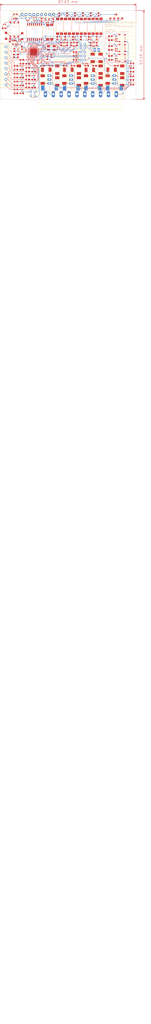
<source format=kicad_pcb>
(kicad_pcb (version 20220621) (generator pcbnew)
  (layers (0 "F.Cu" signal) (31 "B.Cu" signal) (34 "B.Paste" user) (35 "F.Paste" user) (36 "B.SilkS" user "B.Silkscreen") (37 "F.SilkS" user "F.Silkscreen") (38 "B.Mask" user) (39 "F.Mask" user) (44 "Edge.Cuts" user))
  (net 0 "")
  (net 1 "VCC")
  (net 2 "N$4")
  (net 3 "N$18")
  (net 4 "N$19")
  (net 5 "N$20")
  (net 6 "GND")
  (net 7 "N$23")
  (net 8 "N$21")
  (net 9 "VDD")
  (net 10 "GNDI")
  (net 11 "CS_ISO")
  (net 12 "MOSI_ISO")
  (net 13 "MISO_ISO")
  (net 14 "SCLK_ISO")
  (net 15 "MOSI")
  (net 16 "SCLK")
  (net 17 "CS")
  (net 18 "MISO")
  (net 19 "MISO_OUT")
  (net 20 "RESET")
  (net 21 "N$26")
  (net 22 "RESET_ISO")
  (net 23 "IRQ0_OUT")
  (net 24 "IRQ1_OUT")
  (net 25 "IRQ1_ISO")
  (net 26 "N$39")
  (net 27 "N$12")
  (net 28 "IRQ0_ISO")
  (net 29 "N$11")
  (net 30 "N$30")
  (net 31 "N$67")
  (net 32 "N$68")
  (net 33 "N$69")
  (net 34 "CF4_ISO")
  (net 35 "CF3/ZX_ISO")
  (net 36 "CF3/ZX_OUT")
  (net 37 "CF4_OUT")
  (net 38 "N$31")
  (net 39 "CF1_OUT")
  (net 40 "CF2_OUT")
  (net 41 "N$72")
  (net 42 "N$73")
  (net 43 "N$74")
  (net 44 "CF1_ISO")
  (net 45 "CF2_ISO")
  (net 46 "N$99")
  (net 47 "I1P")
  (net 48 "I1N")
  (net 49 "N$24")
  (net 50 "N$27")
  (net 51 "AGND")
  (net 52 "N$13")
  (net 53 "N$1")
  (net 54 "AVDDOUT")
  (net 55 "VCP")
  (net 56 "VCN")
  (net 57 "VBP")
  (net 58 "VBN")
  (net 59 "DVDDOUT")
  (net 60 "IAP\\")
  (net 61 "IAN")
  (net 62 "IBP")
  (net 63 "IBN")
  (net 64 "ICP")
  (net 65 "ICN")
  (net 66 "INP")
  (net 67 "INN")
  (net 68 "REF")
  (net 69 "VAN")
  (net 70 "VAP")
  (net 71 "N$2")
  (net 72 "N$3")
  (net 73 "N$7")
  (net 74 "N$8")
  (net 75 "I2P")
  (net 76 "I2N")
  (net 77 "I3P")
  (net 78 "I3N")
  (net 79 "V_PH_A")
  (net 80 "V_PH_B")
  (net 81 "V_PH_C")
  (net 82 "NEUT")
  (net 83 "N$48")
  (net 84 "N$56")
  (net 85 "I_NEUT_P")
  (net 86 "I_NEUT_N")
  (net 87 "N$54")
  (net 88 "N$10")
  (net 89 "N$58")
  (net 90 "N$63")
  (net 91 "N$90")
  (net 92 "N$40")
  (net 93 "N$85")
  (net 94 "N$43")
  (net 95 "N$44")
  (net 96 "N$52")
  (net 97 "N$53")
  (net 98 "N$113")
  (net 99 "N$42")
  (net 100 "N$61")
  (net 101 "N$118")
  (net 102 "N$121")
  (net 103 "N$122")
  (net 104 "N$16")
  (net 105 "N$62")
  (net 106 "N$60")
  (net 107 "N$66")
  (net 108 "N$76")
  (net 109 "N$50")
  (net 110 "N$86")
  (net 111 "N$112")
  (net 112 "N$41")
  (net 113 "N$102")
  (net 114 "N$79")
  (net 115 "N$107")
  (net 116 "N$84")
  (net 117 "N$96")
  (net 118 "N$97")
  (net 119 "N$34")
  (net 120 "N$47")
  (net 121 "N$28")
  (net 122 "N$59")
  (net 123 "N$64")
  (net 124 "N$65")
  (net 125 "N$78")
  (net 126 "PGROUND")
  (net 127 "N$33")
  (net 128 "N$46")
  (net 129 "N$71")
  (net 130 "N$83")
  (net 131 "N$87")
  (net 132 "N$81")
  (net 133 "N$82")
  (net 134 "N$25")
  (footprint "SOD123" (layer "F.Cu") (at 108.4961 92.6846 90)
    (fp_text reference "D2")
    (fp_text value "MBR0520LT" hide)
  )
  (footprint "0603" (layer "F.Cu") (at 126.2761 125.9586)
    (fp_text reference "R70")
    (fp_text value " 1k" hide)
  )
  (footprint "" (layer "F.Cu") (at 108.4961 129.7686)
    (fp_text reference "@HOLE3" hide)
    (fp_text value "")
  )
  (footprint "PS2505" (layer "F.Cu") (at 170.7261 91.6686 90)
    (fp_text reference "U4")
    (fp_text value "PS2505" hide)
  )
  (footprint "0603" (layer "F.Cu") (at 165.6461 111.9886 180)
    (fp_text reference "R75")
    (fp_text value "120k" hide)
  )
  (footprint "16-SOIC" (layer "F.Cu") (at 122.4661 85.3186 -90)
    (fp_text reference "U10")
    (fp_text value "ISO7241" hide)
  )
  (footprint "0603" (layer "F.Cu") (at 175.8061 95.4786 180)
    (fp_text reference "R12")
    (fp_text value "2k" hide)
  )
  (footprint "0603" (layer "F.Cu") (at 114.8461 129.7686)
    (fp_text reference "R69")
    (fp_text value " 0" hide)
  )
  (footprint "R2010" (layer "F.Cu") (at 169.4561 122.1486 90)
    (fp_text reference "R50")
    (fp_text value "120k")
  )
  (footprint "0402-CAP" (layer "F.Cu") (at 154.2161 109.4486 180)
    (fp_text reference "C19")
    (fp_text value "22n" hide)
  )
  (footprint "0603" (layer "F.Cu") (at 152.9461 103.0986)
    (fp_text reference "R5")
    (fp_text value " 1k" hide)
  )
  (footprint "0603" (layer "F.Cu") (at 122.4661 110.7186)
    (fp_text reference "R21")
    (fp_text value " 1k" hide)
  )
  (footprint "JP2" (layer "F.Cu") (at 178.3461 120.8786 90)
    (fp_text reference "JP2-4")
    (fp_text value "")
  )
  (footprint "0402-CAP" (layer "F.Cu") (at 116.6241 95.4786 -90)
    (fp_text reference "C26")
    (fp_text value "0.1u" hide)
  )
  (footprint "0402-CAP" (layer "F.Cu") (at 122.4661 82.7786 180)
    (fp_text reference "C8")
    (fp_text value "0.1u" hide)
  )
  (footprint "PS2505" (layer "F.Cu") (at 165.6461 91.6686 90)
    (fp_text reference "U9")
    (fp_text value "PS2505" hide)
  )
  (footprint "NL17SZ125" (layer "F.Cu") (at 127.5461 82.7786 90)
    (fp_text reference "U8")
    (fp_text value "NL17SZ125" hide)
  )
  (footprint "R2010" (layer "F.Cu") (at 141.5161 122.1486 90)
    (fp_text reference "R44")
    (fp_text value "120k")
  )
  (footprint "0603" (layer "F.Cu") (at 156.7561 94.2086 -90)
    (fp_text reference "R82")
    (fp_text value " 560" hide)
  )
  (footprint "JP5Q" (layer "F.Cu") (at 158.0261 103.0986 90)
    (fp_text reference "JP5")
    (fp_text value "")
  )
  (footprint "0603" (layer "F.Cu") (at 122.4661 125.9586)
    (fp_text reference "R68")
    (fp_text value " 0" hide)
  )
  (footprint "WL-SBCW_0606" (layer "F.Cu") (at 179.6161 101.8286 90)
    (fp_text reference "D4")
    (fp_text value "")
  )
  (footprint "0402-CAP" (layer "F.Cu") (at 118.6561 117.0686 180)
    (fp_text reference "C23")
    (fp_text value "22n" hide)
  )
  (footprint "0402-CAP" (layer "F.Cu") (at 188.5061 117.3226)
    (fp_text reference "C39")
    (fp_text value "50n" hide)
  )
  (footprint "DCKT" (layer "F.Cu") (at 133.8961 82.7786)
    (fp_text reference "U7")
    (fp_text value "SN74LVC" hide)
  )
  (footprint "B1,27" (layer "F.Cu") (at 179.6161 78.9686 180)
    (fp_text reference "TP5" hide)
    (fp_text value "PTR1B1,27" hide)
  )
  (footprint "0402-CAP" (layer "F.Cu") (at 132.6261 105.6386 90)
    (fp_text reference "C18")
    (fp_text value "0.22u" hide)
  )
  (footprint "WL-SBCW_0606" (layer "F.Cu") (at 179.6161 95.4786 90)
    (fp_text reference "D3")
    (fp_text value "")
  )
  (footprint "R2010" (layer "F.Cu") (at 132.1181 120.8786 90)
    (fp_text reference "R58")
    (fp_text value "245k")
  )
  (footprint "0402-CAP" (layer "F.Cu") (at 163.1061 94.2086 -90)
    (fp_text reference "C42")
    (fp_text value "0.1u" hide)
  )
  (footprint "0402-CAP" (layer "F.Cu") (at 144.0561 94.2086 -90)
    (fp_text reference "C6")
    (fp_text value "0.1u" hide)
  )
  (footprint "R2010" (layer "F.Cu") (at 169.4561 114.5286 90)
    (fp_text reference "R51")
    (fp_text value "120k")
  )
  (footprint "0603" (layer "F.Cu") (at 118.6561 108.1786 180)
    (fp_text reference "R16")
    (fp_text value "20" hide)
  )
  (footprint "0402-CAP" (layer "F.Cu") (at 152.9461 94.2086 -90)
    (fp_text reference "C49")
    (fp_text value "0.1u" hide)
  )
  (footprint "0603" (layer "F.Cu") (at 122.4661 115.7986)
    (fp_text reference "R56")
    (fp_text value " 0" hide)
  )
  (footprint "0402-CAP" (layer "F.Cu") (at 118.6561 111.9886 180)
    (fp_text reference "C14")
    (fp_text value "22n" hide)
  )
  (footprint "B1,27" (layer "F.Cu") (at 183.4261 81.5086 180)
    (fp_text reference "TP4" hide)
    (fp_text value "PTR1B1,27" hide)
  )
  (footprint "0603" (layer "F.Cu") (at 146.5961 94.2086 -90)
    (fp_text reference "R33")
    (fp_text value " 560" hide)
  )
  (footprint "C0603" (layer "F.Cu") (at 137.7061 105.6386 -90)
    (fp_text reference "C33")
    (fp_text value "10uF" hide)
  )
  (footprint "JP2" (layer "F.Cu") (at 136.4361 120.8786 90)
    (fp_text reference "JP2-1")
    (fp_text value "")
  )
  (footprint "0402-CAP" (layer "F.Cu") (at 117.6401 95.6056 -90)
    (fp_text reference "C25")
    (fp_text value "1u" hide)
  )
  (footprint "0603" (layer "F.Cu") (at 152.9461 105.6386)
    (fp_text reference "R4")
    (fp_text value " 1k" hide)
  )
  (footprint "0603" (layer "F.Cu") (at 116.1161 105.6386 90)
    (fp_text reference "C1")
    (fp_text value "1uF" hide)
  )
  (footprint "0603" (layer "F.Cu") (at 114.8461 117.0686)
    (fp_text reference "R42")
    (fp_text value "20" hide)
  )
  (footprint "0603" (layer "F.Cu") (at 163.1061 78.9686 90)
    (fp_text reference "R74")
    (fp_text value " 4.7k" hide)
  )
  (footprint "C0603" (layer "F.Cu") (at 118.6561 100.5586 90)
    (fp_text reference "C36")
    (fp_text value "4.7uF" hide)
  )
  (footprint "0603" (layer "F.Cu") (at 189.7761 118.8466)
    (fp_text reference "R2")
    (fp_text value "5k" hide)
  )
  (footprint "0603" (layer "F.Cu") (at 114.8461 122.1486 180)
    (fp_text reference "R55")
    (fp_text value "20" hide)
  )
  (footprint "R2010" (layer "F.Cu") (at 164.3761 106.9086 90)
    (fp_text reference "R52")
    (fp_text value "300k")
  )
  (footprint "0603" (layer "F.Cu") (at 154.2161 98.0186 90)
    (fp_text reference "R84")
    (fp_text value " 10k" hide)
  )
  (footprint "0603" (layer "F.Cu") (at 122.4661 113.2586 180)
    (fp_text reference "R43")
    (fp_text value "20" hide)
  )
  (footprint "" (layer "F.Cu") (at 188.5061 129.7686)
    (fp_text reference "@HOLE0" hide)
    (fp_text value "")
  )
  (footprint "0603" (layer "F.Cu") (at 126.2761 115.7986)
    (fp_text reference "R23")
    (fp_text value " 1k" hide)
  )
  (footprint "TSOT25" (layer "F.Cu") (at 114.8461 95.7326 180)
    (fp_text reference "U11")
    (fp_text value "PAM2305" hide)
  )
  (footprint "0603" (layer "F.Cu") (at 122.4661 120.8786)
    (fp_text reference "R57")
    (fp_text value " 0" hide)
  )
  (footprint "0603" (layer "F.Cu") (at 147.8661 98.0186 90)
    (fp_text reference "R35")
    (fp_text value " 10k" hide)
  )
  (footprint "0603" (layer "F.Cu") (at 114.8461 119.6086)
    (fp_text reference "R41")
    (fp_text value " 0" hide)
  )
  (footprint "0402-CAP" (layer "F.Cu") (at 107.4801 85.3186)
    (fp_text reference "C32")
    (fp_text value "0.1u" hide)
  )
  (footprint "PS2505" (layer "F.Cu") (at 160.5661 91.6686 90)
    (fp_text reference "U15")
    (fp_text value "PS2505" hide)
  )
  (footprint "0603" (layer "F.Cu") (at 114.8461 127.2286)
    (fp_text reference "R67")
    (fp_text value "20" hide)
  )
  (footprint "0402-CAP" (layer "F.Cu") (at 188.5061 122.6566)
    (fp_text reference "C40")
    (fp_text value "50n" hide)
  )
  (footprint "0603" (layer "F.Cu") (at 142.7861 78.9686 90)
    (fp_text reference "R31")
    (fp_text value " 4.7k" hide)
  )
  (footprint "MSTBA10" (layer "F.Cu") (at 156.7561 135.3566)
    (fp_text reference "X3")
    (fp_text value "MSTBA10" hide)
  )
  (footprint "PS2505" (layer "F.Cu") (at 145.3261 91.6686 90)
    (fp_text reference "U3")
    (fp_text value "PS2505" hide)
  )
  (footprint "0603" (layer "F.Cu") (at 122.4661 123.4186 180)
    (fp_text reference "R66")
    (fp_text value "20" hide)
  )
  (footprint "R2010" (layer "F.Cu") (at 160.0581 120.8786 90)
    (fp_text reference "R63")
    (fp_text value "245k")
  )
  (footprint "B1,27" (layer "F.Cu") (at 175.8061 81.5086 180)
    (fp_text reference "TP1" hide)
    (fp_text value "PTR1B1,27" hide)
  )
  (footprint "0603" (layer "F.Cu") (at 118.6561 124.6886)
    (fp_text reference "R62")
    (fp_text value " 1k" hide)
  )
  (footprint "0603" (layer "F.Cu") (at 163.1061 98.0186 -90)
    (fp_text reference "R79")
    (fp_text value " 10k" hide)
  )
  (footprint "0603" (layer "F.Cu") (at 179.6161 111.9886 180)
    (fp_text reference "R40")
    (fp_text value "120k" hide)
  )
  (footprint "TACTILE_SWITCH_SMD_4.5MM" (layer "F.Cu") (at 183.4261 106.9086 -90)
    (fp_text reference "S4")
    (fp_text value "MOMENTARY-SWITCH-SPST-SMD-4.5MM" hide)
  )
  (footprint "CRYSTAL-SMD-5X3.2-4PAD" (layer "F.Cu") (at 137.7061 100.5586)
    (fp_text reference "Y2")
    (fp_text value "12.288MHz" hide)
  )
  (footprint "0402-CAP" (layer "F.Cu") (at 123.7361 98.0186)
    (fp_text reference "C7")
    (fp_text value "0.1u" hide)
  )
  (footprint "" (layer "F.Cu") (at 108.4961 80.2386)
    (fp_text reference "@HOLE2" hide)
    (fp_text value "")
  )
  (footprint "0402-CAP" (layer "F.Cu") (at 131.3561 109.4486 90)
    (fp_text reference "C34")
    (fp_text value "0.1uF" hide)
  )
  (footprint "0603" (layer "F.Cu") (at 118.6561 129.7686)
    (fp_text reference "R71")
    (fp_text value " 1k" hide)
  )
  (footprint "0402-CAP" (layer "F.Cu") (at 118.6561 127.2286 180)
    (fp_text reference "C10")
    (fp_text value "22n" hide)
  )
  (footprint "C0603" (layer "F.Cu") (at 111.0361 95.4786 90)
    (fp_text reference "C24")
    (fp_text value "10uF" hide)
  )
  (footprint "0402-CAP" (layer "F.Cu") (at 116.1161 101.8286 -90)
    (fp_text reference "C41")
    (fp_text value "0.1u" hide)
  )
  (footprint "0603" (layer "F.Cu") (at 144.0561 98.0186 -90)
    (fp_text reference "R34")
    (fp_text value " 10k" hide)
  )
  (footprint "0603" (layer "F.Cu") (at 166.9161 94.2086 -90)
    (fp_text reference "R76")
    (fp_text value " 560" hide)
  )
  (footprint "0603" (layer "F.Cu") (at 168.1861 78.9686 90)
    (fp_text reference "R73")
    (fp_text value " 4.7k" hide)
  )
  (footprint "C0603" (layer "F.Cu") (at 113.8301 101.8286 -90)
    (fp_text reference "C27")
    (fp_text value "10uF" hide)
  )
  (footprint "0603" (layer "F.Cu") (at 151.6761 111.9886 180)
    (fp_text reference "R49")
    (fp_text value "120k" hide)
  )
  (footprint "0603" (layer "F.Cu") (at 158.0261 78.9686 90)
    (fp_text reference "R80")
    (fp_text value " 4.7k" hide)
  )
  (footprint "0603" (layer "F.Cu") (at 152.9461 108.1786)
    (fp_text reference "R3")
    (fp_text value " 1k" hide)
  )
  (footprint "0402-CAP" (layer "F.Cu") (at 146.5961 110.7186 180)
    (fp_text reference "C16")
    (fp_text value "22n" hide)
  )
  (footprint "0402-CAP" (layer "F.Cu") (at 135.1661 104.3686 180)
    (fp_text reference "C37")
    (fp_text value "0.1u" hide)
  )
  (footprint "R2010" (layer "F.Cu") (at 183.4261 114.5286 90)
    (fp_text reference "R39" hide)
    (fp_text value "120k")
  )
  (footprint "0603" (layer "F.Cu") (at 189.7761 113.5126)
    (fp_text reference "R9")
    (fp_text value "5k" hide)
  )
  (footprint "0603" (layer "F.Cu") (at 118.6561 114.5286)
    (fp_text reference "R15")
    (fp_text value " 1k" hide)
  )
  (footprint "TACTILE_SWITCH_SMD_4.5MM" (layer "F.Cu") (at 183.4261 94.2086 -90)
    (fp_text reference "S6")
    (fp_text value "MOMENTARY-SWITCH-SPST-SMD-4.5MM" hide)
  )
  (footprint "0603" (layer "F.Cu") (at 138.9761 82.7786 -90)
    (fp_text reference "R29")
    (fp_text value " 560" hide)
  )
  (footprint "R2010" (layer "F.Cu") (at 169.4561 106.9086 -90)
    (fp_text reference "R1")
    (fp_text value "300k")
  )
  (footprint "0603" (layer "F.Cu") (at 152.9461 78.9686 -90)
    (fp_text reference "R81")
    (fp_text value " 4.7k" hide)
  )
  (footprint "0603" (layer "F.Cu") (at 114.8461 111.9886)
    (fp_text reference "R18")
    (fp_text value "20" hide)
  )
  (footprint "1751303" (layer "F.Cu") (at 108.4961 111.9886 -90)
    (fp_text reference "X1")
    (fp_text value "1751303" hide)
  )
  (footprint "PS2505" (layer "F.Cu") (at 134.3961 85.1786 -90)
    (fp_text reference "U6")
    (fp_text value "PS2505" hide)
  )
  (footprint "0603" (layer "F.Cu") (at 131.3561 82.5246 90)
    (fp_text reference "R28")
    (fp_text value " 4.7k" hide)
  )
  (footprint "0603" (layer "F.Cu") (at 175.8061 99.2886)
    (fp_text reference "R19")
    (fp_text value "2k" hide)
  )
  (footprint "0603" (layer "F.Cu") (at 166.9161 98.0186 90)
    (fp_text reference "R78")
    (fp_text value " 10k" hide)
  )
  (footprint "0603" (layer "F.Cu") (at 113.5761 105.6386 -90)
    (fp_text reference "R13")
    (fp_text value " 4.7k" hide)
  )
  (footprint "0603" (layer "F.Cu") (at 189.7761 115.7986 180)
    (fp_text reference "R17")
    (fp_text value "5k" hide)
  )
  (footprint "R2010" (layer "F.Cu") (at 174.0281 120.8786 90)
    (fp_text reference "R36")
    (fp_text value "245k")
  )
  (footprint "0402-RES" (layer "F.Cu") (at 116.1161 98.0186 -90)
    (fp_text reference "L1")
    (fp_text value "15nH" hide)
  )
  (footprint "DCKT" (layer "F.Cu") (at 165.6461 99.2886 90)
    (fp_text reference "U5")
    (fp_text value "SN74LVC" hide)
  )
  (footprint "DCKT" (layer "F.Cu") (at 146.5961 99.2886 90)
    (fp_text reference "U1")
    (fp_text value "SN74LVC" hide)
  )
  (footprint "B1,27" (layer "F.Cu") (at 178.3461 81.5086)
    (fp_text reference "TP2" hide)
    (fp_text value "PTR1B1,27" hide)
  )
  (footprint "0402-CAP" (layer "F.Cu") (at 135.1661 110.7186 180)
    (fp_text reference "C9")
    (fp_text value "22n" hide)
  )
  (footprint "0603" (layer "F.Cu") (at 175.8061 105.6386)
    (fp_text reference "R26")
    (fp_text value "2k" hide)
  )
  (footprint "0603" (layer "F.Cu") (at 150.4061 98.0186 -90)
    (fp_text reference "R85")
    (fp_text value " 10k" hide)
  )
  (footprint "0402-CAP" (layer "F.Cu") (at 126.2761 123.4186)
    (fp_text reference "C2")
    (fp_text value "22n" hide)
  )
  (footprint "C0603" (layer "F.Cu") (at 135.1661 106.9086 -90)
    (fp_text reference "C15")
    (fp_text value "4.7uF" hide)
  )
  (footprint "0603" (layer "F.Cu") (at 118.6561 110.7186)
    (fp_text reference "R22")
    (fp_text value " 0" hide)
  )
  (footprint "0603" (layer "F.Cu") (at 151.6761 94.2086 -90)
    (fp_text reference "R83")
    (fp_text value " 560" hide)
  )
  (footprint "WL-SBCW_0606" (layer "F.Cu") (at 179.6161 108.1786 90)
    (fp_text reference "D6")
    (fp_text value "")
  )
  (footprint "0402-CAP" (layer "F.Cu") (at 118.6561 122.1486 180)
    (fp_text reference "C45")
    (fp_text value "22n" hide)
  )
  (footprint "0402-CAP" (layer "F.Cu") (at 126.2761 118.3386)
    (fp_text reference "C44")
    (fp_text value "22n" hide)
  )
  (footprint "0402-CAP" (layer "F.Cu") (at 154.2161 104.3686 180)
    (fp_text reference "C48")
    (fp_text value "22n" hide)
  )
  (footprint "DCKT" (layer "F.Cu") (at 152.9461 99.2886 90)
    (fp_text reference "U16")
    (fp_text value "SN74LVC" hide)
  )
  (footprint "0402-CAP" (layer "F.Cu") (at 135.1661 84.0486 180)
    (fp_text reference "C3")
    (fp_text value "0.1u" hide)
  )
  (footprint "SOD123" (layer "F.Cu") (at 118.9101 92.9386 90)
    (fp_text reference "D1")
    (fp_text value "MBR0520LT" hide)
  )
  (footprint "SOT-23-5" (layer "F.Cu") (at 113.5761 81.5086)
    (fp_text reference "U12")
    (fp_text value "SN6501" hide)
  )
  (footprint "JP2Q" (layer "F.Cu") (at 125.7681 130.0226 90)
    (fp_text reference "JP4")
    (fp_text value "")
  )
  (footprint "PS2505" (layer "F.Cu") (at 150.4061 91.6686 90)
    (fp_text reference "U2")
    (fp_text value "PS2505" hide)
  )
  (footprint "JP1" (layer "F.Cu") (at 166.9161 101.8286 90)
    (fp_text reference "JP7")
    (fp_text value "")
  )
  (footprint "0603" (layer "F.Cu") (at 141.5161 94.2086 -90)
    (fp_text reference "R32")
    (fp_text value " 560" hide)
  )
  (footprint "0603" (layer "F.Cu") (at 175.8061 92.9386)
    (fp_text reference "R11")
    (fp_text value "2k" hide)
  )
  (footprint "JP2" (layer "F.Cu") (at 150.4061 120.8786 90)
    (fp_text reference "JP2-2")
    (fp_text value "")
  )
  (footprint "0603" (layer "F.Cu") (at 160.5661 111.9886)
    (fp_text reference "R8")
    (fp_text value " 1k" hide)
  )
  (footprint "R2010" (layer "F.Cu") (at 134.4041 114.5286)
    (fp_text reference "R59")
    (fp_text value "245k")
  )
  (footprint "0402-CAP" (layer "F.Cu") (at 121.1961 101.8286 -90)
    (fp_text reference "C35")
    (fp_text value "0.22u" hide)
  )
  (footprint "1X09" (layer "F.Cu") (at 118.7831 78.9686)
    (fp_text reference "J3" hide)
    (fp_text value "")
  )
  (footprint "R2010" (layer "F.Cu") (at 146.0881 120.8786 90)
    (fp_text reference "R64")
    (fp_text value "245k")
  )
  (footprint "TACTILE_SWITCH_SMD_4.5MM" (layer "F.Cu") (at 183.4261 100.5586 -90)
    (fp_text reference "S5")
    (fp_text value "MOMENTARY-SWITCH-SPST-SMD-4.5MM" hide)
  )
  (footprint "0603" (layer "F.Cu") (at 146.5961 111.9886)
    (fp_text reference "R7")
    (fp_text value " 1k" hide)
  )
  (footprint "0603" (layer "F.Cu") (at 161.8361 94.2086 -90)
    (fp_text reference "R77")
    (fp_text value " 560" hide)
  )
  (footprint "TRANSFO_3.3" (layer "F.Cu") (at 111.2901 84.0486 -90)
    (fp_text reference "U13")
    (fp_text value "TRANSFO_3.3" hide)
  )
  (footprint "0603" (layer "F.Cu") (at 189.7761 110.4646 180)
    (fp_text reference "R10")
    (fp_text value "5k" hide)
  )
  (footprint "0603" (layer "F.Cu") (at 189.7761 121.1326 180)
    (fp_text reference "R25")
    (fp_text value " 5k" hide)
  )
  (footprint "PS2505" (layer "F.Cu") (at 155.4861 91.6686 90)
    (fp_text reference "U17")
    (fp_text value "PS2505" hide)
  )
  (footprint "0603" (layer "F.Cu") (at 114.8461 124.6886)
    (fp_text reference "R60")
    (fp_text value " 0" hide)
  )
  (footprint "R2010" (layer "F.Cu") (at 155.4861 114.5286 90)
    (fp_text reference "R48")
    (fp_text value "120k")
  )
  (footprint "0603" (layer "F.Cu") (at 137.4521 111.9886 180)
    (fp_text reference "R46")
    (fp_text value "120k" hide)
  )
  (footprint "R2010" (layer "F.Cu") (at 148.6361 114.5286)
    (fp_text reference "R65")
    (fp_text value "245k")
  )
  (footprint "0402-CAP" (layer "F.Cu") (at 141.5161 100.5586 -90)
    (fp_text reference "C5")
    (fp_text value "30p" hide)
  )
  (footprint "0603" (layer "F.Cu") (at 114.8461 114.5286)
    (fp_text reference "R14")
    (fp_text value " 0" hide)
  )
  (footprint "0603" (layer "F.Cu") (at 122.4661 118.3386 180)
    (fp_text reference "R54")
    (fp_text value "20" hide)
  )
  (footprint "0402-CAP" (layer "F.Cu") (at 133.8961 100.5586 90)
    (fp_text reference "C4")
    (fp_text value "30p" hide)
  )
  (footprint "R2010" (layer "F.Cu") (at 176.5761 114.5286)
    (fp_text reference "R37")
    (fp_text value "245k")
  )
  (footprint "0402-CAP" (layer "F.Cu") (at 154.2161 106.9086 180)
    (fp_text reference "C20")
    (fp_text value "22n" hide)
  )
  (footprint "0603" (layer "F.Cu") (at 175.8061 108.1786)
    (fp_text reference "R27")
    (fp_text value "2k" hide)
  )
  (footprint "0603" (layer "F.Cu") (at 132.1181 111.9886)
    (fp_text reference "R6")
    (fp_text value " 1k" hide)
  )
  (footprint "" (layer "F.Cu") (at 188.5061 80.2386)
    (fp_text reference "@HOLE1" hide)
    (fp_text value "")
  )
  (footprint "R2010" (layer "F.Cu") (at 155.4861 122.1486 90)
    (fp_text reference "R47")
    (fp_text value "120k")
  )
  (footprint "0402-CAP" (layer "F.Cu") (at 160.5661 110.7186 180)
    (fp_text reference "C17")
    (fp_text value "22n" hide)
  )
  (footprint "R2010" (layer "F.Cu") (at 183.4261 122.1486 90)
    (fp_text reference "R38" hide)
    (fp_text value "120k")
  )
  (footprint "0603" (layer "F.Cu") (at 118.6561 119.6086)
    (fp_text reference "R53")
    (fp_text value " 1k" hide)
  )
  (footprint "C0603" (layer "F.Cu") (at 128.8161 109.4486 -90)
    (fp_text reference "C22")
    (fp_text value "4.7uF" hide)
  )
  (footprint "R2010" (layer "F.Cu") (at 162.5061 114.6286)
    (fp_text reference "R72")
    (fp_text value "245k")
  )
  (footprint "0402-CAP" (layer "F.Cu") (at 188.5061 111.9886)
    (fp_text reference "C38")
    (fp_text value "50n" hide)
  )
  (footprint "0603" (layer "F.Cu") (at 189.7761 124.1806)
    (fp_text reference "R24")
    (fp_text value " 5k" hide)
  )
  (footprint "B1,27" (layer "F.Cu") (at 180.8861 81.5086 180)
    (fp_text reference "TP3" hide)
    (fp_text value "PTR1B1,27" hide)
  )
  (footprint "0603" (layer "F.Cu") (at 126.2761 120.8786)
    (fp_text reference "R61")
    (fp_text value " 1k" hide)
  )
  (footprint "0402-CAP" (layer "F.Cu") (at 126.2761 113.2586)
    (fp_text reference "C31")
    (fp_text value "22n" hide)
  )
  (footprint "C0603" (layer "F.Cu") (at 107.2261 87.8586 180)
    (fp_text reference "C29")
    (fp_text value "10uF TANT" hide)
  )
  (footprint "CP_40_7" (layer "F.Cu") (at 126.2761 103.0986)
    (fp_text reference "U14")
    (fp_text value "ADE9078" hide)
  )
  (footprint "R2010" (layer "F.Cu") (at 141.5161 114.5286 90)
    (fp_text reference "R45")
    (fp_text value "120k")
  )
  (footprint "0603" (layer "F.Cu") (at 175.8061 101.8286 180)
    (fp_text reference "R20")
    (fp_text value "2k" hide)
  )
  (footprint "0603" (layer "F.Cu") (at 147.8661 78.9686 90)
    (fp_text reference "R30")
    (fp_text value "4.7k" hide)
  )
  (footprint "JP2" (layer "F.Cu") (at 164.3761 120.8786 90)
    (fp_text reference "JP2-3")
    (fp_text value "")
  )
  (footprint "0402-CAP" (layer "F.Cu") (at 122.4661 108.1786)
    (fp_text reference "C13")
    (fp_text value "22n" hide)
  )
  (footprint "FUSC10131X312N" (layer "B.Cu") (at 178.3861 126.2786 180)
    (fp_text reference "F4")
    (fp_text value "0461.500ER" hide)
  )
  (footprint "FUSC10131X312N" (layer "B.Cu") (at 150.5861 126.2786 180)
    (fp_text reference "F2")
    (fp_text value "0461.500ER" hide)
  )
  (footprint "FUSC10131X312N" (layer "B.Cu") (at 164.3861 126.2786 180)
    (fp_text reference "F3")
    (fp_text value "0461.500ER" hide)
  )
  (footprint "FUSC10131X312N" (layer "B.Cu") (at 136.5861 126.2786 180)
    (fp_text reference "F1")
    (fp_text value "0461.500ER" hide)
  )
  (gr_line (start 104.6861 126.2126) (end 112.0521 126.2126) (stroke (width 0.1524)) (layer "B.SilkS"))
  (gr_line (start 134.4041 86.8426) (end 134.4041 93.7006) (stroke (width 0.1524)) (layer "B.SilkS"))
  (gr_line (start 138.9761 93.7006) (end 138.9761 86.8426) (stroke (width 0.1524)) (layer "B.SilkS"))
  (gr_line (start 104.6861 97.7646) (end 104.6861 98.0186) (stroke (width 0.1524)) (layer "B.SilkS"))
  (gr_line (start 161.0741 83.0326) (end 161.0741 89.8906) (stroke (width 0.1524)) (layer "B.SilkS"))
  (gr_line (start 166.1541 89.8906) (end 170.7261 89.8906) (stroke (width 0.1524)) (layer "B.SilkS"))
  (gr_line (start 145.8341 89.8906) (end 150.4061 89.8906) (stroke (width 0.1524)) (layer "B.SilkS"))
  (gr_line (start 160.5661 89.8906) (end 160.5661 83.0326) (stroke (width 0.1524)) (layer "B.SilkS"))
  (gr_line (start 116.8781 84.8106) (end 110.7821 84.8106) (stroke (width 0.1524)) (layer "B.SilkS"))
  (gr_line (start 140.7541 89.8906) (end 145.3261 89.8906) (stroke (width 0.1524)) (layer "B.SilkS"))
  (gr_line (start 160.5661 83.0326) (end 155.9941 83.0326) (stroke (width 0.1524)) (layer "B.SilkS"))
  (gr_line (start 170.7261 83.0326) (end 166.1541 83.0326) (stroke (width 0.1524)) (layer "B.SilkS"))
  (gr_line (start 121.7041 93.9546) (end 132.1181 93.9546) (stroke (width 0.1524)) (layer "B.SilkS"))
  (gr_line (start 166.1541 83.0326) (end 166.1541 89.8906) (stroke (width 0.1524)) (layer "B.SilkS"))
  (gr_line (start 145.8341 83.0326) (end 145.8341 89.8906) (stroke (width 0.1524)) (layer "B.SilkS"))
  (gr_line (start 112.0521 126.2126) (end 112.0521 97.7646) (stroke (width 0.1524)) (layer "B.SilkS"))
  (gr_line (start 150.9141 83.0326) (end 150.9141 89.8906) (stroke (width 0.1524)) (layer "B.SilkS"))
  (gr_line (start 138.9761 86.8426) (end 134.4041 86.8426) (stroke (width 0.1524)) (layer "B.SilkS"))
  (gr_line (start 140.7541 83.0326) (end 140.7541 89.8906) (stroke (width 0.1524)) (layer "B.SilkS"))
  (gr_line (start 134.4041 93.7006) (end 138.9761 93.7006) (stroke (width 0.1524)) (layer "B.SilkS"))
  (gr_line (start 121.7041 86.5886) (end 121.7041 93.9546) (stroke (width 0.1524)) (layer "B.SilkS"))
  (gr_line (start 155.4861 83.0326) (end 150.9141 83.0326) (stroke (width 0.1524)) (layer "B.SilkS"))
  (gr_line (start 183.1721 128.2446) (end 183.1721 133.5786) (stroke (width 0.1524)) (layer "B.SilkS"))
  (gr_line (start 116.8781 92.4306) (end 116.8781 84.8106) (stroke (width 0.1524)) (layer "B.SilkS"))
  (gr_line (start 165.6461 83.0326) (end 161.0741 83.0326) (stroke (width 0.1524)) (layer "B.SilkS"))
  (gr_line (start 150.4061 89.8906) (end 150.4061 83.0326) (stroke (width 0.1524)) (layer "B.SilkS"))
  (gr_line (start 110.7821 84.8106) (end 110.7821 92.4306) (stroke (width 0.1524)) (layer "B.SilkS"))
  (gr_line (start 170.7261 89.8906) (end 170.7261 83.0326) (stroke (width 0.1524)) (layer "B.SilkS"))
  (gr_line (start 145.3261 83.0326) (end 140.7541 83.0326) (stroke (width 0.1524)) (layer "B.SilkS"))
  (gr_line (start 132.1181 86.5886) (end 121.7041 86.5886) (stroke (width 0.1524)) (layer "B.SilkS"))
  (gr_line (start 155.4861 89.8906) (end 155.4861 83.0326) (stroke (width 0.1524)) (layer "B.SilkS"))
  (gr_line (start 161.0741 89.8906) (end 165.6461 89.8906) (stroke (width 0.1524)) (layer "B.SilkS"))
  (gr_line (start 150.9141 89.8906) (end 155.4861 89.8906) (stroke (width 0.1524)) (layer "B.SilkS"))
  (gr_line (start 112.0521 97.7646) (end 104.6861 97.7646) (stroke (width 0.1524)) (layer "B.SilkS"))
  (gr_line (start 130.3401 133.5786) (end 130.3401 128.2446) (stroke (width 0.1524)) (layer "B.SilkS"))
  (gr_line (start 155.9941 89.8906) (end 160.5661 89.8906) (stroke (width 0.1524)) (layer "B.SilkS"))
  (gr_line (start 130.3401 128.2446) (end 183.1721 128.2446) (stroke (width 0.1524)) (layer "B.SilkS"))
  (gr_line (start 165.6461 89.8906) (end 165.6461 83.0326) (stroke (width 0.1524)) (layer "B.SilkS"))
  (gr_line (start 132.1181 93.9546) (end 132.1181 86.5886) (stroke (width 0.1524)) (layer "B.SilkS"))
  (gr_line (start 145.3261 89.8906) (end 145.3261 83.0326) (stroke (width 0.1524)) (layer "B.SilkS"))
  (gr_line (start 110.7821 92.4306) (end 116.8781 92.4306) (stroke (width 0.1524)) (layer "B.SilkS"))
  (gr_line (start 155.9941 83.0326) (end 155.9941 89.8906) (stroke (width 0.1524)) (layer "B.SilkS"))
  (gr_line (start 150.4061 83.0326) (end 145.8341 83.0326) (stroke (width 0.1524)) (layer "B.SilkS"))
  (gr_line (start 172.2501 83.5406) (end 172.2501 89.8906) (stroke (width 0.1524)) (layer "F.SilkS"))
  (gr_line (start 140.2461 104.6226) (end 150.1521 104.6226) (stroke (width 0.1524)) (layer "F.SilkS"))
  (gr_line (start 186.9821 108.4326) (end 191.8081 108.4326) (stroke (width 0.1524)) (layer "F.SilkS"))
  (gr_line (start 155.4861 104.3686) (end 161.0741 104.3686) (stroke (width 0.1524)) (layer "F.SilkS"))
  (gr_line (start 168.4401 127.9906) (end 170.4721 127.9906) (stroke (width 0.1524)) (layer "F.SilkS"))
  (gr_line (start 172.2501 83.5406) (end 191.8081 83.5406) (stroke (width 0.1524)) (layer "F.SilkS"))
  (gr_line (start 122.7201 130.0226) (end 128.8161 130.0226) (stroke (width 0.1524)) (layer "F.SilkS"))
  (gr_line (start 155.2321 101.8286) (end 161.0741 101.8286) (stroke (width 0.1524)) (layer "F.SilkS"))
  (gr_line (start 158.2801 127.9906) (end 160.3121 127.9906) (stroke (width 0.1524)) (layer "F.SilkS"))
  (gr_line (start 155.2321 99.2886) (end 161.0741 99.2886) (stroke (width 0.1524)) (layer "F.SilkS"))
  (gr_line (start 150.1521 104.6226) (end 150.1521 108.9406) (stroke (width 0.1524)) (layer "F.SilkS"))
  (gr_line (start 150.1521 108.9406) (end 140.2461 108.9406) (stroke (width 0.1524)) (layer "F.SilkS"))
  (gr_line (start 148.1201 127.9906) (end 150.1521 127.9906) (stroke (width 0.1524)) (layer "F.SilkS"))
  (gr_line (start 110.5281 76.4286) (end 110.5281 77.6986) (stroke (width 0.1524)) (layer "F.SilkS"))
  (gr_line (start 137.9601 127.9906) (end 140.2461 127.9906) (stroke (width 0.1524)) (layer "F.SilkS"))
  (gr_line (start 140.2461 108.9406) (end 140.2461 104.6226) (stroke (width 0.1524)) (layer "F.SilkS"))
  (gr_line (start 155.4861 106.9086) (end 161.0741 106.9086) (stroke (width 0.1524)) (layer "F.SilkS"))
  (gr_line (start 186.9821 89.8906) (end 186.9821 108.4326) (stroke (width 0.1524)) (layer "F.SilkS"))
  (gr_line (start 110.5281 77.6986) (end 117.1321 77.6986) (stroke (width 0.1524)) (layer "F.SilkS"))
  (gr_line (start 178.6001 127.9906) (end 180.6321 127.9906) (stroke (width 0.1524)) (layer "F.SilkS"))
  (gr_line (start 117.1321 77.6986) (end 117.1321 76.4286) (stroke (width 0.1524)) (layer "F.SilkS"))
  (gr_line (start 191.8081 108.4326) (end 191.8081 83.5406) (stroke (width 0.1524)) (layer "F.SilkS"))
  (gr_line (start 186.9821 89.8906) (end 172.2501 89.8906) (stroke (width 0.1524)) (layer "F.SilkS"))
  (gr_line (start 104.6861 133.5786) (end 104.6861 76.4286) (stroke (width 0.1524)) (layer "Edge.Cuts"))
  (gr_line (start 104.6861 133.5786) (end 192.3161 133.5786) (stroke (width 0.1524)) (layer "Edge.Cuts"))
  (gr_line (start 192.3161 76.4286) (end 104.6861 76.4286) (stroke (width 0.1524)) (layer "Edge.Cuts"))
  (gr_line (start 192.3161 133.5786) (end 192.3161 76.4286) (stroke (width 0.1524)) (layer "Edge.Cuts"))
  (gr_text "U4" (at 169.7101 85.3186) (layer "B.SilkS") (effects (font (size 1.308608 1.308608) (thickness 0.113792)) (justify left bottom mirror)))
  (gr_text "U13" (at 115.6081 87.3506) (layer "B.SilkS") (effects (font (size 1.308608 1.308608) (thickness 0.113792)) (justify left bottom mirror)))
  (gr_text "." (at 166.6621 89.6366) (layer "B.SilkS") (effects (font (size 1.308608 1.308608) (thickness 0.113792)) (justify left bottom mirror)))
  (gr_text "." (at 151.4221 89.6366) (layer "B.SilkS") (effects (font (size 1.308608 1.308608) (thickness 0.113792)) (justify left bottom mirror)))
  (gr_text "4-Wire Delta:\nPhA: X3-2\nPhB: X3-4, JP4-1\nPhC: X3-6\nNeut: X3-8, JP7, JP5-5\nPGND: X3-10" (at 150.9141 99.5426) (layer "B.SilkS") (effects (font (size 0.54864 0.54864) (thickness 0.06096)) (justify left bottom mirror)))
  (gr_text "." (at 116.3701 85.3186) (layer "B.SilkS") (effects (font (size 1.308608 1.308608) (thickness 0.113792)) (justify left bottom mirror)))
  (gr_text "2P" (at 111.7981 107.6706) (layer "B.SilkS") (effects (font (size 1.308608 1.308608) (thickness 0.113792)) (justify left bottom mirror)))
  (gr_text "U6" (at 137.9601 89.1286) (layer "B.SilkS") (effects (font (size 1.308608 1.308608) (thickness 0.113792)) (justify left bottom mirror)))
  (gr_text "." (at 131.8641 87.0966) (layer "B.SilkS") (effects (font (size 1.308608 1.308608) (thickness 0.113792)) (justify left bottom mirror)))
  (gr_text "NP" (at 111.7981 124.9426) (layer "B.SilkS") (effects (font (size 1.308608 1.308608) (thickness 0.113792)) (justify left bottom mirror)))
  (gr_text "Isolated 3-Phase AC Power Meter \nSPI Interface\n(Analog Devices ADE9078 Chipset)\n\nCreated by \nP. Nguyen   J. Wan  J.Baez\nE. Granizo    D. Brady\n\nCalit2/CalPlug,\nUC Irvine, 2019" (at 172.2501 83.7946) (layer "B.SilkS") (effects (font (size 0.715264 0.715264) (thickness 0.097536)) (justify right top mirror)))
  (gr_text "." (at 134.9121 93.4466) (layer "B.SilkS") (effects (font (size 1.308608 1.308608) (thickness 0.113792)) (justify left bottom mirror)))
  (gr_text "4-Wire Wye, Neut to GND:\nPhA: X3-2\nPhB: X3-4, JP4-1\nPhC: X3-6\nNeut: X3-8, JP7, JP5-5\nPGND: X3-10" (at 186.4741 102.0826) (layer "B.SilkS") (effects (font (size 0.54864 0.54864) (thickness 0.06096)) (justify left bottom mirror)))
  (gr_text "" (at 117.8941 142.2146) (layer "B.SilkS") (effects (font (size 0.54864 0.54864) (thickness 0.06096)) (justify left top)))
  (gr_text "U2" (at 149.3901 85.3186) (layer "B.SilkS") (effects (font (size 1.308608 1.308608) (thickness 0.113792)) (justify left bottom mirror)))
  (gr_text "4-Wire Wye, Non-Blondel:\nPhA: X3-2\nPhB: X3-4, JP4-2\nPhC: X3-6\nNeut: X3-8, JP7, JP5-5\nPGND: X3-10" (at 150.9141 109.7026) (layer "B.SilkS") (effects (font (size 0.54864 0.54864) (thickness 0.06096)) (justify left bottom mirror)))
  (gr_text "U9" (at 164.6301 85.3186) (layer "B.SilkS") (effects (font (size 1.308608 1.308608) (thickness 0.113792)) (justify left bottom mirror)))
  (gr_text "." (at 161.5821 89.6366) (layer "B.SilkS") (effects (font (size 1.308608 1.308608) (thickness 0.113792)) (justify left bottom mirror)))
  (gr_text "U17" (at 154.9781 85.3186) (layer "B.SilkS") (effects (font (size 1.308608 1.308608) (thickness 0.113792)) (justify left bottom mirror)))
  (gr_text "U3" (at 144.3101 85.3186) (layer "B.SilkS") (effects (font (size 1.308608 1.308608) (thickness 0.113792)) (justify left bottom mirror)))
  (gr_text "" (at 117.6401 148.5646) (layer "B.SilkS") (effects (font (size 0.54864 0.54864) (thickness 0.06096)) (justify left top)))
  (gr_text "3P" (at 111.7981 114.5286) (layer "B.SilkS") (effects (font (size 1.308608 1.308608) (thickness 0.113792)) (justify left bottom mirror)))
  (gr_text "3-Wire Delta, Isolated GND (2)\nPhA: X3-2\nPhB: X3-4, X3-8, JP4-1, JP7, JP5-5\nPhC: X3-6\nNeut: None\nPGND: X3-10\n" (at 175.2981 119.1006) (layer "B.SilkS") (effects (font (size 0.54864 0.54864) (thickness 0.06096)) (justify left bottom mirror)))
  (gr_text "4-Wire Wye, Isolated GND\nPhA: X3-2\nPhB: X3-4, JP4-1\nPhC: X3-6\nNeut: X3-8, JP7, JP5*\n     *Series Impedance:\n     VAN: JP5-1\n     VBN: JP5-2\n     VCN: JP5-3\nPGND: X3-10" (at 186.7281 112.2426) (layer "B.SilkS") (effects (font (size 0.54864 0.54864) (thickness 0.06096)) (justify left bottom mirror)))
  (gr_text "." (at 156.5021 89.6366) (layer "B.SilkS") (effects (font (size 1.308608 1.308608) (thickness 0.113792)) (justify left bottom mirror)))
  (gr_text "2N" (at 111.7981 110.9726) (layer "B.SilkS") (effects (font (size 1.308608 1.308608) (thickness 0.113792)) (justify left bottom mirror)))
  (gr_text "NN" (at 111.7981 121.6406) (layer "B.SilkS") (effects (font (size 1.308608 1.308608) (thickness 0.113792)) (justify left bottom mirror)))
  (gr_text "1N" (at 111.7981 104.1146) (layer "B.SilkS") (effects (font (size 1.308608 1.308608) (thickness 0.113792)) (justify left bottom mirror)))
  (gr_text "." (at 141.2621 89.6366) (layer "B.SilkS") (effects (font (size 1.308608 1.308608) (thickness 0.113792)) (justify left bottom mirror)))
  (gr_text "U15" (at 160.0581 85.3186) (layer "B.SilkS") (effects (font (size 1.308608 1.308608) (thickness 0.113792)) (justify left bottom mirror)))
  (gr_text "1P" (at 111.7981 100.5586) (layer "B.SilkS") (effects (font (size 1.308608 1.308608) (thickness 0.113792)) (justify left bottom mirror)))
  (gr_text "4-Wire Delta, Non-Blondel:\nPhA: X3-2\nPhB: X3-4, JP4-2\nPhC: X3-6\nNeut: X3-8, JP7, JP5-5\nPGND: X3-10" (at 151.1681 117.0686) (layer "B.SilkS") (effects (font (size 0.54864 0.54864) (thickness 0.06096)) (justify left bottom mirror)))
  (gr_text "" (at 116.6241 142.7226) (layer "B.SilkS") (effects (font (size 0.54864 0.54864) (thickness 0.06096)) (justify left top)))
  (gr_text "3N" (at 111.7981 118.0846) (layer "B.SilkS") (effects (font (size 1.308608 1.308608) (thickness 0.113792)) (justify left bottom mirror)))
  (gr_text "3-Wire Delta, Isolated GND (1)\nPhA: X3-2\nPhB: X3-4, X3-8, JP4-1, J2-4 JP5*\n     *Series Impedance:\n     VAN: JP5-1\n     VBN: JP5-2\n     VCN: JP5-3\nPhC: X3-6\nNeut: None\nPGND: X3-10\n" (at 175.2981 101.5746) (layer "B.SilkS") (effects (font (size 0.54864 0.54864) (thickness 0.06096)) (justify left bottom mirror)))
  (gr_text "." (at 146.3421 89.6366) (layer "B.SilkS") (effects (font (size 1.308608 1.308608) (thickness 0.113792)) (justify left bottom mirror)))
  (gr_text "3-Wire Delta, PhB to GND:\n\nPhA: X3-2\n\n\nPhB: X3-4, X3-8, JP4-1, JP7, JP5-5\nPhC: X3-6\nNeut: None\nPGND: X3-10\n" (at 175.2981 103.3526) (layer "B.SilkS") (effects (font (size 0.54864 0.54864) (thickness 0.06096)) (justify left top mirror)))
  (gr_text "U10" (at 128.8161 88.8746) (layer "B.SilkS") (effects (font (size 1.308608 1.308608) (thickness 0.113792)) (justify left bottom mirror)))
  (gr_text "." (at 161.8361 92.4306) (layer "F.SilkS") (effects (font (size 1.63576 1.63576) (thickness 0.14224)) (justify left bottom)))
  (gr_text "GND" (at 180.3781 77.4446 180) (layer "F.SilkS") (effects (font (size 0.530352 0.530352) (thickness 0.079248)) (justify left bottom)))
  (gr_text "N" (at 112.3061 122.9106) (layer "F.SilkS") (effects (font (size 0.54864 0.54864) (thickness 0.06096)) (justify left bottom)))
  (gr_text "10" (at 180.8861 127.9906) (layer "F.SilkS") (effects (font (size 1.308608 1.308608) (thickness 0.113792)) (justify left bottom)))
  (gr_text "PhA" (at 135.4201 127.9906) (layer "F.SilkS") (effects (font (size 0.723392 0.723392) (thickness 0.089408)) (justify left bottom)))
  (gr_text "." (at 132.8801 81.5086) (layer "F.SilkS") (effects (font (size 1.63576 1.63576) (thickness 0.14224)) (justify left bottom)))
  (gr_text "." (at 178.0921 97.0026) (layer "F.SilkS") (effects (font (size 1.63576 1.63576) (thickness 0.14224)) (justify left bottom)))
  (gr_text "4" (at 112.3061 110.4646) (layer "F.SilkS") (effects (font (size 0.560832 0.560832) (thickness 0.048768)) (justify left bottom)))
  (gr_text "Neut" (at 170.9801 127.9906) (layer "F.SilkS") (effects (font (size 0.723392 0.723392) (thickness 0.089408)) (justify left bottom)))
  (gr_text "6" (at 157.2641 127.9906) (layer "F.SilkS") (effects (font (size 1.308608 1.308608) (thickness 0.113792)) (justify left bottom)))
  (gr_text "PhC" (at 160.5661 127.9906) (layer "F.SilkS") (effects (font (size 0.723392 0.723392) (thickness 0.089408)) (justify left bottom)))
  (gr_text "B" (at 112.3061 108.9406) (layer "F.SilkS") (effects (font (size 0.54864 0.54864) (thickness 0.06096)) (justify left bottom)))
  (gr_text "3-Phase Voltage\nX3-2: PhA\nX3-4: PhB\nX3-6: PhC\nX3-8: Neut\nX3-10: PGND" (at 172.7581 89.3826) (layer "F.SilkS") (effects (font (size 0.45212 0.45212) (thickness 0.05588)) (justify left bottom)))
  (gr_text "GND" (at 121.9581 76.6826 180) (layer "F.SilkS") (effects (font (size 0.530352 0.530352) (thickness 0.079248)) (justify left bottom)))
  (gr_text "CF2" (at 181.9021 79.9846 180) (layer "F.SilkS") (effects (font (size 0.530352 0.530352) (thickness 0.079248)) (justify left bottom)))
  (gr_text "." (at 151.6761 92.4306) (layer "F.SilkS") (effects (font (size 1.63576 1.63576) (thickness 0.14224)) (justify left bottom)))
  (gr_text "." (at 178.3461 97.0026) (layer "F.SilkS") (effects (font (size 1.63576 1.63576) (thickness 0.14224)) (justify left bottom)))
  (gr_text "CF4" (at 176.3141 79.9846 180) (layer "F.SilkS") (effects (font (size 0.530352 0.530352) (thickness 0.079248)) (justify left bottom)))
  (gr_text "." (at 156.7561 92.4306) (layer "F.SilkS") (effects (font (size 1.63576 1.63576) (thickness 0.14224)) (justify left bottom)))
  (gr_text "." (at 117.6401 93.7006) (layer "F.SilkS") (effects (font (size 0.9144 0.9144) (thickness 0.1016)) (justify left bottom)))
  (gr_text "." (at 178.3461 103.3526) (layer "F.SilkS") (effects (font (size 1.63576 1.63576) (thickness 0.14224)) (justify left bottom)))
  (gr_text "." (at 112.8141 81.2546) (layer "F.SilkS") (effects (font (size 1.63576 1.63576) (thickness 0.14224)) (justify left bottom)))
  (gr_text "." (at 133.8961 94.2086) (layer "F.SilkS") (effects (font (size 1.63576 1.63576) (thickness 0.14224)) (justify left bottom)))
  (gr_text "." (at 131.1021 84.5566) (layer "F.SilkS") (effects (font (size 1.63576 1.63576) (thickness 0.14224)) (justify left bottom)))
  (gr_text "." (at 126.0221 83.2866) (layer "F.SilkS") (effects (font (size 1.63576 1.63576) (thickness 0.14224)) (justify left bottom)))
  (gr_text "PhA LED" (at 180.1241 91.4146) (layer "F.SilkS") (effects (font (size 0.542544 0.542544) (thickness 0.067056)) (justify left bottom)))
  (gr_text "7" (at 112.3061 120.8786) (layer "F.SilkS") (effects (font (size 0.560832 0.560832) (thickness 0.048768)) (justify left bottom)))
  (gr_text "8" (at 112.3061 124.4346) (layer "F.SilkS") (effects (font (size 0.560832 0.560832) (thickness 0.048768)) (justify left bottom)))
  (gr_text "CS" (at 126.7841 76.6826 180) (layer "F.SilkS") (effects (font (size 0.530352 0.530352) (thickness 0.079248)) (justify left bottom)))
  (gr_text "CF1" (at 184.1881 79.9846 180) (layer "F.SilkS") (effects (font (size 0.530352 0.530352) (thickness 0.079248)) (justify left bottom)))
  (gr_text "." (at 133.6421 94.2086) (layer "F.SilkS") (effects (font (size 1.63576 1.63576) (thickness 0.14224)) (justify left bottom)))
  (gr_text "A" (at 112.3061 101.8286) (layer "F.SilkS") (effects (font (size 0.54864 0.54864) (thickness 0.06096)) (justify left bottom)))
  (gr_text "." (at 178.0921 109.7026) (layer "F.SilkS") (effects (font (size 1.63576 1.63576) (thickness 0.14224)) (justify left bottom)))
  (gr_text "." (at 178.0921 103.3526) (layer "F.SilkS") (effects (font (size 1.63576 1.63576) (thickness 0.14224)) (justify left bottom)))
  (gr_text "2" (at 140.5001 127.9906) (layer "F.SilkS") (effects (font (size 1.308608 1.308608) (thickness 0.113792)) (justify left bottom)))
  (gr_text "MISO" (at 124.7521 76.6826 180) (layer "F.SilkS") (effects (font (size 0.530352 0.530352) (thickness 0.079248)) (justify left bottom)))
  (gr_text "MOSI" (at 132.3721 76.6826 180) (layer "F.SilkS") (effects (font (size 0.530352 0.530352) (thickness 0.079248)) (justify left bottom)))
  (gr_text "." (at 146.5961 92.4306) (layer "F.SilkS") (effects (font (size 1.63576 1.63576) (thickness 0.14224)) (justify left bottom)))
  (gr_text "IRQ1" (at 140.2461 76.6826 180) (layer "F.SilkS") (effects (font (size 0.530352 0.530352) (thickness 0.079248)) (justify left bottom)))
  (gr_text "1" (at 112.3061 99.7966) (layer "F.SilkS") (effects (font (size 0.560832 0.560832) (thickness 0.048768)) (justify left bottom)))
  (gr_text "." (at 107.2261 93.4466) (layer "F.SilkS") (effects (font (size 0.9144 0.9144) (thickness 0.1016)) (justify left bottom)))
  (gr_text "." (at 122.7201 100.8126 90) (layer "F.SilkS") (effects (font (size 1.63576 1.63576) (thickness 0.14224)) (justify left bottom)))
  (gr_text "." (at 164.3761 100.0506 90) (layer "F.SilkS") (effects (font (size 1.63576 1.63576) (thickness 0.14224)) (justify left bottom)))
  (gr_text "PGND" (at 175.5521 127.9906) (layer "F.SilkS") (effects (font (size 0.723392 0.723392) (thickness 0.089408)) (justify left bottom)))
  (gr_text "Isolated 3-Phase AC Power Meter" (at 172.7581 84.5566) (layer "F.SilkS") (effects (font (size 0.723392 0.723392) (thickness 0.089408)) (justify left bottom)))
  (gr_text "3" (at 112.3061 106.9086) (layer "F.SilkS") (effects (font (size 0.560832 0.560832) (thickness 0.048768)) (justify left bottom)))
  (gr_text "280V Option:\nTo ALL JP2-X,\nPins 2 and 3\n\n480V Option:\nTo ALL JP2-X,\nPins 1 and 2\n\nBlondel Config.\nJP4-1: Blondel\n~JP4-2: ~Non-\n           Blondel\n\nNeut. Refer.\nJP5-1: PhA\nJP5-2: PhB\nJP5-3: PhC\n\nJP5-4: GND\nJP5-5: GND*\nJP7: GND**\n\nSeveral Neutral\nGND references\nfor performace\nand safety \nreasons.\nRead Datasheet\nfor clarification" (at 187.2361 89.8906) (layer "F.SilkS") (effects (font (size 0.361696 0.361696) (thickness 0.044704)) (justify left top)))
  (gr_text "RESET" (at 135.1661 76.6826 180) (layer "F.SilkS") (effects (font (size 0.530352 0.530352) (thickness 0.079248)) (justify left bottom)))
  (gr_text "J3" (at 117.1321 78.2066 180) (layer "F.SilkS") (effects (font (size 0.530352 0.530352) (thickness 0.079248)) (justify left bottom)))
  (gr_text "3-Phase Current\nX1-1: PhA (+)\nX1-3: PhB (+)\nX1-5: PhC (+)\nX1-7: Neut (+)" (at 180.1241 88.6206) (layer "F.SilkS") (effects (font (size 0.45212 0.45212) (thickness 0.05588)) (justify left bottom)))
  (gr_text "2" (at 112.3061 103.3526) (layer "F.SilkS") (effects (font (size 0.560832 0.560832) (thickness 0.048768)) (justify left bottom)))
  (gr_text "6" (at 112.3061 117.3226) (layer "F.SilkS") (effects (font (size 0.560832 0.560832) (thickness 0.048768)) (justify left bottom)))
  (gr_text "R39" (at 185.9661 112.7506 90) (layer "F.SilkS") (effects (font (size 0.530352 0.530352) (thickness 0.079248)) (justify left bottom)))
  (gr_text "R38" (at 185.9661 120.6246 90) (layer "F.SilkS") (effects (font (size 0.530352 0.530352) (thickness 0.079248)) (justify left bottom)))
  (gr_text "8" (at 167.4241 127.9906) (layer "F.SilkS") (effects (font (size 1.308608 1.308608) (thickness 0.113792)) (justify left bottom)))
  (gr_text "5" (at 112.3061 113.7666) (layer "F.SilkS") (effects (font (size 0.560832 0.560832) (thickness 0.048768)) (justify left bottom)))
  (gr_text "CT Input" (at 106.9721 97.2566) (layer "F.SilkS") (effects (font (size 0.536448 0.536448) (thickness 0.073152)) (justify left bottom)))
  (gr_text "3.3V" (at 119.4181 76.6826 180) (layer "F.SilkS") (effects (font (size 0.530352 0.530352) (thickness 0.079248)) (justify left bottom)))
  (gr_text "PhB LED" (at 180.1241 97.7646) (layer "F.SilkS") (effects (font (size 0.542544 0.542544) (thickness 0.067056)) (justify left bottom)))
  (gr_text "4" (at 147.1041 127.9906) (layer "F.SilkS") (effects (font (size 1.308608 1.308608) (thickness 0.113792)) (justify left bottom)))
  (gr_text "." (at 141.5161 92.4306) (layer "F.SilkS") (effects (font (size 1.63576 1.63576) (thickness 0.14224)) (justify left bottom)))
  (gr_text "." (at 145.3261 100.0506 90) (layer "F.SilkS") (effects (font (size 1.63576 1.63576) (thickness 0.14224)) (justify left bottom)))
  (gr_text "." (at 134.9121 102.3366 90) (layer "F.SilkS") (effects (font (size 1.63576 1.63576) (thickness 0.14224)) (justify left bottom)))
  (gr_text "PhC LED" (at 180.1241 104.1146) (layer "F.SilkS") (effects (font (size 0.542544 0.542544) (thickness 0.067056)) (justify left bottom)))
  (gr_text "IRQ0" (at 137.7061 76.6826 180) (layer "F.SilkS") (effects (font (size 0.530352 0.530352) (thickness 0.079248)) (justify left bottom)))
  (gr_text "." (at 114.8461 94.9706) (layer "F.SilkS") (effects (font (size 1.63576 1.63576) (thickness 0.14224)) (justify left bottom)))
  (gr_text "." (at 116.1161 83.2866) (layer "F.SilkS") (effects (font (size 1.63576 1.63576) (thickness 0.14224)) (justify left bottom)))
  (gr_text "." (at 151.6761 100.0506 90) (layer "F.SilkS") (effects (font (size 1.63576 1.63576) (thickness 0.14224)) (justify left bottom)))
  (gr_text "." (at 178.3461 109.7026) (layer "F.SilkS") (effects (font (size 1.63576 1.63576) (thickness 0.14224)) (justify left bottom)))
  (gr_text "X1-2: PhA (-)\nX1-4: PhB (-)\nX1-6: PhC (-)\nX1-8: Neut (-)" (at 185.7121 88.6206) (layer "F.SilkS") (effects (font (size 0.45212 0.45212) (thickness 0.05588)) (justify left bottom)))
  (gr_text "CF3/ZX" (at 179.8701 79.9846 180) (layer "F.SilkS") (effects (font (size 0.530352 0.530352) (thickness 0.079248)) (justify left bottom)))
  (gr_text "Voltage Input" (at 185.4581 133.0706 90) (layer "F.SilkS") (effects (font (size 0.54864 0.54864) (thickness 0.06096)) (justify left bottom)))
  (gr_text "WARNING:\nJumpers may be live~\nChange jumpers ONLY\nwith power disconnected\nfrom all sources to board" (at 140.7541 108.6866) (layer "F.SilkS") (effects (font (size 0.45212 0.45212) (thickness 0.05588)) (justify left bottom)))
  (gr_text "SCLK" (at 129.8321 76.6826 180) (layer "F.SilkS") (effects (font (size 0.530352 0.530352) (thickness 0.079248)) (justify left bottom)))
  (gr_text "Data Interface" (at 116.6241 76.6826 180) (layer "F.SilkS") (effects (font (size 0.542544 0.542544) (thickness 0.067056)) (justify left bottom)))
  (gr_text "." (at 166.9161 92.4306) (layer "F.SilkS") (effects (font (size 1.63576 1.63576) (thickness 0.14224)) (justify left bottom)))
  (gr_text "PhB" (at 150.4061 127.9906) (layer "F.SilkS") (effects (font (size 0.723392 0.723392) (thickness 0.089408)) (justify left bottom)))
  (gr_text "C" (at 112.3061 115.7986) (layer "F.SilkS") (effects (font (size 0.54864 0.54864) (thickness 0.06096)) (justify left bottom)))
  (dimension (type aligned) (layer "F.Cu") (pts (xy 189.7761 133.5786) (xy 189.7761 76.4286)) (height 7.62) (gr_text "57.15 mm" (at 195.6181 105.0036 90) (layer "F.Cu") (effects (font (size 1.63576 1.63576) (thickness 0.14224)))) (format (units 2) (units_format 1) (precision 2)) (style (thickness 0.2) (arrow_length 1.27) (text_position_mode 0) (extension_height 0.58642) (extension_offset 0) keep_text_aligned))
  (dimension (type aligned) (layer "F.Cu") (pts (xy 192.3161 85.3186) (xy 104.6861 85.3186)) (height 12.7) (gr_text "87.63 mm" (at 148.5011 70.8406) (layer "F.Cu") (effects (font (size 1.63576 1.63576) (thickness 0.14224)))) (format (units 2) (units_format 1) (precision 2)) (style (thickness 0.2) (arrow_length 1.27) (text_position_mode 0) (extension_height 0.58642) (extension_offset 0) keep_text_aligned))
  (segment (start 152.9461 95.4786) (end 152.2961 96.1286) (width 0.1524) (layer "F.Cu") (net 1))
  (segment (start 136.293775 104.7886) (end 137.7061 104.7886) (width 0.1524) (layer "F.Cu") (net 1))
  (segment (start 137.7061 104.7886) (end 138.5503 104.7886) (width 0.1524) (layer "F.Cu") (net 1))
  (segment (start 144.0561 94.7586) (end 144.6061 94.7586) (width 0.1524) (layer "F.Cu") (net 1))
  (segment (start 112.9461 98.1326) (end 113.8301 99.0166) (width 0.1524) (layer "F.Cu") (net 1))
  (segment (start 124.2861 98.0186) (end 123.7361 97.4686) (width 0.1524) (layer "F.Cu") (net 1))
  (segment (start 114.4261 106.4886) (end 114.8461 106.9086) (width 0.1524) (layer "F.Cu") (net 1))
  (segment (start 149.476343 100.3038) (end 149.903437 100.3038) (width 0.1524) (layer "F.Cu") (net 1))
  (segment (start 114.1021 99.2886) (end 114.8461 99.2886) (width 0.1524) (layer "F.Cu") (net 1))
  (segment (start 138.5503 104.7886) (end 138.9761 104.3628) (width 0.1524) (layer "F.Cu") (net 1))
  (segment (start 123.7361 96.7486) (end 123.7361 97.4686) (width 0.1524) (layer "F.Cu") (net 1))
  (segment (start 114.8461 99.2886) (end 115.3961 99.2886) (width 0.1524) (layer "F.Cu") (net 1))
  (segment (start 116.1161 100.5586) (end 114.8461 99.2886) (width 0.1524) (layer "F.Cu") (net 1))
  (segment (start 144.6061 94.7586) (end 145.3261 95.4786) (width 0.1524) (layer "F.Cu") (net 1))
  (segment (start 131.3561 96.7486) (end 131.3561 95.0686) (width 0.1524) (layer "F.Cu") (net 1))
  (segment (start 115.3961 99.2886) (end 116.1161 98.5686) (width 0.1524) (layer "F.Cu") (net 1))
  (segment (start 116.1161 101.2786) (end 116.1161 100.5586) (width 0.1524) (layer "F.Cu") (net 1))
  (segment (start 136.132575 104.9498) (end 136.293775 104.7886) (width 0.1524) (layer "F.Cu") (net 1))
  (segment (start 154.1555 94.7586) (end 154.2161 94.8192) (width 0.1524) (layer "F.Cu") (net 1))
  (segment (start 115.6961 106.9086) (end 116.1161 106.4886) (width 0.1524) (layer "F.Cu") (net 1))
  (segment (start 145.3261 95.4786) (end 145.9461 96.0986) (width 0.1524) (layer "F.Cu") (net 1))
  (segment (start 135.1973 104.9498) (end 136.132575 104.9498) (width 0.1524) (layer "F.Cu") (net 1))
  (segment (start 122.758031 100.302332) (end 120.182368 100.302332) (width 0.1524) (layer "F.Cu") (net 1))
  (segment (start 129.2479 102.3486) (end 132.1061 102.3486) (width 0.1524) (layer "F.Cu") (net 1))
  (segment (start 146.383831 103.310869) (end 146.469275 103.310869) (width 0.1524) (layer "F.Cu") (net 1))
  (segment (start 131.3561 95.0686) (end 131.7661 95.0686) (width 0.1524) (layer "F.Cu") (net 1))
  (segment (start 113.5761 106.4886) (end 114.4261 106.4886) (width 0.1524) (layer "F.Cu") (net 1))
  (segment (start 163.8261 95.4786) (end 164.3761 95.4786) (width 0.1524) (layer "F.Cu") (net 1))
  (segment (start 114.8461 106.9086) (end 115.6961 106.9086) (width 0.1524) (layer "F.Cu") (net 1))
  (segment (start 164.3761 95.4786) (end 164.9961 96.0986) (width 0.1524) (layer "F.Cu") (net 1))
  (segment (start 113.8301 99.0166) (end 114.1021 99.2886) (width 0.1524) (layer "F.Cu") (net 1))
  (segment (start 134.1261 104.3686) (end 134.6161 104.3686) (width 0.1524) (layer "F.Cu") (net 1))
  (segment (start 163.1061 94.7586) (end 163.8261 95.4786) (width 0.1524) (layer "F.Cu") (net 1))
  (segment (start 145.9461 96.0986) (end 145.9461 97.0886) (width 0.1524) (layer "F.Cu") (net 1))
  (segment (start 149.476343 100.3038) (end 146.469275 103.310869) (width 0.1524) (layer "F.Cu") (net 1))
  (segment (start 131.7661 95.0686) (end 132.6261 94.2086) (width 0.1524) (layer "F.Cu") (net 1))
  (segment (start 152.9461 94.7586) (end 152.9461 95.4786) (width 0.1524) (layer "F.Cu") (net 1))
  (segment (start 152.9461 94.7586) (end 154.1555 94.7586) (width 0.1524) (layer "F.Cu") (net 1))
  (segment (start 152.2961 96.1286) (end 152.2961 97.0886) (width 0.1524) (layer "F.Cu") (net 1))
  (segment (start 132.1061 102.3486) (end 134.1261 104.3686) (width 0.1524) (layer "F.Cu") (net 1))
  (segment (start 123.7361 96.7486) (end 123.7361 95.0686) (width 0.1524) (layer "F.Cu") (net 1))
  (segment (start 134.6161 104.3686) (end 135.1973 104.9498) (width 0.1524) (layer "F.Cu") (net 1))
  (segment (start 113.8301 100.9786) (end 113.8301 99.0166) (width 0.1524) (layer "F.Cu") (net 1))
  (segment (start 164.9961 96.0986) (end 164.9961 97.0886) (width 0.1524) (layer "F.Cu") (net 1))
  (segment (start 123.3043 100.8486) (end 122.758031 100.302332) (width 0.1524) (layer "F.Cu") (net 1))
  (via (at 114.8461 106.9086) (size 0.7564) (drill 0.35) (layers "F.Cu" "B.Cu") (net 1))
  (via (at 164.3761 95.4786) (size 0.7564) (drill 0.35) (layers "F.Cu" "B.Cu") (net 1))
  (via (at 154.2161 94.8192) (size 0.7564) (drill 0.35) (layers "F.Cu" "B.Cu") (net 1))
  (via (at 149.903437 100.3038) (size 0.7564) (drill 0.35) (layers "F.Cu" "B.Cu") (net 1))
  (via (at 146.383831 103.310869) (size 0.7564) (drill 0.35) (layers "F.Cu" "B.Cu") (net 1))
  (via (at 138.9761 104.3628) (size 0.7564) (drill 0.35) (layers "F.Cu" "B.Cu") (net 1))
  (via (at 114.8461 99.2886) (size 0.7564) (drill 0.35) (layers "F.Cu" "B.Cu") (net 1))
  (via (at 123.7361 96.7486) (size 0.7564) (drill 0.35) (layers "F.Cu" "B.Cu") (net 1))
  (via (at 145.3261 95.4786) (size 0.7564) (drill 0.35) (layers "F.Cu" "B.Cu") (net 1))
  (via (at 120.182368 100.302332) (size 0.7564) (drill 0.35) (layers "F.Cu" "B.Cu") (net 1))
  (via (at 131.3561 96.7486) (size 0.7564) (drill 0.35) (layers "F.Cu" "B.Cu") (net 1))
  (via (at 132.6261 94.2086) (size 0.7564) (drill 0.35) (layers "F.Cu" "B.Cu") (net 1))
  (segment (start 155.759237 97.408) (end 156.1455 97.021738) (width 0.1524) (layer "B.Cu") (net 1))
  (segment (start 144.0561 95.4786) (end 145.3261 95.4786) (width 0.1524) (layer "B.Cu") (net 1))
  (segment (start 149.903437 100.3038) (end 149.903437 97.515938) (width 0.1524) (layer "B.Cu") (net 1))
  (segment (start 145.3261 95.4786) (end 147.8661 95.4786) (width 0.1524) (layer "B.Cu") (net 1))
  (segment (start 156.1455 97.021738) (end 156.1455 96.7486) (width 0.1524) (layer "B.Cu") (net 1))
  (segment (start 154.8267 96.0892) (end 154.8267 97.021738) (width 0.1524) (layer "B.Cu") (net 1))
  (segment (start 157.4155 95.4786) (end 164.3761 95.4786) (width 0.1524) (layer "B.Cu") (net 1))
  (segment (start 155.212962 97.408) (end 155.759237 97.408) (width 0.1524) (layer "B.Cu") (net 1))
  (segment (start 114.8461 99.2886) (end 116.1161 98.0186) (width 0.1524) (layer "B.Cu") (net 1))
  (segment (start 121.1961 96.7486) (end 123.7361 96.7486) (width 0.1524) (layer "B.Cu") (net 1))
  (segment (start 125.0061 95.4786) (end 127.883562 95.4786) (width 0.1524) (layer "B.Cu") (net 1))
  (segment (start 123.7361 96.7486) (end 125.0061 95.4786) (width 0.1524) (layer "B.Cu") (net 1))
  (segment (start 143.4455 97.021738) (end 143.4455 96.0892) (width 0.1524) (layer "B.Cu") (net 1))
  (segment (start 156.1455 96.7486) (end 157.4155 95.4786) (width 0.1524) (layer "B.Cu") (net 1))
  (segment (start 114.8461 106.9086) (end 114.8461 99.2886) (width 0.1524) (layer "B.Cu") (net 1))
  (segment (start 138.9761 104.3628) (end 139.2301 104.1088) (width 0.1524) (layer "B.Cu") (net 1))
  (segment (start 120.182368 100.302332) (end 120.182368 97.762332) (width 0.1524) (layer "B.Cu") (net 1))
  (segment (start 142.512962 97.408) (end 143.059237 97.408) (width 0.1524) (layer "B.Cu") (net 1))
  (segment (start 142.1267 97.021738) (end 142.512962 97.408) (width 0.1524) (layer "B.Cu") (net 1))
  (segment (start 129.812962 97.408) (end 130.6967 97.408) (width 0.1524) (layer "B.Cu") (net 1))
  (segment (start 140.463837 94.2086) (end 142.1267 95.871463) (width 0.1524) (layer "B.Cu") (net 1))
  (segment (start 143.059237 97.408) (end 143.4455 97.021738) (width 0.1524) (layer "B.Cu") (net 1))
  (segment (start 130.6967 97.408) (end 131.3561 96.7486) (width 0.1524) (layer "B.Cu") (net 1))
  (segment (start 154.2161 94.8192) (end 154.2161 95.4786) (width 0.1524) (layer "B.Cu") (net 1))
  (segment (start 120.182368 100.302332) (end 117.898637 98.0186) (width 0.1524) (layer "B.Cu") (net 1))
  (segment (start 154.2161 95.4786) (end 154.8267 96.0892) (width 0.1524) (layer "B.Cu") (net 1))
  (segment (start 121.1961 96.7486) (end 120.182368 97.762332) (width 0.1524) (layer "B.Cu") (net 1))
  (segment (start 127.883562 95.4786) (end 129.812962 97.408) (width 0.1524) (layer "B.Cu") (net 1))
  (segment (start 145.5859 104.1088) (end 139.2301 104.1088) (width 0.1524) (layer "B.Cu") (net 1))
  (segment (start 132.6261 94.2086) (end 140.463837 94.2086) (width 0.1524) (layer "B.Cu") (net 1))
  (segment (start 145.5859 104.1088) (end 146.383831 103.310869) (width 0.1524) (layer "B.Cu") (net 1))
  (segment (start 142.1267 95.871463) (end 142.1267 97.021738) (width 0.1524) (layer "B.Cu") (net 1))
  (segment (start 117.898637 98.0186) (end 116.1161 98.0186) (width 0.1524) (layer "B.Cu") (net 1))
  (segment (start 143.4455 96.0892) (end 144.0561 95.4786) (width 0.1524) (layer "B.Cu") (net 1))
  (segment (start 147.8661 95.4786) (end 154.2161 95.4786) (width 0.1524) (layer "B.Cu") (net 1))
  (segment (start 154.8267 97.021738) (end 155.212962 97.408) (width 0.1524) (layer "B.Cu") (net 1))
  (segment (start 149.903437 97.515938) (end 147.8661 95.4786) (width 0.1524) (layer "B.Cu") (net 1))
  (segment (start 114.8461 98.1326) (end 115.4521 98.1326) (width 0.1524) (layer "F.Cu") (net 2))
  (segment (start 115.4521 98.1326) (end 116.1161 97.4686) (width 0.1524) (layer "F.Cu") (net 2))
  (segment (start 116.3701 93.1886) (end 118.5201 91.0386) (width 0.1524) (layer "F.Cu") (net 3))
  (segment (start 118.5201 91.0386) (end 118.9101 91.0386) (width 0.1524) (layer "F.Cu") (net 3))
  (segment (start 118.9101 94.8386) (end 117.6401 96.1086) (width 0.1524) (layer "F.Cu") (net 4))
  (segment (start 111.6321 95.7326) (end 112.9461 95.7326) (width 0.1524) (layer "F.Cu") (net 4))
  (segment (start 115.6081 96.5854) (end 115.6081 96.4946) (width 0.1524) (layer "F.Cu") (net 4))
  (segment (start 115.6081 96.4946) (end 114.8461 95.7326) (width 0.1524) (layer "F.Cu") (net 4))
  (segment (start 114.8461 95.7326) (end 115.8831 96.7696) (width 0.1524) (layer "F.Cu") (net 4))
  (segment (start 112.9461 95.7326) (end 112.1193 94.9058) (width 0.1524) (layer "F.Cu") (net 4))
  (segment (start 112.1193 94.868) (end 112.1193 94.9058) (width 0.1524) (layer "F.Cu") (net 4))
  (segment (start 116.6241 96.0286) (end 117.5131 96.0286) (width 0.1524) (layer "F.Cu") (net 4))
  (segment (start 117.6401 96.1556) (end 117.6401 96.1086) (width 0.1524) (layer "F.Cu") (net 4))
  (segment (start 111.0361 96.3286) (end 111.6321 95.7326) (width 0.1524) (layer "F.Cu") (net 4))
  (segment (start 117.5131 96.0286) (end 117.6401 96.1556) (width 0.1524) (layer "F.Cu") (net 4))
  (segment (start 116.6241 96.0286) (end 115.8831 96.7696) (width 0.1524) (layer "F.Cu") (net 4))
  (segment (start 108.4961 94.5846) (end 109.2921 94.5846) (width 0.1524) (layer "F.Cu") (net 4))
  (segment (start 109.2921 94.5846) (end 111.0361 96.3286) (width 0.1524) (layer "F.Cu") (net 4))
  (via (at 115.6081 96.5854) (size 0.7564) (drill 0.35) (layers "F.Cu" "B.Cu") (net 4))
  (via (at 112.1193 94.868) (size 0.7564) (drill 0.35) (layers "F.Cu" "B.Cu") (net 4))
  (segment (start 113.8907 94.868) (end 115.6081 96.5854) (width 0.1524) (layer "B.Cu") (net 4))
  (segment (start 112.1193 94.868) (end 113.8907 94.868) (width 0.1524) (layer "B.Cu") (net 4))
  (segment (start 111.2901 93.1886) (end 108.8861 90.7846) (width 0.1524) (layer "F.Cu") (net 5))
  (segment (start 108.8861 90.7846) (end 108.4961 90.7846) (width 0.1524) (layer "F.Cu") (net 5))
  (segment (start 154.2161 78.9686) (end 154.4701 79.2226) (width 0.1524) (layer "F.Cu") (net 6))
  (segment (start 130.179725 82.7786) (end 130.0861 82.872225) (width 0.1524) (layer "F.Cu") (net 6))
  (segment (start 169.4561 78.9686) (end 169.7101 79.2226) (width 0.1524) (layer "F.Cu") (net 6))
  (segment (start 113.5761 78.9686) (end 113.5761 78.8086) (width 0.1524) (layer "F.Cu") (net 6))
  (segment (start 179.6161 78.9686) (end 178.3461 78.9686) (width 0.1524) (layer "F.Cu") (net 6))
  (segment (start 106.3761 87.8586) (end 106.3761 85.8726) (width 0.1524) (layer "F.Cu") (net 6))
  (segment (start 144.0561 78.9686) (end 144.0561 81.5086) (width 0.1524) (layer "F.Cu") (net 6))
  (segment (start 106.9301 85.3186) (end 108.2001 84.0486) (width 0.1524) (layer "F.Cu") (net 6))
  (segment (start 127.590915 82.823416) (end 128.860915 82.823416) (width 0.1524) (layer "F.Cu") (net 6))
  (segment (start 169.7101 79.2226) (end 169.7101 81.7626) (width 0.1524) (layer "F.Cu") (net 6))
  (segment (start 134.6161 84.0486) (end 132.6261 84.0486) (width 0.1524) (layer "F.Cu") (net 6))
  (segment (start 135.4071 85.5596) (end 135.4311 85.5596) (width 0.1524) (layer "F.Cu") (net 6))
  (segment (start 106.3761 85.8726) (end 106.9301 85.3186) (width 0.1524) (layer "F.Cu") (net 6))
  (segment (start 117.3861 80.2386) (end 116.1161 78.9686) (width 0.1524) (layer "F.Cu") (net 6))
  (segment (start 121.3231 78.9686) (end 121.1961 79.0956) (width 0.1524) (layer "F.Cu") (net 6))
  (segment (start 121.1961 78.9686) (end 119.9261 80.2386) (width 0.1524) (layer "F.Cu") (net 6))
  (segment (start 121.9161 82.2286) (end 121.9161 82.7786) (width 0.1524) (layer "F.Cu") (net 6))
  (segment (start 149.1361 78.9686) (end 149.1361 81.5086) (width 0.1524) (layer "F.Cu") (net 6))
  (segment (start 121.3231 78.9686) (end 121.1961 78.9686) (width 0.1524) (layer "F.Cu") (net 6))
  (segment (start 133.8961 82.1286) (end 133.7273 82.2974) (width 0.1524) (layer "F.Cu") (net 6))
  (segment (start 108.2001 84.0486) (end 109.7661 84.0486) (width 0.1524) (layer "F.Cu") (net 6))
  (segment (start 116.1161 78.9686) (end 115.6361 78.9686) (width 0.1524) (layer "F.Cu") (net 6))
  (segment (start 121.1961 81.5086) (end 121.9161 82.2286) (width 0.1524) (layer "F.Cu") (net 6))
  (segment (start 127.5461 82.7786) (end 127.590915 82.823416) (width 0.1524) (layer "F.Cu") (net 6))
  (segment (start 113.5761 78.8086) (end 115.4761 78.8086) (width 0.1524) (layer "F.Cu") (net 6))
  (segment (start 132.6261 83.000925) (end 132.6261 84.0486) (width 0.1524) (layer "F.Cu") (net 6))
  (segment (start 115.6361 78.9686) (end 115.4761 78.8086) (width 0.1524) (layer "F.Cu") (net 6))
  (segment (start 130.0861 82.872225) (end 130.0861 85.3186) (width 0.1524) (layer "F.Cu") (net 6))
  (segment (start 149.1361 81.5086) (end 149.3901 81.7626) (width 0.1524) (layer "F.Cu") (net 6))
  (segment (start 134.6161 84.0486) (end 134.6161 84.7686) (width 0.1524) (layer "F.Cu") (net 6))
  (segment (start 121.9161 82.7786) (end 122.4661 83.3286) (width 0.1524) (layer "F.Cu") (net 6))
  (segment (start 121.1961 79.0956) (end 121.1961 81.5086) (width 0.1524) (layer "F.Cu") (net 6))
  (segment (start 134.6161 84.7686) (end 135.4071 85.5596) (width 0.1524) (layer "F.Cu") (net 6))
  (segment (start 112.3061 81.5086) (end 112.3061 80.2386) (width 0.1524) (layer "F.Cu") (net 6))
  (segment (start 112.3061 80.2386) (end 113.5761 78.9686) (width 0.1524) (layer "F.Cu") (net 6))
  (segment (start 133.7273 82.2974) (end 133.329625 82.2974) (width 0.1524) (layer "F.Cu") (net 6))
  (segment (start 154.4701 79.2226) (end 154.4701 81.7626) (width 0.1524) (layer "F.Cu") (net 6))
  (segment (start 159.5501 79.2226) (end 159.2961 78.9686) (width 0.1524) (layer "F.Cu") (net 6))
  (segment (start 144.0561 81.5086) (end 144.3101 81.7626) (width 0.1524) (layer "F.Cu") (net 6))
  (segment (start 109.7661 84.0486) (end 112.3061 81.5086) (width 0.1524) (layer "F.Cu") (net 6))
  (segment (start 122.4661 83.3286) (end 122.4661 85.3186) (width 0.1524) (layer "F.Cu") (net 6))
  (segment (start 164.6301 79.2226) (end 164.6301 81.7626) (width 0.1524) (layer "F.Cu") (net 6))
  (segment (start 159.5501 81.7626) (end 159.5501 79.2226) (width 0.1524) (layer "F.Cu") (net 6))
  (segment (start 133.329625 82.2974) (end 132.6261 83.000925) (width 0.1524) (layer "F.Cu") (net 6))
  (segment (start 164.3761 78.9686) (end 164.6301 79.2226) (width 0.1524) (layer "F.Cu") (net 6))
  (via (at 130.179725 82.7786) (size 0.7564) (drill 0.35) (layers "F.Cu" "B.Cu") (net 6))
  (via (at 178.3461 78.9686) (size 0.7564) (drill 0.35) (layers "F.Cu" "B.Cu") (net 6))
  (via (at 144.0561 78.9686) (size 0.7564) (drill 0.35) (layers "F.Cu" "B.Cu") (net 6))
  (via (at 169.4561 78.9686) (size 0.7564) (drill 0.35) (layers "F.Cu" "B.Cu") (net 6))
  (via (at 154.2161 78.9686) (size 0.7564) (drill 0.35) (layers "F.Cu" "B.Cu") (net 6))
  (via (at 132.6261 84.0486) (size 0.7564) (drill 0.35) (layers "F.Cu" "B.Cu") (net 6))
  (via (at 164.3761 78.9686) (size 0.7564) (drill 0.35) (layers "F.Cu" "B.Cu") (net 6))
  (via (at 149.1361 78.9686) (size 0.7564) (drill 0.35) (layers "F.Cu" "B.Cu") (net 6))
  (via (at 119.9261 80.2386) (size 0.7564) (drill 0.35) (layers "F.Cu" "B.Cu") (net 6))
  (via (at 117.3861 80.2386) (size 0.7564) (drill 0.35) (layers "F.Cu" "B.Cu") (net 6))
  (via (at 128.860915 82.823416) (size 0.7564) (drill 0.35) (layers "F.Cu" "B.Cu") (net 6))
  (via (at 121.1961 81.5086) (size 0.7564) (drill 0.35) (layers "F.Cu" "B.Cu") (net 6))
  (via (at 159.2961 78.9686) (size 0.7564) (drill 0.35) (layers "F.Cu" "B.Cu") (net 6))
  (segment (start 169.4561 78.9686) (end 178.3461 78.9686) (width 0.1524) (layer "B.Cu") (net 6))
  (segment (start 159.2961 78.9686) (end 158.0261 80.2386) (width 0.1524) (layer "B.Cu") (net 6))
  (segment (start 163.1061 80.2386) (end 161.8361 80.2386) (width 0.1524) (layer "B.Cu") (net 6))
  (segment (start 123.462962 84.708) (end 121.1961 82.441138) (width 0.1524) (layer "B.Cu") (net 6))
  (segment (start 151.6761 80.2386) (end 150.4061 78.9686) (width 0.1524) (layer "B.Cu") (net 6))
  (segment (start 132.6261 84.0486) (end 132.6261 85.591738) (width 0.1524) (layer "B.Cu") (net 6))
  (segment (start 166.9161 80.2386) (end 165.6461 78.9686) (width 0.1524) (layer "B.Cu") (net 6))
  (segment (start 130.179725 83.531625) (end 130.179725 82.7786) (width 0.1524) (layer "B.Cu") (net 6))
  (segment (start 165.6461 78.9686) (end 164.3761 78.9686) (width 0.1524) (layer "B.Cu") (net 6))
  (segment (start 158.0261 80.2386) (end 156.7561 80.2386) (width 0.1524) (layer "B.Cu") (net 6))
  (segment (start 147.8661 80.2386) (end 146.5961 80.2386) (width 0.1524) (layer "B.Cu") (net 6))
  (segment (start 132.6261 84.0486) (end 131.9667 84.708) (width 0.1524) (layer "B.Cu") (net 6))
  (segment (start 169.4561 78.9686) (end 168.1861 80.2386) (width 0.1524) (layer "B.Cu") (net 6))
  (segment (start 136.4361 86.5886) (end 144.0561 78.9686) (width 0.1524) (layer "B.Cu") (net 6))
  (segment (start 131.9667 84.708) (end 131.3561 84.708) (width 0.1524) (layer "B.Cu") (net 6))
  (segment (start 121.1961 81.5086) (end 121.1961 82.441138) (width 0.1524) (layer "B.Cu") (net 6))
  (segment (start 146.5961 80.2386) (end 145.3261 78.9686) (width 0.1524) (layer "B.Cu") (net 6))
  (segment (start 161.8361 80.2386) (end 160.5661 78.9686) (width 0.1524) (layer "B.Cu") (net 6))
  (segment (start 150.4061 78.9686) (end 149.1361 78.9686) (width 0.1524) (layer "B.Cu") (net 6))
  (segment (start 154.2161 78.9686) (end 152.9461 80.2386) (width 0.1524) (layer "B.Cu") (net 6))
  (segment (start 132.6261 85.591738) (end 133.622962 86.5886) (width 0.1524) (layer "B.Cu") (net 6))
  (segment (start 119.9261 80.2386) (end 117.3861 80.2386) (width 0.1524) (layer "B.Cu") (net 6))
  (segment (start 156.7561 80.2386) (end 155.4861 78.9686) (width 0.1524) (layer "B.Cu") (net 6))
  (segment (start 155.4861 78.9686) (end 154.2161 78.9686) (width 0.1524) (layer "B.Cu") (net 6))
  (segment (start 133.622962 86.5886) (end 136.4361 86.5886) (width 0.1524) (layer "B.Cu") (net 6))
  (segment (start 123.462962 84.708) (end 130.0861 84.708) (width 0.1524) (layer "B.Cu") (net 6))
  (segment (start 128.860915 83.482816) (end 130.0861 84.708) (width 0.1524) (layer "B.Cu") (net 6))
  (segment (start 131.3561 84.708) (end 130.179725 83.531625) (width 0.1524) (layer "B.Cu") (net 6))
  (segment (start 145.3261 78.9686) (end 144.0561 78.9686) (width 0.1524) (layer "B.Cu") (net 6))
  (segment (start 152.9461 80.2386) (end 151.6761 80.2386) (width 0.1524) (layer "B.Cu") (net 6))
  (segment (start 168.1861 80.2386) (end 166.9161 80.2386) (width 0.1524) (layer "B.Cu") (net 6))
  (segment (start 128.860915 82.823416) (end 128.860915 83.482816) (width 0.1524) (layer "B.Cu") (net 6))
  (segment (start 149.1361 78.9686) (end 147.8661 80.2386) (width 0.1524) (layer "B.Cu") (net 6))
  (segment (start 131.3561 84.708) (end 130.0861 84.708) (width 0.1524) (layer "B.Cu") (net 6))
  (segment (start 160.5661 78.9686) (end 159.2961 78.9686) (width 0.1524) (layer "B.Cu") (net 6))
  (segment (start 164.3761 78.9686) (end 163.1061 80.2386) (width 0.1524) (layer "B.Cu") (net 6))
  (segment (start 113.3221 81.5086) (end 113.5761 81.5086) (width 0.1524) (layer "F.Cu") (net 7))
  (segment (start 111.2901 84.0486) (end 111.2901 83.5406) (width 0.1524) (layer "F.Cu") (net 7))
  (segment (start 113.3221 81.5086) (end 111.2901 83.5406) (width 0.1524) (layer "F.Cu") (net 7))
  (segment (start 116.3701 82.4026) (end 116.3701 84.0486) (width 0.1524) (layer "F.Cu") (net 8))
  (segment (start 115.4761 81.5086) (end 116.3701 82.4026) (width 0.1524) (layer "F.Cu") (net 8))
  (segment (start 109.3001 86.5886) (end 109.7661 86.5886) (width 0.1524) (layer "F.Cu") (net 9))
  (segment (start 166.9161 78.9686) (end 167.7661 78.1186) (width 0.1524) (layer "F.Cu") (net 9))
  (segment (start 141.5161 78.9686) (end 142.3661 78.1186) (width 0.1524) (layer "F.Cu") (net 9))
  (segment (start 136.662575 82.2974) (end 137.7061 83.340925) (width 0.1524) (layer "F.Cu") (net 9))
  (segment (start 123.7361 81.5086) (end 123.7361 82.0586) (width 0.1524) (layer "F.Cu") (net 9))
  (segment (start 118.6561 79.0956) (end 118.6561 81.5086) (width 0.1524) (layer "F.Cu") (net 9))
  (segment (start 151.6761 78.9686) (end 152.5261 78.1186) (width 0.1524) (layer "F.Cu") (net 9))
  (segment (start 162.6861 78.1186) (end 163.1061 78.1186) (width 0.1524) (layer "F.Cu") (net 9))
  (segment (start 142.3661 78.1186) (end 142.7861 78.1186) (width 0.1524) (layer "F.Cu") (net 9))
  (segment (start 123.7361 81.5086) (end 124.3661 80.8786) (width 0.1524) (layer "F.Cu") (net 9))
  (segment (start 118.7831 78.9686) (end 118.6561 79.0956) (width 0.1524) (layer "F.Cu") (net 9))
  (segment (start 114.8461 82.7786) (end 114.8461 83.0326) (width 0.1524) (layer "F.Cu") (net 9))
  (segment (start 133.2855 85.3186) (end 131.3561 85.3186) (width 0.1524) (layer "F.Cu") (net 9))
  (segment (start 167.7661 78.1186) (end 168.1861 78.1186) (width 0.1524) (layer "F.Cu") (net 9))
  (segment (start 158.0261 78.1186) (end 157.6061 78.1186) (width 0.1524) (layer "F.Cu") (net 9))
  (segment (start 131.3561 85.3186) (end 131.3561 83.3746) (width 0.1524) (layer "F.Cu") (net 9))
  (segment (start 152.5261 78.1186) (end 152.9461 78.1186) (width 0.1524) (layer "F.Cu") (net 9))
  (segment (start 123.0161 82.7786) (end 123.7361 83.498591) (width 0.1524) (layer "F.Cu") (net 9))
  (segment (start 147.4461 78.1186) (end 147.8661 78.1186) (width 0.1524) (layer "F.Cu") (net 9))
  (segment (start 124.732962 80.898) (end 125.279237 80.898) (width 0.1524) (layer "F.Cu") (net 9))
  (segment (start 123.7361 83.498591) (end 123.7361 85.3186) (width 0.1524) (layer "F.Cu") (net 9))
  (segment (start 108.0301 85.3186) (end 109.3001 86.5886) (width 0.1524) (layer "F.Cu") (net 9))
  (segment (start 114.8461 82.7786) (end 114.8461 81.8286) (width 0.1524) (layer "F.Cu") (net 9))
  (segment (start 157.6061 78.1186) (end 156.7561 78.9686) (width 0.1524) (layer "F.Cu") (net 9))
  (segment (start 125.279237 80.898) (end 125.298637 80.8786) (width 0.1524) (layer "F.Cu") (net 9))
  (segment (start 136.0961 82.1286) (end 136.2649 82.2974) (width 0.1524) (layer "F.Cu") (net 9))
  (segment (start 108.0761 87.8586) (end 108.4961 87.8586) (width 0.1524) (layer "F.Cu") (net 9))
  (segment (start 124.3661 80.8786) (end 124.713562 80.8786) (width 0.1524) (layer "F.Cu") (net 9))
  (segment (start 125.298637 80.8786) (end 126.2461 80.8786) (width 0.1524) (layer "F.Cu") (net 9))
  (segment (start 161.8361 78.9686) (end 162.6861 78.1186) (width 0.1524) (layer "F.Cu") (net 9))
  (segment (start 146.5961 78.9686) (end 147.4461 78.1186) (width 0.1524) (layer "F.Cu") (net 9))
  (segment (start 114.8461 83.0326) (end 113.8301 84.0486) (width 0.1524) (layer "F.Cu") (net 9))
  (segment (start 114.8461 81.8286) (end 114.5261 81.5086) (width 0.1524) (layer "F.Cu") (net 9))
  (segment (start 137.7061 83.340925) (end 137.7061 84.0486) (width 0.1524) (layer "F.Cu") (net 9))
  (segment (start 136.2649 82.2974) (end 136.662575 82.2974) (width 0.1524) (layer "F.Cu") (net 9))
  (segment (start 108.4961 87.8586) (end 109.7661 86.5886) (width 0.1524) (layer "F.Cu") (net 9))
  (segment (start 124.713562 80.8786) (end 124.732962 80.898) (width 0.1524) (layer "F.Cu") (net 9))
  (segment (start 135.7161 84.0486) (end 137.7061 84.0486) (width 0.1524) (layer "F.Cu") (net 9))
  (segment (start 123.7361 82.0586) (end 123.0161 82.7786) (width 0.1524) (layer "F.Cu") (net 9))
  (via (at 118.6561 81.5086) (size 0.7564) (drill 0.35) (layers "F.Cu" "B.Cu") (net 9))
  (via (at 161.8361 78.9686) (size 0.7564) (drill 0.35) (layers "F.Cu" "B.Cu") (net 9))
  (via (at 123.7361 81.5086) (size 0.7564) (drill 0.35) (layers "F.Cu" "B.Cu") (net 9))
  (via (at 114.8461 82.7786) (size 0.7564) (drill 0.35) (layers "F.Cu" "B.Cu") (net 9))
  (via (at 166.9161 78.9686) (size 0.7564) (drill 0.35) (layers "F.Cu" "B.Cu") (net 9))
  (via (at 109.7661 86.5886) (size 0.7564) (drill 0.35) (layers "F.Cu" "B.Cu") (net 9))
  (via (at 146.5961 78.9686) (size 0.7564) (drill 0.35) (layers "F.Cu" "B.Cu") (net 9))
  (via (at 133.2855 85.3186) (size 0.7564) (drill 0.35) (layers "F.Cu" "B.Cu") (net 9))
  (via (at 141.5161 78.9686) (size 0.7564) (drill 0.35) (layers "F.Cu" "B.Cu") (net 9))
  (via (at 151.6761 78.9686) (size 0.7564) (drill 0.35) (layers "F.Cu" "B.Cu") (net 9))
  (via (at 137.7061 84.0486) (size 0.7564) (drill 0.35) (layers "F.Cu" "B.Cu") (net 9))
  (via (at 156.7561 78.9686) (size 0.7564) (drill 0.35) (layers "F.Cu" "B.Cu") (net 9))
  (segment (start 123.0767 80.8492) (end 123.7361 81.5086) (width 0.1524) (layer "B.Cu") (net 9))
  (segment (start 152.9461 77.6986) (end 147.8661 77.6986) (width 0.1524) (layer "B.Cu") (net 9))
  (segment (start 136.098637 84.0486) (end 137.7061 84.0486) (width 0.1524) (layer "B.Cu") (net 9))
  (segment (start 134.5555 84.0486) (end 133.2855 85.3186) (width 0.1524) (layer "B.Cu") (net 9))
  (segment (start 163.1061 77.6986) (end 161.8361 78.9686) (width 0.1524) (layer "B.Cu") (net 9))
  (segment (start 123.7361 81.5086) (end 127.883562 81.5086) (width 0.1524) (layer "B.Cu") (net 9))
  (segment (start 158.0261 77.6986) (end 152.9461 77.6986) (width 0.1524) (layer "B.Cu") (net 9))
  (segment (start 142.7861 77.6986) (end 141.5161 78.9686) (width 0.1524) (layer "B.Cu") (net 9))
  (segment (start 134.5555 82.505463) (end 136.098637 84.0486) (width 0.1524) (layer "B.Cu") (net 9))
  (segment (start 147.8661 77.6986) (end 142.7861 77.6986) (width 0.1524) (layer "B.Cu") (net 9))
  (segment (start 146.5961 78.9686) (end 147.8661 77.6986) (width 0.1524) (layer "B.Cu") (net 9))
  (segment (start 139.608856 77.7476) (end 140.829856 78.9686) (width 0.1524) (layer "B.Cu") (net 9))
  (segment (start 163.1061 77.6986) (end 158.0261 77.6986) (width 0.1524) (layer "B.Cu") (net 9))
  (segment (start 118.6561 81.5086) (end 116.1161 81.5086) (width 0.1524) (layer "B.Cu") (net 9))
  (segment (start 140.829856 78.9686) (end 141.5161 78.9686) (width 0.1524) (layer "B.Cu") (net 9))
  (segment (start 134.5555 82.505463) (end 132.899237 80.8492) (width 0.1524) (layer "B.Cu") (net 9))
  (segment (start 113.5761 82.7786) (end 114.8461 82.7786) (width 0.1524) (layer "B.Cu") (net 9))
  (segment (start 120.922962 80.8492) (end 123.0767 80.8492) (width 0.1524) (layer "B.Cu") (net 9))
  (segment (start 120.263562 81.5086) (end 120.922962 80.8492) (width 0.1524) (layer "B.Cu") (net 9))
  (segment (start 134.5555 84.0486) (end 134.5555 82.505463) (width 0.1524) (layer "B.Cu") (net 9))
  (segment (start 113.5761 82.7786) (end 109.7661 86.5886) (width 0.1524) (layer "B.Cu") (net 9))
  (segment (start 127.883562 81.5086) (end 128.542962 80.8492) (width 0.1524) (layer "B.Cu") (net 9))
  (segment (start 166.9161 78.9686) (end 165.6461 77.6986) (width 0.1524) (layer "B.Cu") (net 9))
  (segment (start 137.8821 83.8726) (end 137.8821 78.462844) (width 0.1524) (layer "B.Cu") (net 9))
  (segment (start 137.7061 84.0486) (end 137.8821 83.8726) (width 0.1524) (layer "B.Cu") (net 9))
  (segment (start 118.6561 81.5086) (end 120.263562 81.5086) (width 0.1524) (layer "B.Cu") (net 9))
  (segment (start 158.0261 77.6986) (end 156.7561 78.9686) (width 0.1524) (layer "B.Cu") (net 9))
  (segment (start 138.597343 77.7476) (end 139.608856 77.7476) (width 0.1524) (layer "B.Cu") (net 9))
  (segment (start 152.9461 77.6986) (end 151.6761 78.9686) (width 0.1524) (layer "B.Cu") (net 9))
  (segment (start 116.1161 81.5086) (end 114.8461 82.7786) (width 0.1524) (layer "B.Cu") (net 9))
  (segment (start 165.6461 77.6986) (end 163.1061 77.6986) (width 0.1524) (layer "B.Cu") (net 9))
  (segment (start 137.8821 78.462844) (end 138.597343 77.7476) (width 0.1524) (layer "B.Cu") (net 9))
  (segment (start 128.542962 80.8492) (end 132.899237 80.8492) (width 0.1524) (layer "B.Cu") (net 9))
  (segment (start 111.0361 94.6286) (end 111.4561 94.2086) (width 0.1524) (layer "F.Cu") (net 10))
  (segment (start 114.8461 94.2086) (end 115.9041 94.2086) (width 0.1524) (layer "F.Cu") (net 10))
  (segment (start 144.0561 97.1686) (end 143.6361 96.7486) (width 0.1524) (layer "F.Cu") (net 10))
  (segment (start 164.6111 92.7036) (end 164.6111 91.2876) (width 0.1524) (layer "F.Cu") (net 10))
  (segment (start 133.3155 101.6892) (end 133.8961 101.1086) (width 0.1524) (layer "F.Cu") (net 10))
  (segment (start 152.1273 99.4574) (end 152.1273 100.871075) (width 0.1524) (layer "F.Cu") (net 10))
  (segment (start 160.5661 95.4786) (end 160.5661 94.2086) (width 0.1524) (layer "F.Cu") (net 10))
  (segment (start 163.1061 93.6586) (end 163.8261 92.9386) (width 0.1524) (layer "F.Cu") (net 10))
  (segment (start 122.4661 97.2986) (end 123.1861 98.0186) (width 0.1524) (layer "F.Cu") (net 10))
  (segment (start 169.4561 93.4466) (end 169.4561 92.9386) (width 0.1524) (layer "F.Cu") (net 10))
  (segment (start 116.7511 95.0556) (end 116.6241 94.9286) (width 0.1524) (layer "F.Cu") (net 10))
  (segment (start 139.5861 103.0986) (end 139.5861 101.7786) (width 0.1524) (layer "F.Cu") (net 10))
  (segment (start 123.3043 102.8486) (end 122.0529 102.8486) (width 0.1524) (layer "F.Cu") (net 10))
  (segment (start 116.9513 102.5564) (end 116.9513 98.4534) (width 0.1524) (layer "F.Cu") (net 10))
  (segment (start 127.5261 101.8486) (end 126.2761 103.0986) (width 0.1524) (layer "F.Cu") (net 10))
  (segment (start 113.8961 95.1586) (end 114.8461 94.2086) (width 0.1524) (layer "F.Cu") (net 10))
  (segment (start 164.3761 92.9386) (end 164.6111 92.7036) (width 0.1524) (layer "F.Cu") (net 10))
  (segment (start 154.2161 97.1686) (end 154.6361 96.7486) (width 0.1524) (layer "F.Cu") (net 10))
  (segment (start 144.0561 93.6586) (end 143.5061 93.6586) (width 0.1524) (layer "F.Cu") (net 10))
  (segment (start 147.8661 97.1686) (end 147.8661 94.2086) (width 0.1524) (layer "F.Cu") (net 10))
  (segment (start 126.6491 107.275819) (end 126.6491 108.367613) (width 0.1524) (layer "F.Cu") (net 10))
  (segment (start 123.3043 101.3486) (end 121.2661 101.3486) (width 0.1524) (layer "F.Cu") (net 10))
  (segment (start 144.2911 91.4336) (end 144.2911 91.2876) (width 0.1524) (layer "F.Cu") (net 10))
  (segment (start 141.2261 102.1186) (end 140.2461 103.0986) (width 0.1524) (layer "F.Cu") (net 10))
  (segment (start 149.3711 91.2876) (end 149.1361 91.5226) (width 0.1524) (layer "F.Cu") (net 10))
  (segment (start 115.9041 94.2086) (end 116.6241 94.9286) (width 0.1524) (layer "F.Cu") (net 10))
  (segment (start 133.8961 94.2086) (end 134.7851 95.0976) (width 0.1524) (layer "F.Cu") (net 10))
  (segment (start 129.1815 102.915) (end 128.750425 102.915) (width 0.1524) (layer "F.Cu") (net 10))
  (segment (start 116.7287 102.9912) (end 116.1161 102.3786) (width 0.1524) (layer "F.Cu") (net 10))
  (segment (start 127.0261 103.8486) (end 126.2761 103.0986) (width 0.1524) (layer "F.Cu") (net 10))
  (segment (start 136.4361 103.0986) (end 135.7161 103.8186) (width 0.1524) (layer "F.Cu") (net 10))
  (segment (start 117.6401 95.0556) (end 116.7511 95.0556) (width 0.1524) (layer "F.Cu") (net 10))
  (segment (start 123.985375 103.0986) (end 126.2761 103.0986) (width 0.1524) (layer "F.Cu") (net 10))
  (segment (start 154.6361 96.7486) (end 155.4861 96.7486) (width 0.1524) (layer "F.Cu") (net 10))
  (segment (start 143.6361 96.7486) (end 142.7861 96.7486) (width 0.1524) (layer "F.Cu") (net 10))
  (segment (start 169.6911 91.2876) (end 169.6911 92.7036) (width 0.1524) (layer "F.Cu") (net 10))
  (segment (start 128.566825 103.0986) (end 126.2761 103.0986) (width 0.1524) (layer "F.Cu") (net 10))
  (segment (start 163.1061 97.1686) (end 162.6861 96.7486) (width 0.1524) (layer "F.Cu") (net 10))
  (segment (start 159.2961 92.9386) (end 159.5311 92.7036) (width 0.1524) (layer "F.Cu") (net 10))
  (segment (start 161.8361 96.7486) (end 160.5661 95.4786) (width 0.1524) (layer "F.Cu") (net 10))
  (segment (start 163.8261 92.9386) (end 164.3761 92.9386) (width 0.1524) (layer "F.Cu") (net 10))
  (segment (start 141.5161 101.1086) (end 141.5161 101.8286) (width 0.1524) (layer "F.Cu") (net 10))
  (segment (start 138.7221 106.9086) (end 138.1261 106.9086) (width 0.1524) (layer "F.Cu") (net 10))
  (segment (start 122.5529 102.3486) (end 123.3043 102.3486) (width 0.1524) (layer "F.Cu") (net 10))
  (segment (start 135.7861 99.3786) (end 137.0861 99.3786) (width 0.1524) (layer "F.Cu") (net 10))
  (segment (start 135.7861 99.3786) (end 134.6861 99.3786) (width 0.1524) (layer "F.Cu") (net 10))
  (segment (start 114.8461 94.2046) (end 113.8301 93.1886) (width 0.1524) (layer "F.Cu") (net 10))
  (segment (start 123.801775 102.915) (end 123.985375 103.0986) (width 0.1524) (layer "F.Cu") (net 10))
  (segment (start 164.8273 99.4574) (end 164.8273 99.855075) (width 0.1524) (layer "F.Cu") (net 10))
  (segment (start 138.1261 106.9086) (end 137.7061 106.4886) (width 0.1524) (layer "F.Cu") (net 10))
  (segment (start 122.4661 95.0686) (end 122.4661 97.2986) (width 0.1524) (layer "F.Cu") (net 10))
  (segment (start 128.750425 102.915) (end 128.566825 103.0986) (width 0.1524) (layer "F.Cu") (net 10))
  (segment (start 152.2961 99.2886) (end 152.1273 99.4574) (width 0.1524) (layer "F.Cu") (net 10))
  (segment (start 164.9961 99.2886) (end 164.8273 99.4574) (width 0.1524) (layer "F.Cu") (net 10))
  (segment (start 152.9461 93.6586) (end 153.4961 93.6586) (width 0.1524) (layer "F.Cu") (net 10))
  (segment (start 140.2461 103.0986) (end 139.5861 103.0986) (width 0.1524) (layer "F.Cu") (net 10))
  (segment (start 159.5311 92.7036) (end 159.5311 91.2876) (width 0.1524) (layer "F.Cu") (net 10))
  (segment (start 137.0409 103.7034) (end 136.4361 103.0986) (width 0.1524) (layer "F.Cu") (net 10))
  (segment (start 121.1961 101.2786) (end 121.2661 101.3486) (width 0.1524) (layer "F.Cu") (net 10))
  (segment (start 139.9921 105.6386) (end 138.7221 106.9086) (width 0.1524) (layer "F.Cu") (net 10))
  (segment (start 129.2479 102.8486) (end 131.318637 102.8486) (width 0.1524) (layer "F.Cu") (net 10))
  (segment (start 116.1161 102.3786) (end 114.1301 102.3786) (width 0.1524) (layer "F.Cu") (net 10))
  (segment (start 133.8961 92.9386) (end 133.8961 94.2086) (width 0.1524) (layer "F.Cu") (net 10))
  (segment (start 139.5861 101.7786) (end 139.5861 100.7786) (width 0.1524) (layer "F.Cu") (net 10))
  (segment (start 121.1961 101.2786) (end 120.2261 101.2786) (width 0.1524) (layer "F.Cu") (net 10))
  (segment (start 127.0261 104.3686) (end 127.0261 103.8486) (width 0.1524) (layer "F.Cu") (net 10))
  (segment (start 122.4661 95.4786) (end 122.4661 95.0686) (width 0.1524) (layer "F.Cu") (net 10))
  (segment (start 164.123775 100.5586) (end 163.1061 100.5586) (width 0.1524) (layer "F.Cu") (net 10))
  (segment (start 127.5261 106.0704) (end 127.5261 104.8686) (width 0.1524) (layer "F.Cu") (net 10))
  (segment (start 152.1273 100.871075) (end 150.407775 102.5906) (width 0.1524) (layer "F.Cu") (net 10))
  (segment (start 118.6561 99.2886) (end 118.6561 99.7086) (width 0.1524) (layer "F.Cu") (net 10))
  (segment (start 153.4961 93.6586) (end 154.2161 92.9386) (width 0.1524) (layer "F.Cu") (net 10))
  (segment (start 169.6911 92.7036) (end 169.4561 92.9386) (width 0.1524) (layer "F.Cu") (net 10))
  (segment (start 131.318637 102.8486) (end 131.478037 103.008) (width 0.1524) (layer "F.Cu") (net 10))
  (segment (start 145.9461 99.2886) (end 145.9461 101.2086) (width 0.1524) (layer "F.Cu") (net 10))
  (segment (start 139.3269 103.7034) (end 137.0409 103.7034) (width 0.1524) (layer "F.Cu") (net 10))
  (segment (start 147.8661 94.2086) (end 149.1361 92.9386) (width 0.1524) (layer "F.Cu") (net 10))
  (segment (start 114.1301 102.3786) (end 113.8301 102.6786) (width 0.1524) (layer "F.Cu") (net 10))
  (segment (start 129.2479 102.8486) (end 129.1815 102.915) (width 0.1524) (layer "F.Cu") (net 10))
  (segment (start 145.9461 101.2086) (end 145.3261 101.8286) (width 0.1524) (layer "F.Cu") (net 10))
  (segment (start 116.7287 102.9912) (end 117.3861 102.9912) (width 0.1524) (layer "F.Cu") (net 10))
  (segment (start 150.4061 97.1686) (end 150.4061 94.2086) (width 0.1524) (layer "F.Cu") (net 10))
  (segment (start 139.3269 103.7034) (end 139.9921 104.3686) (width 0.1524) (layer "F.Cu") (net 10))
  (segment (start 127.5261 104.8686) (end 127.0261 104.3686) (width 0.1524) (layer "F.Cu") (net 10))
  (segment (start 154.4511 91.2876) (end 154.2161 91.5226) (width 0.1524) (layer "F.Cu") (net 10))
  (segment (start 140.8861 101.7786) (end 141.2261 102.1186) (width 0.1524) (layer "F.Cu") (net 10))
  (segment (start 150.4061 94.2086) (end 149.1361 92.9386) (width 0.1524) (layer "F.Cu") (net 10))
  (segment (start 123.3043 102.3486) (end 125.5261 102.3486) (width 0.1524) (layer "F.Cu") (net 10))
  (segment (start 127.0261 106.0704) (end 127.0261 104.3686) (width 0.1524) (layer "F.Cu") (net 10))
  (segment (start 113.8961 95.7326) (end 113.8961 95.1586) (width 0.1524) (layer "F.Cu") (net 10))
  (segment (start 118.6561 96.7486) (end 117.3861 98.0186) (width 0.1524) (layer "F.Cu") (net 10))
  (segment (start 120.2261 101.2786) (end 118.6561 99.7086) (width 0.1524) (layer "F.Cu") (net 10))
  (segment (start 111.4561 94.2086) (end 114.8461 94.2086) (width 0.1524) (layer "F.Cu") (net 10))
  (segment (start 121.1961 96.7486) (end 122.4661 95.4786) (width 0.1524) (layer "F.Cu") (net 10))
  (segment (start 135.7161 103.8186) (end 135.7161 104.3686) (width 0.1524) (layer "F.Cu") (net 10))
  (segment (start 143.5061 93.6586) (end 142.7861 92.9386) (width 0.1524) (layer "F.Cu") (net 10))
  (segment (start 125.5261 102.3486) (end 126.2761 103.0986) (width 0.1524) (layer "F.Cu") (net 10))
  (segment (start 117.3861 102.9912) (end 116.9513 102.5564) (width 0.1524) (layer "F.Cu") (net 10))
  (segment (start 150.407775 102.5906) (end 149.8981 102.5906) (width 0.1524) (layer "F.Cu") (net 10))
  (segment (start 142.7861 92.9386) (end 144.2911 91.4336) (width 0.1524) (layer "F.Cu") (net 10))
  (segment (start 139.5861 101.7786) (end 140.8861 101.7786) (width 0.1524) (layer "F.Cu") (net 10))
  (segment (start 118.6561 96.7486) (end 121.1961 96.7486) (width 0.1524) (layer "F.Cu") (net 10))
  (segment (start 166.9161 97.1686) (end 167.9321 96.1526) (width 0.1524) (layer "F.Cu") (net 10))
  (segment (start 126.6491 108.367613) (end 126.9511 108.669613) (width 0.1524) (layer "F.Cu") (net 10))
  (segment (start 167.9321 96.1526) (end 167.9321 94.9706) (width 0.1524) (layer "F.Cu") (net 10))
  (segment (start 123.3043 102.8486) (end 123.3707 102.915) (width 0.1524) (layer "F.Cu") (net 10))
  (segment (start 117.3861 102.9912) (end 121.9103 102.9912) (width 0.1524) (layer "F.Cu") (net 10))
  (segment (start 149.1361 91.5226) (end 149.1361 92.9386) (width 0.1524) (layer "F.Cu") (net 10))
  (segment (start 167.9321 94.9706) (end 169.4561 93.4466) (width 0.1524) (layer "F.Cu") (net 10))
  (segment (start 117.3861 98.0186) (end 118.6561 99.2886) (width 0.1524) (layer "F.Cu") (net 10))
  (segment (start 164.8273 99.855075) (end 164.123775 100.5586) (width 0.1524) (layer "F.Cu") (net 10))
  (segment (start 122.0529 102.8486) (end 122.5529 102.3486) (width 0.1524) (layer "F.Cu") (net 10))
  (segment (start 126.0261 106.0704) (end 126.0261 106.652819) (width 0.1524) (layer "F.Cu") (net 10))
  (segment (start 114.8461 94.2086) (end 114.8461 94.2046) (width 0.1524) (layer "F.Cu") (net 10))
  (segment (start 141.5161 101.8286) (end 141.2261 102.1186) (width 0.1524) (layer "F.Cu") (net 10))
  (segment (start 129.2479 101.8486) (end 132.774081 101.8486) (width 0.1524) (layer "F.Cu") (net 10))
  (segment (start 126.0261 103.3486) (end 126.2761 103.0986) (width 0.1524) (layer "F.Cu") (net 10))
  (segment (start 162.6861 96.7486) (end 161.8361 96.7486) (width 0.1524) (layer "F.Cu") (net 10))
  (segment (start 132.933481 101.6892) (end 133.3155 101.6892) (width 0.1524) (layer "F.Cu") (net 10))
  (segment (start 121.9103 102.9912) (end 122.0529 102.8486) (width 0.1524) (layer "F.Cu") (net 10))
  (segment (start 139.5861 103.0986) (end 136.4361 103.0986) (width 0.1524) (layer "F.Cu") (net 10))
  (segment (start 135.7861 99.3786) (end 135.7861 100.2786) (width 0.1524) (layer "F.Cu") (net 10))
  (segment (start 139.5861 101.7786) (end 138.2861 101.7786) (width 0.1524) (layer "F.Cu") (net 10))
  (segment (start 129.2479 101.8486) (end 127.5261 101.8486) (width 0.1524) (layer "F.Cu") (net 10))
  (segment (start 117.3861 98.0186) (end 116.9513 98.4534) (width 0.1524) (layer "F.Cu") (net 10))
  (segment (start 126.0261 106.652819) (end 126.6491 107.275819) (width 0.1524) (layer "F.Cu") (net 10))
  (segment (start 139.9921 104.3686) (end 139.9921 105.6386) (width 0.1524) (layer "F.Cu") (net 10))
  (segment (start 130.0861 96.7486) (end 130.0861 95.0686) (width 0.1524) (layer "F.Cu") (net 10))
  (segment (start 123.3707 102.915) (end 123.801775 102.915) (width 0.1524) (layer "F.Cu") (net 10))
  (segment (start 126.0261 106.0704) (end 126.0261 103.3486) (width 0.1524) (layer "F.Cu") (net 10))
  (segment (start 160.5661 94.2086) (end 159.2961 92.9386) (width 0.1524) (layer "F.Cu") (net 10))
  (segment (start 132.774081 101.8486) (end 132.933481 101.6892) (width 0.1524) (layer "F.Cu") (net 10))
  (segment (start 154.2161 91.5226) (end 154.2161 92.9386) (width 0.1524) (layer "F.Cu") (net 10))
  (via (at 164.3761 92.9386) (size 0.7564) (drill 0.35) (layers "F.Cu" "B.Cu") (net 10))
  (via (at 161.8361 96.7486) (size 0.7564) (drill 0.35) (layers "F.Cu" "B.Cu") (net 10))
  (via (at 142.7861 96.7486) (size 0.7564) (drill 0.35) (layers "F.Cu" "B.Cu") (net 10))
  (via (at 126.9511 108.669613) (size 0.7564) (drill 0.35) (layers "F.Cu" "B.Cu") (net 10))
  (via (at 133.8961 92.9386) (size 0.7564) (drill 0.35) (layers "F.Cu" "B.Cu") (net 10))
  (via (at 136.4361 103.0986) (size 0.7564) (drill 0.35) (layers "F.Cu" "B.Cu") (net 10))
  (via (at 130.0861 96.7486) (size 0.7564) (drill 0.35) (layers "F.Cu" "B.Cu") (net 10))
  (via (at 118.6561 96.7486) (size 0.7564) (drill 0.35) (layers "F.Cu" "B.Cu") (net 10))
  (via (at 131.478037 103.008) (size 0.7564) (drill 0.35) (layers "F.Cu" "B.Cu") (net 10))
  (via (at 159.2961 92.9386) (size 0.7564) (drill 0.35) (layers "F.Cu" "B.Cu") (net 10))
  (via (at 114.8461 94.2086) (size 0.7564) (drill 0.35) (layers "F.Cu" "B.Cu") (net 10))
  (via (at 132.933481 101.6892) (size 0.7564) (drill 0.35) (layers "F.Cu" "B.Cu") (net 10))
  (via (at 145.3261 101.8286) (size 0.7564) (drill 0.35) (layers "F.Cu" "B.Cu") (net 10))
  (via (at 155.4861 96.7486) (size 0.7564) (drill 0.35) (layers "F.Cu" "B.Cu") (net 10))
  (via (at 163.1061 100.5586) (size 0.7564) (drill 0.35) (layers "F.Cu" "B.Cu") (net 10))
  (via (at 149.8981 102.5906) (size 0.7564) (drill 0.35) (layers "F.Cu" "B.Cu") (net 10))
  (via (at 169.4561 92.9386) (size 0.7564) (drill 0.35) (layers "F.Cu" "B.Cu") (net 10))
  (via (at 154.2161 92.9386) (size 0.7564) (drill 0.35) (layers "F.Cu" "B.Cu") (net 10))
  (via (at 142.7861 92.9386) (size 0.7564) (drill 0.35) (layers "F.Cu" "B.Cu") (net 10))
  (via (at 149.1361 92.9386) (size 0.7564) (drill 0.35) (layers "F.Cu" "B.Cu") (net 10))
  (segment (start 144.0561 103.0986) (end 136.4361 103.0986) (width 0.1524) (layer "B.Cu") (net 10))
  (segment (start 114.8461 94.2086) (end 116.1161 94.2086) (width 0.1524) (layer "B.Cu") (net 10))
  (segment (start 155.4861 96.7486) (end 155.4861 94.2086) (width 0.1524) (layer "B.Cu") (net 10))
  (segment (start 134.018037 103.008) (end 136.3455 103.008) (width 0.1524) (layer "B.Cu") (net 10))
  (segment (start 134.018037 103.008) (end 132.933481 101.923444) (width 0.1524) (layer "B.Cu") (net 10))
  (segment (start 142.7861 96.7486) (end 142.7861 92.9386) (width 0.1524) (layer "B.Cu") (net 10))
  (segment (start 154.2161 92.9386) (end 159.2961 92.9386) (width 0.1524) (layer "B.Cu") (net 10))
  (segment (start 130.0861 96.7486) (end 130.0861 95.4786) (width 0.1524) (layer "B.Cu") (net 10))
  (segment (start 163.1061 98.0186) (end 161.8361 96.7486) (width 0.1524) (layer "B.Cu") (net 10))
  (segment (start 114.8461 94.2086) (end 127.5461 94.2086) (width 0.1524) (layer "B.Cu") (net 10))
  (segment (start 133.8961 92.9386) (end 142.7861 92.9386) (width 0.1524) (layer "B.Cu") (net 10))
  (segment (start 131.451181 103.008) (end 126.9511 107.508082) (width 0.1524) (layer "B.Cu") (net 10))
  (segment (start 136.3455 103.008) (end 136.4361 103.0986) (width 0.1524) (layer "B.Cu") (net 10))
  (segment (start 131.451181 103.008) (end 131.478037 103.008) (width 0.1524) (layer "B.Cu") (net 10))
  (segment (start 118.6561 96.7486) (end 116.1161 94.2086) (width 0.1524) (layer "B.Cu") (net 10))
  (segment (start 163.1061 100.5586) (end 163.1061 98.0186) (width 0.1524) (layer "B.Cu") (net 10))
  (segment (start 145.3261 101.8286) (end 144.0561 103.0986) (width 0.1524) (layer "B.Cu") (net 10))
  (segment (start 132.6261 92.9386) (end 133.8961 92.9386) (width 0.1524) (layer "B.Cu") (net 10))
  (segment (start 131.478037 103.008) (end 134.018037 103.008) (width 0.1524) (layer "B.Cu") (net 10))
  (segment (start 159.2961 92.9386) (end 164.3761 92.9386) (width 0.1524) (layer "B.Cu") (net 10))
  (segment (start 155.4861 94.2086) (end 154.2161 92.9386) (width 0.1524) (layer "B.Cu") (net 10))
  (segment (start 132.6261 92.9386) (end 130.0861 95.4786) (width 0.1524) (layer "B.Cu") (net 10))
  (segment (start 130.0861 96.7486) (end 127.5461 94.2086) (width 0.1524) (layer "B.Cu") (net 10))
  (segment (start 149.1361 92.9386) (end 142.7861 92.9386) (width 0.1524) (layer "B.Cu") (net 10))
  (segment (start 146.0881 102.5906) (end 145.3261 101.8286) (width 0.1524) (layer "B.Cu") (net 10))
  (segment (start 149.8981 102.5906) (end 146.0881 102.5906) (width 0.1524) (layer "B.Cu") (net 10))
  (segment (start 164.3761 92.9386) (end 169.4561 92.9386) (width 0.1524) (layer "B.Cu") (net 10))
  (segment (start 132.933481 101.923444) (end 132.933481 101.6892) (width 0.1524) (layer "B.Cu") (net 10))
  (segment (start 149.1361 92.9386) (end 154.2161 92.9386) (width 0.1524) (layer "B.Cu") (net 10))
  (segment (start 126.9511 108.669613) (end 126.9511 107.508082) (width 0.1524) (layer "B.Cu") (net 10))
  (segment (start 126.2761 95.0686) (end 126.2761 96.3386) (width 0.1524) (layer "F.Cu") (net 11))
  (segment (start 123.1879 99.2886) (end 124.0261 100.1268) (width 0.1524) (layer "F.Cu") (net 11))
  (segment (start 126.2761 96.3386) (end 125.7805 96.8342) (width 0.1524) (layer "F.Cu") (net 11))
  (segment (start 122.4661 99.2886) (end 123.1879 99.2886) (width 0.1524) (layer "F.Cu") (net 11))
  (segment (start 125.7805 96.8342) (end 125.6655 96.8342) (width 0.1524) (layer "F.Cu") (net 11))
  (via (at 122.4661 99.2886) (size 0.7564) (drill 0.35) (layers "F.Cu" "B.Cu") (net 11))
  (via (at 125.6655 96.8342) (size 0.7564) (drill 0.35) (layers "F.Cu" "B.Cu") (net 11))
  (segment (start 125.6655 96.8342) (end 124.9205 96.8342) (width 0.1524) (layer "B.Cu") (net 11))
  (segment (start 124.9205 96.8342) (end 122.4661 99.2886) (width 0.1524) (layer "B.Cu") (net 11))
  (segment (start 128.8161 95.0686) (end 128.8161 95.3598) (width 0.1524) (layer "F.Cu") (net 12))
  (segment (start 124.3667 99.1626) (end 124.5261 99.322) (width 0.1524) (layer "F.Cu") (net 12))
  (segment (start 128.8161 95.3598) (end 126.9843 97.1916) (width 0.1524) (layer "F.Cu") (net 12))
  (segment (start 124.5261 99.322) (end 124.5261 100.1268) (width 0.1524) (layer "F.Cu") (net 12))
  (via (at 124.3667 99.1626) (size 0.7564) (drill 0.35) (layers "F.Cu" "B.Cu") (net 12))
  (via (at 126.9843 97.1916) (size 0.7564) (drill 0.35) (layers "F.Cu" "B.Cu") (net 12))
  (segment (start 124.3667 99.065538) (end 124.3667 99.1626) (width 0.1524) (layer "B.Cu") (net 12))
  (segment (start 126.9843 97.1916) (end 126.240637 97.1916) (width 0.1524) (layer "B.Cu") (net 12))
  (segment (start 126.240637 97.1916) (end 124.3667 99.065538) (width 0.1524) (layer "B.Cu") (net 12))
  (segment (start 125.0061 99.455738) (end 125.0061 100.1068) (width 0.1524) (layer "F.Cu") (net 13))
  (segment (start 125.0061 98.869463) (end 125.0061 95.0686) (width 0.1524) (layer "F.Cu") (net 13))
  (segment (start 125.0261 98.889463) (end 125.0261 99.435738) (width 0.1524) (layer "F.Cu") (net 13))
  (segment (start 125.0261 99.435738) (end 125.0061 99.455738) (width 0.1524) (layer "F.Cu") (net 13))
  (segment (start 125.0061 100.1068) (end 125.0261 100.1268) (width 0.1524) (layer "F.Cu") (net 13))
  (segment (start 125.0261 98.889463) (end 125.0061 98.869463) (width 0.1524) (layer "F.Cu") (net 13))
  (segment (start 127.5461 95.0686) (end 127.5461 95.826719) (width 0.1524) (layer "F.Cu") (net 14))
  (segment (start 126.840618 96.5322) (end 126.587943 96.5322) (width 0.1524) (layer "F.Cu") (net 14))
  (segment (start 126.3249 96.795244) (end 126.3249 97.361338) (width 0.1524) (layer "F.Cu") (net 14))
  (segment (start 126.587943 96.5322) (end 126.3249 96.795244) (width 0.1524) (layer "F.Cu") (net 14))
  (segment (start 126.3249 97.361338) (end 125.5261 98.160138) (width 0.1524) (layer "F.Cu") (net 14))
  (segment (start 127.5461 95.826719) (end 126.840618 96.5322) (width 0.1524) (layer "F.Cu") (net 14))
  (segment (start 125.5261 98.160138) (end 125.5261 100.1268) (width 0.1524) (layer "F.Cu") (net 14))
  (segment (start 129.520325 81.820375) (end 131.4831 79.8576) (width 0.1524) (layer "F.Cu") (net 15))
  (segment (start 131.4831 79.8576) (end 131.4831 78.9686) (width 0.1524) (layer "F.Cu") (net 15))
  (segment (start 129.520325 83.09655) (end 129.520325 81.820375) (width 0.1524) (layer "F.Cu") (net 15))
  (segment (start 128.8161 83.800775) (end 129.520325 83.09655) (width 0.1524) (layer "F.Cu") (net 15))
  (segment (start 128.8161 85.3186) (end 128.8161 83.800775) (width 0.1524) (layer "F.Cu") (net 15))
  (segment (start 128.1209 83.7946) (end 127.5461 84.3694) (width 0.1524) (layer "F.Cu") (net 16))
  (segment (start 127.5461 84.3694) (end 127.5461 85.3186) (width 0.1524) (layer "F.Cu") (net 16))
  (segment (start 128.183484 80.274604) (end 128.183484 82.141216) (width 0.1524) (layer "F.Cu") (net 16))
  (segment (start 128.3325 79.5792) (end 128.3325 80.125588) (width 0.1524) (layer "F.Cu") (net 16))
  (segment (start 128.9431 78.9686) (end 128.3325 79.5792) (width 0.1524) (layer "F.Cu") (net 16))
  (segment (start 128.3325 80.125588) (end 128.183484 80.274604) (width 0.1524) (layer "F.Cu") (net 16))
  (via (at 128.183484 82.141216) (size 0.7564) (drill 0.35) (layers "F.Cu" "B.Cu") (net 16))
  (via (at 128.1209 83.7946) (size 0.7564) (drill 0.35) (layers "F.Cu" "B.Cu") (net 16))
  (segment (start 128.183484 82.141216) (end 128.183484 83.732016) (width 0.1524) (layer "B.Cu") (net 16))
  (segment (start 128.183484 83.732016) (end 128.1209 83.7946) (width 0.1524) (layer "B.Cu") (net 16))
  (segment (start 126.4031 78.9686) (end 126.7273 79.2928) (width 0.1524) (layer "F.Cu") (net 17))
  (segment (start 126.2461 85.2886) (end 126.2761 85.3186) (width 0.1524) (layer "F.Cu") (net 17))
  (segment (start 126.7273 79.2928) (end 126.7273 81.4098) (width 0.1524) (layer "F.Cu") (net 17))
  (segment (start 126.2461 82.7786) (end 126.2461 85.2886) (width 0.1524) (layer "F.Cu") (net 17))
  (segment (start 126.2461 81.891) (end 126.2461 82.7786) (width 0.1524) (layer "F.Cu") (net 17))
  (segment (start 126.7273 81.4098) (end 126.2461 81.891) (width 0.1524) (layer "F.Cu") (net 17))
  (segment (start 126.9055 83.998232) (end 126.9055 82.788) (width 0.1524) (layer "F.Cu") (net 18))
  (segment (start 126.9055 82.788) (end 126.8961 82.7786) (width 0.1524) (layer "F.Cu") (net 18))
  (segment (start 125.0061 83.7946) (end 125.0061 85.3186) (width 0.1524) (layer "F.Cu") (net 18))
  (via (at 126.9055 83.998232) (size 0.7564) (drill 0.35) (layers "F.Cu" "B.Cu") (net 18))
  (via (at 125.0061 83.7946) (size 0.7564) (drill 0.35) (layers "F.Cu" "B.Cu") (net 18))
  (segment (start 125.209731 83.998232) (end 126.9055 83.998232) (width 0.1524) (layer "B.Cu") (net 18))
  (segment (start 125.0061 83.7946) (end 125.209731 83.998232) (width 0.1524) (layer "B.Cu") (net 18))
  (segment (start 125.0061 80.1116) (end 125.0061 80.2386) (width 0.1524) (layer "F.Cu") (net 19))
  (segment (start 127.6731 80.7516) (end 127.5461 80.8786) (width 0.1524) (layer "F.Cu") (net 19))
  (segment (start 123.8631 78.9686) (end 125.0061 80.1116) (width 0.1524) (layer "F.Cu") (net 19))
  (segment (start 127.6731 79.85245) (end 127.6731 80.7516) (width 0.1524) (layer "F.Cu") (net 19))
  (via (at 125.0061 80.2386) (size 0.7564) (drill 0.35) (layers "F.Cu" "B.Cu") (net 19))
  (via (at 127.6731 79.85245) (size 0.7564) (drill 0.35) (layers "F.Cu" "B.Cu") (net 19))
  (segment (start 127.246006 79.85245) (end 127.6731 79.85245) (width 0.1524) (layer "B.Cu") (net 19))
  (segment (start 126.908856 80.1896) (end 127.246006 79.85245) (width 0.1524) (layer "B.Cu") (net 19))
  (segment (start 125.897343 80.1896) (end 126.908856 80.1896) (width 0.1524) (layer "B.Cu") (net 19))
  (segment (start 125.560193 79.85245) (end 125.897343 80.1896) (width 0.1524) (layer "B.Cu") (net 19))
  (segment (start 125.0061 80.2386) (end 125.39225 79.85245) (width 0.1524) (layer "B.Cu") (net 19))
  (segment (start 125.39225 79.85245) (end 125.560193 79.85245) (width 0.1524) (layer "B.Cu") (net 19))
  (segment (start 131.5521 81.4786) (end 133.8961 81.4786) (width 0.1524) (layer "F.Cu") (net 20))
  (segment (start 134.0231 81.3516) (end 134.0231 78.9686) (width 0.1524) (layer "F.Cu") (net 20))
  (segment (start 131.3561 81.6746) (end 131.5521 81.4786) (width 0.1524) (layer "F.Cu") (net 20))
  (segment (start 133.8961 81.4786) (end 134.0231 81.3516) (width 0.1524) (layer "F.Cu") (net 20))
  (segment (start 136.0961 81.4786) (end 138.5261 81.4786) (width 0.1524) (layer "F.Cu") (net 21))
  (segment (start 138.5261 81.4786) (end 138.9761 81.9286) (width 0.1524) (layer "F.Cu") (net 21))
  (segment (start 116.3261 104.5786) (end 116.1161 104.7886) (width 0.1524) (layer "F.Cu") (net 22))
  (segment (start 137.9711 97.7536) (end 137.7061 98.0186) (width 0.1524) (layer "F.Cu") (net 22))
  (segment (start 117.1761 104.5786) (end 116.3261 104.5786) (width 0.1524) (layer "F.Cu") (net 22))
  (segment (start 132.2687 99.8872) (end 132.2687 99.856913) (width 0.1524) (layer "F.Cu") (net 22))
  (segment (start 132.2687 99.856913) (end 134.107012 98.0186) (width 0.1524) (layer "F.Cu") (net 22))
  (segment (start 116.1161 104.7886) (end 116.1161 104.3686) (width 0.1524) (layer "F.Cu") (net 22))
  (segment (start 117.3861 104.3686) (end 117.1761 104.5786) (width 0.1524) (layer "F.Cu") (net 22))
  (segment (start 137.7061 98.0186) (end 134.107012 98.0186) (width 0.1524) (layer "F.Cu") (net 22))
  (segment (start 137.9711 95.0326) (end 137.9711 97.7536) (width 0.1524) (layer "F.Cu") (net 22))
  (segment (start 116.1161 104.3686) (end 117.1361 103.3486) (width 0.1524) (layer "F.Cu") (net 22))
  (segment (start 117.1361 103.3486) (end 123.3043 103.3486) (width 0.1524) (layer "F.Cu") (net 22))
  (segment (start 113.5761 104.7886) (end 116.1161 104.7886) (width 0.1524) (layer "F.Cu") (net 22))
  (segment (start 131.9667 100.1892) (end 132.2687 99.8872) (width 0.1524) (layer "F.Cu") (net 22))
  (via (at 117.3861 104.3686) (size 0.7564) (drill 0.35) (layers "F.Cu" "B.Cu") (net 22))
  (via (at 131.9667 100.1892) (size 0.7564) (drill 0.35) (layers "F.Cu" "B.Cu") (net 22))
  (segment (start 129.1849 104.3686) (end 117.3861 104.3686) (width 0.1524) (layer "B.Cu") (net 22))
  (segment (start 131.3561 102.1974) (end 129.1849 104.3686) (width 0.1524) (layer "B.Cu") (net 22))
  (segment (start 131.7743 100.1892) (end 131.9667 100.1892) (width 0.1524) (layer "B.Cu") (net 22))
  (segment (start 131.3561 100.6074) (end 131.7743 100.1892) (width 0.1524) (layer "B.Cu") (net 22))
  (segment (start 131.3561 102.1974) (end 131.3561 100.6074) (width 0.1524) (layer "B.Cu") (net 22))
  (segment (start 145.648037 78.358) (end 145.648037 79.290538) (width 0.1524) (layer "F.Cu") (net 23))
  (segment (start 147.8661 80.2386) (end 147.8661 80.4736) (width 0.1524) (layer "F.Cu") (net 23))
  (segment (start 147.8661 80.4736) (end 146.8311 81.5086) (width 0.1524) (layer "F.Cu") (net 23))
  (segment (start 147.8661 79.8186) (end 147.8661 80.2386) (width 0.1524) (layer "F.Cu") (net 23))
  (segment (start 146.8311 81.5086) (end 146.8311 81.8146) (width 0.1524) (layer "F.Cu") (net 23))
  (segment (start 145.648037 79.290538) (end 146.5961 80.2386) (width 0.1524) (layer "F.Cu") (net 23))
  (segment (start 146.5961 80.2386) (end 147.8661 80.2386) (width 0.1524) (layer "F.Cu") (net 23))
  (segment (start 136.5631 78.9686) (end 138.299368 80.704869) (width 0.1524) (layer "F.Cu") (net 23))
  (segment (start 138.299368 80.704869) (end 139.779831 80.704869) (width 0.1524) (layer "F.Cu") (net 23))
  (via (at 139.779831 80.704869) (size 0.7564) (drill 0.35) (layers "F.Cu" "B.Cu") (net 23))
  (via (at 145.648037 78.358) (size 0.7564) (drill 0.35) (layers "F.Cu" "B.Cu") (net 23))
  (segment (start 139.779831 80.704869) (end 141.387293 80.704869) (width 0.1524) (layer "B.Cu") (net 23))
  (segment (start 145.599237 78.3092) (end 143.782962 78.3092) (width 0.1524) (layer "B.Cu") (net 23))
  (segment (start 145.599237 78.3092) (end 145.648037 78.358) (width 0.1524) (layer "B.Cu") (net 23))
  (segment (start 141.387293 80.704869) (end 143.782962 78.3092) (width 0.1524) (layer "B.Cu") (net 23))
  (segment (start 142.7861 80.7086) (end 141.7511 81.7436) (width 0.1524) (layer "F.Cu") (net 24))
  (segment (start 139.1031 79.0956) (end 139.1031 78.9686) (width 0.1524) (layer "F.Cu") (net 24))
  (segment (start 142.7861 79.8186) (end 142.7861 80.2386) (width 0.1524) (layer "F.Cu") (net 24))
  (segment (start 139.1031 79.0956) (end 140.2461 80.2386) (width 0.1524) (layer "F.Cu") (net 24))
  (segment (start 141.7511 81.7436) (end 141.7511 81.8146) (width 0.1524) (layer "F.Cu") (net 24))
  (segment (start 142.7861 80.2386) (end 142.7861 80.7086) (width 0.1524) (layer "F.Cu") (net 24))
  (segment (start 140.2461 80.2386) (end 142.7861 80.2386) (width 0.1524) (layer "F.Cu") (net 24))
  (segment (start 140.917868 96.150369) (end 140.7331 96.150369) (width 0.1524) (layer "F.Cu") (net 25))
  (segment (start 128.428856 99.4646) (end 128.257225 99.4646) (width 0.1524) (layer "F.Cu") (net 25))
  (segment (start 144.8761 98.8686) (end 145.2961 99.2886) (width 0.1524) (layer "F.Cu") (net 25))
  (segment (start 136.4361 96.555469) (end 135.330368 97.6612) (width 0.1524) (layer "F.Cu") (net 25))
  (segment (start 131.329331 98.9312) (end 128.962256 98.9312) (width 0.1524) (layer "F.Cu") (net 25))
  (segment (start 128.257225 99.4646) (end 128.0925 99.629325) (width 0.1524) (layer "F.Cu") (net 25))
  (segment (start 144.0561 98.8686) (end 143.6361 98.8686) (width 0.1524) (layer "F.Cu") (net 25))
  (segment (start 132.599331 97.6612) (end 131.329331 98.9312) (width 0.1524) (layer "F.Cu") (net 25))
  (segment (start 128.0925 100.0604) (end 128.0261 100.1268) (width 0.1524) (layer "F.Cu") (net 25))
  (segment (start 144.0561 98.8686) (end 144.8761 98.8686) (width 0.1524) (layer "F.Cu") (net 25))
  (segment (start 143.6361 98.8686) (end 140.917868 96.150369) (width 0.1524) (layer "F.Cu") (net 25))
  (segment (start 128.0925 99.629325) (end 128.0925 100.0604) (width 0.1524) (layer "F.Cu") (net 25))
  (segment (start 128.962256 98.9312) (end 128.428856 99.4646) (width 0.1524) (layer "F.Cu") (net 25))
  (segment (start 135.330368 97.6612) (end 132.599331 97.6612) (width 0.1524) (layer "F.Cu") (net 25))
  (via (at 140.7331 96.150369) (size 0.7564) (drill 0.35) (layers "F.Cu" "B.Cu") (net 25))
  (via (at 136.4361 96.555469) (size 0.7564) (drill 0.35) (layers "F.Cu" "B.Cu") (net 25))
  (segment (start 140.328 96.555469) (end 136.4361 96.555469) (width 0.1524) (layer "B.Cu") (net 25))
  (segment (start 140.7331 96.150369) (end 140.328 96.555469) (width 0.1524) (layer "B.Cu") (net 25))
  (segment (start 146.8311 91.2876) (end 146.8311 93.1236) (width 0.1524) (layer "F.Cu") (net 26))
  (segment (start 146.8311 93.1236) (end 146.5961 93.3586) (width 0.1524) (layer "F.Cu") (net 26))
  (segment (start 141.7511 93.1236) (end 141.5161 93.3586) (width 0.1524) (layer "F.Cu") (net 27))
  (segment (start 141.7511 91.2876) (end 141.7511 93.1236) (width 0.1524) (layer "F.Cu") (net 27))
  (segment (start 147.824831 98.909869) (end 147.824831 100.517332) (width 0.1524) (layer "F.Cu") (net 28))
  (segment (start 132.670546 98.522529) (end 131.904475 99.2886) (width 0.1524) (layer "F.Cu") (net 28))
  (segment (start 147.8661 98.8686) (end 147.0161 98.8686) (width 0.1524) (layer "F.Cu") (net 28))
  (segment (start 129.3643 99.2886) (end 128.5261 100.1268) (width 0.1524) (layer "F.Cu") (net 28))
  (segment (start 147.8661 98.8686) (end 147.824831 98.909869) (width 0.1524) (layer "F.Cu") (net 28))
  (segment (start 131.904475 99.2886) (end 129.3643 99.2886) (width 0.1524) (layer "F.Cu") (net 28))
  (segment (start 147.0161 98.8686) (end 146.5961 99.2886) (width 0.1524) (layer "F.Cu") (net 28))
  (via (at 132.670546 98.522529) (size 0.7564) (drill 0.35) (layers "F.Cu" "B.Cu") (net 28))
  (via (at 147.824831 100.517332) (size 0.7564) (drill 0.35) (layers "F.Cu" "B.Cu") (net 28))
  (segment (start 134.175325 100.4544) (end 132.670546 98.949622) (width 0.1524) (layer "B.Cu") (net 28))
  (segment (start 147.824831 100.517332) (end 147.7619 100.4544) (width 0.1524) (layer "B.Cu") (net 28))
  (segment (start 132.670546 98.949622) (end 132.670546 98.522529) (width 0.1524) (layer "B.Cu") (net 28))
  (segment (start 147.7619 100.4544) (end 134.175325 100.4544) (width 0.1524) (layer "B.Cu") (net 28))
  (segment (start 142.3661 95.0586) (end 142.7861 95.4786) (width 0.1524) (layer "F.Cu") (net 29))
  (segment (start 141.5161 95.0586) (end 142.3661 95.0586) (width 0.1524) (layer "F.Cu") (net 29))
  (segment (start 144.0561 95.4786) (end 145.2961 96.7186) (width 0.1524) (layer "F.Cu") (net 29))
  (segment (start 145.2961 96.7186) (end 145.2961 97.0886) (width 0.1524) (layer "F.Cu") (net 29))
  (segment (start 142.7861 95.4786) (end 144.0561 95.4786) (width 0.1524) (layer "F.Cu") (net 29))
  (segment (start 146.5961 95.0586) (end 146.5961 97.0886) (width 0.1524) (layer "F.Cu") (net 30))
  (segment (start 166.9161 91.5226) (end 166.9161 93.3586) (width 0.1524) (layer "F.Cu") (net 31))
  (segment (start 167.1511 91.2876) (end 166.9161 91.5226) (width 0.1524) (layer "F.Cu") (net 31))
  (segment (start 162.0901 93.1046) (end 161.8361 93.3586) (width 0.1524) (layer "F.Cu") (net 32))
  (segment (start 162.0711 91.2876) (end 162.0901 91.3066) (width 0.1524) (layer "F.Cu") (net 32))
  (segment (start 162.0901 91.3066) (end 162.0901 93.1046) (width 0.1524) (layer "F.Cu") (net 32))
  (segment (start 164.3461 96.7186) (end 164.3461 97.0886) (width 0.1524) (layer "F.Cu") (net 33))
  (segment (start 161.8361 95.0586) (end 162.2561 95.4786) (width 0.1524) (layer "F.Cu") (net 33))
  (segment (start 162.2561 95.4786) (end 163.1061 95.4786) (width 0.1524) (layer "F.Cu") (net 33))
  (segment (start 163.1061 95.4786) (end 164.3461 96.7186) (width 0.1524) (layer "F.Cu") (net 33))
  (segment (start 167.7661 98.8686) (end 168.1861 99.2886) (width 0.1524) (layer "F.Cu") (net 34))
  (segment (start 166.9161 98.8686) (end 166.0661 98.8686) (width 0.1524) (layer "F.Cu") (net 34))
  (segment (start 126.6977 97.851) (end 126.0261 98.5226) (width 0.1524) (layer "F.Cu") (net 34))
  (segment (start 126.0261 98.5226) (end 126.0261 100.1268) (width 0.1524) (layer "F.Cu") (net 34))
  (segment (start 127.700437 97.408) (end 127.257437 97.851) (width 0.1524) (layer "F.Cu") (net 34))
  (segment (start 127.257437 97.851) (end 126.6977 97.851) (width 0.1524) (layer "F.Cu") (net 34))
  (segment (start 166.0661 98.8686) (end 165.6461 99.2886) (width 0.1524) (layer "F.Cu") (net 34))
  (segment (start 127.9457 97.408) (end 127.700437 97.408) (width 0.1524) (layer "F.Cu") (net 34))
  (segment (start 166.9161 98.8686) (end 167.7661 98.8686) (width 0.1524) (layer "F.Cu") (net 34))
  (via (at 127.9457 97.408) (size 0.7564) (drill 0.35) (layers "F.Cu" "B.Cu") (net 34))
  (via (at 168.1861 99.2886) (size 0.7564) (drill 0.35) (layers "F.Cu" "B.Cu") (net 34))
  (segment (start 128.4587 98.215444) (end 128.4587 97.921) (width 0.1524) (layer "B.Cu") (net 34))
  (segment (start 128.4587 97.921) (end 127.9457 97.408) (width 0.1524) (layer "B.Cu") (net 34))
  (segment (start 159.9075 99.392) (end 155.9941 99.392) (width 0.1524) (layer "B.Cu") (net 34))
  (segment (start 145.052962 101.1692) (end 144.393562 101.8286) (width 0.1524) (layer "B.Cu") (net 34))
  (segment (start 167.3497 100.125) (end 165.235031 100.125) (width 0.1524) (layer "B.Cu") (net 34))
  (segment (start 153.4541 101.8286) (end 146.258637 101.8286) (width 0.1524) (layer "B.Cu") (net 34))
  (segment (start 163.531431 101.8286) (end 162.3441 101.8286) (width 0.1524) (layer "B.Cu") (net 34))
  (segment (start 134.005418 101.8286) (end 132.6261 100.449282) (width 0.1524) (layer "B.Cu") (net 34))
  (segment (start 145.599237 101.1692) (end 145.052962 101.1692) (width 0.1524) (layer "B.Cu") (net 34))
  (segment (start 153.5575 101.8286) (end 153.4541 101.8286) (width 0.1524) (layer "B.Cu") (net 34))
  (segment (start 129.531856 99.2886) (end 128.4587 98.215444) (width 0.1524) (layer "B.Cu") (net 34))
  (segment (start 162.3441 101.8286) (end 159.9075 99.392) (width 0.1524) (layer "B.Cu") (net 34))
  (segment (start 146.258637 101.8286) (end 145.599237 101.1692) (width 0.1524) (layer "B.Cu") (net 34))
  (segment (start 168.1861 99.2886) (end 167.3497 100.125) (width 0.1524) (layer "B.Cu") (net 34))
  (segment (start 155.9941 99.392) (end 153.5575 101.8286) (width 0.1524) (layer "B.Cu") (net 34))
  (segment (start 131.998637 99.2886) (end 129.531856 99.2886) (width 0.1524) (layer "B.Cu") (net 34))
  (segment (start 144.393562 101.8286) (end 134.005418 101.8286) (width 0.1524) (layer "B.Cu") (net 34))
  (segment (start 132.6261 99.916063) (end 131.998637 99.2886) (width 0.1524) (layer "B.Cu") (net 34))
  (segment (start 132.6261 100.449282) (end 132.6261 99.916063) (width 0.1524) (layer "B.Cu") (net 34))
  (segment (start 165.235031 100.125) (end 163.531431 101.8286) (width 0.1524) (layer "B.Cu") (net 34))
  (segment (start 126.4597 98.848444) (end 126.4597 100.0604) (width 0.1524) (layer "F.Cu") (net 35))
  (segment (start 126.4597 100.0604) (end 126.5261 100.1268) (width 0.1524) (layer "F.Cu") (net 35))
  (segment (start 127.099743 98.2084) (end 126.4597 98.848444) (width 0.1524) (layer "F.Cu") (net 35))
  (segment (start 128.851562 97.434675) (end 128.9071 97.434675) (width 0.1524) (layer "F.Cu") (net 35))
  (segment (start 162.9401 99.0346) (end 161.8361 99.0346) (width 0.1524) (layer "F.Cu") (net 35))
  (segment (start 163.1061 98.8686) (end 163.9261 98.8686) (width 0.1524) (layer "F.Cu") (net 35))
  (segment (start 127.099743 98.2084) (end 128.077837 98.2084) (width 0.1524) (layer "F.Cu") (net 35))
  (segment (start 163.1061 98.8686) (end 162.9401 99.0346) (width 0.1524) (layer "F.Cu") (net 35))
  (segment (start 163.9261 98.8686) (end 164.3461 99.2886) (width 0.1524) (layer "F.Cu") (net 35))
  (segment (start 128.077837 98.2084) (end 128.851562 97.434675) (width 0.1524) (layer "F.Cu") (net 35))
  (via (at 128.9071 97.434675) (size 0.7564) (drill 0.35) (layers "F.Cu" "B.Cu") (net 35))
  (via (at 161.8361 99.0346) (size 0.7564) (drill 0.35) (layers "F.Cu" "B.Cu") (net 35))
  (segment (start 128.9071 97.9044) (end 128.9071 97.434675) (width 0.1524) (layer "B.Cu") (net 35))
  (segment (start 145.747281 100.8118) (end 144.904918 100.8118) (width 0.1524) (layer "B.Cu") (net 35))
  (segment (start 129.9339 98.9312) (end 128.9071 97.9044) (width 0.1524) (layer "B.Cu") (net 35))
  (segment (start 152.154031 101.4712) (end 146.406681 101.4712) (width 0.1524) (layer "B.Cu") (net 35))
  (segment (start 132.146681 98.9312) (end 129.9339 98.9312) (width 0.1524) (layer "B.Cu") (net 35))
  (segment (start 146.406681 101.4712) (end 145.747281 100.8118) (width 0.1524) (layer "B.Cu") (net 35))
  (segment (start 134.686681 101.4712) (end 132.146681 98.9312) (width 0.1524) (layer "B.Cu") (net 35))
  (segment (start 144.245518 101.4712) (end 134.686681 101.4712) (width 0.1524) (layer "B.Cu") (net 35))
  (segment (start 161.8361 99.0346) (end 154.590631 99.0346) (width 0.1524) (layer "B.Cu") (net 35))
  (segment (start 144.904918 100.8118) (end 144.245518 101.4712) (width 0.1524) (layer "B.Cu") (net 35))
  (segment (start 154.590631 99.0346) (end 152.154031 101.4712) (width 0.1524) (layer "B.Cu") (net 35))
  (segment (start 163.1061 79.8186) (end 162.6861 80.2386) (width 0.1524) (layer "F.Cu") (net 36))
  (segment (start 162.6861 80.2386) (end 160.5661 80.2386) (width 0.1524) (layer "F.Cu") (net 36))
  (segment (start 162.0711 81.7436) (end 160.5661 80.2386) (width 0.1524) (layer "F.Cu") (net 36))
  (segment (start 162.0711 81.8146) (end 162.0711 81.7436) (width 0.1524) (layer "F.Cu") (net 36))
  (segment (start 178.3461 81.5086) (end 177.0761 82.7786) (width 0.1524) (layer "F.Cu") (net 36))
  (segment (start 175.8061 82.7786) (end 177.0761 82.7786) (width 0.1524) (layer "F.Cu") (net 36))
  (via (at 160.5661 80.2386) (size 0.7564) (drill 0.35) (layers "F.Cu" "B.Cu") (net 36))
  (via (at 175.8061 82.7786) (size 0.7564) (drill 0.35) (layers "F.Cu" "B.Cu") (net 36))
  (segment (start 163.7655 83.438) (end 160.5661 80.2386) (width 0.1524) (layer "B.Cu") (net 36))
  (segment (start 175.8061 82.7786) (end 175.1467 83.438) (width 0.1524) (layer "B.Cu") (net 36))
  (segment (start 175.1467 83.438) (end 163.7655 83.438) (width 0.1524) (layer "B.Cu") (net 36))
  (segment (start 167.7661 80.2386) (end 165.6461 80.2386) (width 0.1524) (layer "F.Cu") (net 37))
  (segment (start 167.1511 81.8146) (end 167.1511 81.7436) (width 0.1524) (layer "F.Cu") (net 37))
  (segment (start 174.5361 82.7786) (end 173.2661 82.7786) (width 0.1524) (layer "F.Cu") (net 37))
  (segment (start 167.1511 81.7436) (end 165.6461 80.2386) (width 0.1524) (layer "F.Cu") (net 37))
  (segment (start 168.1861 79.8186) (end 167.7661 80.2386) (width 0.1524) (layer "F.Cu") (net 37))
  (segment (start 174.5361 82.7786) (end 175.8061 81.5086) (width 0.1524) (layer "F.Cu") (net 37))
  (via (at 173.2661 82.7786) (size 0.7564) (drill 0.35) (layers "F.Cu" "B.Cu") (net 37))
  (via (at 165.6461 80.2386) (size 0.7564) (drill 0.35) (layers "F.Cu" "B.Cu") (net 37))
  (segment (start 168.1861 82.7786) (end 165.6461 80.2386) (width 0.1524) (layer "B.Cu") (net 37))
  (segment (start 173.2661 82.7786) (end 168.1861 82.7786) (width 0.1524) (layer "B.Cu") (net 37))
  (segment (start 165.6461 96.3286) (end 165.6461 97.0886) (width 0.1524) (layer "F.Cu") (net 38))
  (segment (start 166.9161 95.0586) (end 165.6461 96.3286) (width 0.1524) (layer "F.Cu") (net 38))
  (segment (start 183.4261 81.5086) (end 182.1561 82.7786) (width 0.1524) (layer "F.Cu") (net 39))
  (segment (start 152.9461 79.8186) (end 152.5261 80.2386) (width 0.1524) (layer "F.Cu") (net 39))
  (segment (start 151.9111 81.8146) (end 151.9111 81.7436) (width 0.1524) (layer "F.Cu") (net 39))
  (segment (start 180.8861 82.7786) (end 182.1561 82.7786) (width 0.1524) (layer "F.Cu") (net 39))
  (segment (start 152.5261 80.2386) (end 150.4061 80.2386) (width 0.1524) (layer "F.Cu") (net 39))
  (segment (start 151.9111 81.7436) (end 150.4061 80.2386) (width 0.1524) (layer "F.Cu") (net 39))
  (via (at 180.8861 82.7786) (size 0.7564) (drill 0.35) (layers "F.Cu" "B.Cu") (net 39))
  (via (at 150.4061 80.2386) (size 0.7564) (drill 0.35) (layers "F.Cu" "B.Cu") (net 39))
  (segment (start 154.3203 84.1528) (end 150.4061 80.2386) (width 0.1524) (layer "B.Cu") (net 39))
  (segment (start 179.5119 84.1528) (end 154.3203 84.1528) (width 0.1524) (layer "B.Cu") (net 39))
  (segment (start 180.8861 82.7786) (end 179.5119 84.1528) (width 0.1524) (layer "B.Cu") (net 39))
  (segment (start 157.6061 80.2386) (end 155.4861 80.2386) (width 0.1524) (layer "F.Cu") (net 40))
  (segment (start 178.3461 82.7786) (end 179.6161 82.7786) (width 0.1524) (layer "F.Cu") (net 40))
  (segment (start 158.0261 79.8186) (end 157.6061 80.2386) (width 0.1524) (layer "F.Cu") (net 40))
  (segment (start 155.4861 80.2386) (end 155.4861 80.3096) (width 0.1524) (layer "F.Cu") (net 40))
  (segment (start 180.8861 81.5086) (end 179.6161 82.7786) (width 0.1524) (layer "F.Cu") (net 40))
  (segment (start 155.4861 80.3096) (end 156.9911 81.8146) (width 0.1524) (layer "F.Cu") (net 40))
  (via (at 155.4861 80.2386) (size 0.7564) (drill 0.35) (layers "F.Cu" "B.Cu") (net 40))
  (via (at 178.3461 82.7786) (size 0.7564) (drill 0.35) (layers "F.Cu" "B.Cu") (net 40))
  (segment (start 178.3461 82.7786) (end 177.3293 83.7954) (width 0.1524) (layer "B.Cu") (net 40))
  (segment (start 177.3293 83.7954) (end 159.0429 83.7954) (width 0.1524) (layer "B.Cu") (net 40))
  (segment (start 159.0429 83.7954) (end 155.4861 80.2386) (width 0.1524) (layer "B.Cu") (net 40))
  (segment (start 156.9911 93.1236) (end 156.7561 93.3586) (width 0.1524) (layer "F.Cu") (net 41))
  (segment (start 156.9911 91.2876) (end 156.9911 93.1236) (width 0.1524) (layer "F.Cu") (net 41))
  (segment (start 151.9111 91.2876) (end 151.9111 93.1236) (width 0.1524) (layer "F.Cu") (net 42))
  (segment (start 151.9111 93.1236) (end 151.6761 93.3586) (width 0.1524) (layer "F.Cu") (net 42))
  (segment (start 151.6761 97.0586) (end 151.6461 97.0886) (width 0.1524) (layer "F.Cu") (net 43))
  (segment (start 151.6761 95.0586) (end 151.6761 97.0586) (width 0.1524) (layer "F.Cu") (net 43))
  (segment (start 131.091206 98.451475) (end 128.84565 98.451475) (width 0.1524) (layer "F.Cu") (net 44))
  (segment (start 128.373925 98.9232) (end 127.9115 98.9232) (width 0.1524) (layer "F.Cu") (net 44))
  (segment (start 127.9115 98.9232) (end 127.5261 99.3086) (width 0.1524) (layer "F.Cu") (net 44))
  (segment (start 150.4061 98.8686) (end 151.2261 98.8686) (width 0.1524) (layer "F.Cu") (net 44))
  (segment (start 142.7861 100.5586) (end 142.7861 98.524044) (width 0.1524) (layer "F.Cu") (net 44))
  (segment (start 146.7867 102.488) (end 144.7155 102.488) (width 0.1524) (layer "F.Cu") (net 44))
  (segment (start 127.5261 99.3086) (end 127.5261 100.1268) (width 0.1524) (layer "F.Cu") (net 44))
  (segment (start 144.7155 102.488) (end 142.7861 100.5586) (width 0.1524) (layer "F.Cu") (net 44))
  (segment (start 142.7861 98.524044) (end 141.476925 97.214869) (width 0.1524) (layer "F.Cu") (net 44))
  (segment (start 150.4061 98.8686) (end 146.7867 102.488) (width 0.1524) (layer "F.Cu") (net 44))
  (segment (start 141.476925 97.214869) (end 141.049831 97.214869) (width 0.1524) (layer "F.Cu") (net 44))
  (segment (start 151.2261 98.8686) (end 151.6461 99.2886) (width 0.1524) (layer "F.Cu") (net 44))
  (segment (start 128.84565 98.451475) (end 128.373925 98.9232) (width 0.1524) (layer "F.Cu") (net 44))
  (segment (start 133.8179 95.4786) (end 133.8179 95.724782) (width 0.1524) (layer "F.Cu") (net 44))
  (segment (start 133.8179 95.724782) (end 131.091206 98.451475) (width 0.1524) (layer "F.Cu") (net 44))
  (via (at 141.049831 97.214869) (size 0.7564) (drill 0.35) (layers "F.Cu" "B.Cu") (net 44))
  (via (at 133.8179 95.4786) (size 0.7564) (drill 0.35) (layers "F.Cu" "B.Cu") (net 44))
  (segment (start 133.8961 95.4786) (end 133.8179 95.4786) (width 0.1524) (layer "B.Cu") (net 44))
  (segment (start 141.049831 97.214869) (end 135.632368 97.214869) (width 0.1524) (layer "B.Cu") (net 44))
  (segment (start 135.632368 97.214869) (end 133.8961 95.4786) (width 0.1524) (layer "B.Cu") (net 44))
  (segment (start 132.6261 95.4786) (end 132.6261 96.411138) (width 0.1524) (layer "F.Cu") (net 45))
  (segment (start 152.9461 100.5586) (end 149.3901 104.1146) (width 0.1524) (layer "F.Cu") (net 45))
  (segment (start 142.4287 100.7092) (end 142.4287 99.695757) (width 0.1524) (layer "F.Cu") (net 45))
  (segment (start 127.4949 98.5658) (end 128.225881 98.5658) (width 0.1524) (layer "F.Cu") (net 45))
  (segment (start 142.4287 99.695757) (end 140.650943 97.918) (width 0.1524) (layer "F.Cu") (net 45))
  (segment (start 145.8341 104.1146) (end 142.4287 100.7092) (width 0.1524) (layer "F.Cu") (net 45))
  (segment (start 149.3901 104.1146) (end 145.8341 104.1146) (width 0.1524) (layer "F.Cu") (net 45))
  (segment (start 128.225881 98.5658) (end 128.697606 98.094075) (width 0.1524) (layer "F.Cu") (net 45))
  (segment (start 127.0261 99.0346) (end 127.4949 98.5658) (width 0.1524) (layer "F.Cu") (net 45))
  (segment (start 127.0261 100.1268) (end 127.0261 99.0346) (width 0.1524) (layer "F.Cu") (net 45))
  (segment (start 130.943162 98.094075) (end 132.6261 96.411138) (width 0.1524) (layer "F.Cu") (net 45))
  (segment (start 128.697606 98.094075) (end 130.943162 98.094075) (width 0.1524) (layer "F.Cu") (net 45))
  (segment (start 153.3661 98.8686) (end 152.9461 99.2886) (width 0.1524) (layer "F.Cu") (net 45))
  (segment (start 154.2161 98.8686) (end 153.3661 98.8686) (width 0.1524) (layer "F.Cu") (net 45))
  (segment (start 140.650943 97.918) (end 138.9761 97.918) (width 0.1524) (layer "F.Cu") (net 45))
  (segment (start 152.9461 99.2886) (end 152.9461 100.5586) (width 0.1524) (layer "F.Cu") (net 45))
  (via (at 132.6261 95.4786) (size 0.7564) (drill 0.35) (layers "F.Cu" "B.Cu") (net 45))
  (via (at 138.9761 97.918) (size 0.7564) (drill 0.35) (layers "F.Cu" "B.Cu") (net 45))
  (segment (start 135.235137 97.918) (end 132.795737 95.4786) (width 0.1524) (layer "B.Cu") (net 45))
  (segment (start 138.9761 97.918) (end 135.235137 97.918) (width 0.1524) (layer "B.Cu") (net 45))
  (segment (start 132.795737 95.4786) (end 132.6261 95.4786) (width 0.1524) (layer "B.Cu") (net 45))
  (segment (start 154.2161 95.4786) (end 152.9461 96.7486) (width 0.1524) (layer "F.Cu") (net 46))
  (segment (start 156.3361 95.4786) (end 154.2161 95.4786) (width 0.1524) (layer "F.Cu") (net 46))
  (segment (start 152.9461 96.7486) (end 152.9461 97.0886) (width 0.1524) (layer "F.Cu") (net 46))
  (segment (start 156.7561 95.0586) (end 156.3361 95.4786) (width 0.1524) (layer "F.Cu") (net 46))
  (segment (start 113.5761 108.1786) (end 117.8061 108.1786) (width 0.1524) (layer "F.Cu") (net 47))
  (segment (start 117.8061 108.1786) (end 117.8061 110.7186) (width 0.1524) (layer "F.Cu") (net 47))
  (segment (start 112.0521 103.3946) (end 112.0521 106.6546) (width 0.1524) (layer "F.Cu") (net 47))
  (segment (start 108.3961 99.7386) (end 112.0521 103.3946) (width 0.1524) (layer "F.Cu") (net 47))
  (segment (start 112.0521 106.6546) (end 113.5761 108.1786) (width 0.1524) (layer "F.Cu") (net 47))
  (segment (start 108.6361 103.2386) (end 111.0361 105.6386) (width 0.1524) (layer "F.Cu") (net 48))
  (segment (start 113.9961 110.3766) (end 113.9961 111.9886) (width 0.1524) (layer "F.Cu") (net 48))
  (segment (start 113.9961 111.9886) (end 113.9961 114.5286) (width 0.1524) (layer "F.Cu") (net 48))
  (segment (start 111.0361 107.4166) (end 113.9961 110.3766) (width 0.1524) (layer "F.Cu") (net 48))
  (segment (start 108.6361 103.2386) (end 108.3961 103.2386) (width 0.1524) (layer "F.Cu") (net 48))
  (segment (start 111.0361 105.6386) (end 111.0361 107.4166) (width 0.1524) (layer "F.Cu") (net 48))
  (segment (start 123.3161 115.7986) (end 125.4261 115.7986) (width 0.1524) (layer "F.Cu") (net 49))
  (segment (start 123.3161 115.7986) (end 123.3161 114.6586) (width 0.1524) (layer "F.Cu") (net 49))
  (segment (start 115.6961 119.6086) (end 115.6961 118.4686) (width 0.1524) (layer "F.Cu") (net 50))
  (segment (start 115.6961 119.6086) (end 117.8061 119.6086) (width 0.1524) (layer "F.Cu") (net 50))
  (segment (start 119.5061 108.1786) (end 121.1961 108.1786) (width 0.1524) (layer "F.Cu") (net 51))
  (segment (start 159.2961 111.9886) (end 158.0261 110.7186) (width 0.1524) (layer "F.Cu") (net 51))
  (segment (start 116.6661 122.8686) (end 117.3861 122.1486) (width 0.1524) (layer "F.Cu") (net 51))
  (segment (start 152.0961 108.1786) (end 152.0961 105.6386) (width 0.1524) (layer "F.Cu") (net 51))
  (segment (start 156.7561 98.0186) (end 156.7561 100.5586) (width 0.1524) (layer "F.Cu") (net 51))
  (segment (start 131.9061 109.9986) (end 132.6261 110.7186) (width 0.1524) (layer "F.Cu") (net 51))
  (segment (start 122.7201 128.7526) (end 124.4981 128.7526) (width 0.1524) (layer "F.Cu") (net 51))
  (segment (start 146.0461 110.7186) (end 144.0561 110.7186) (width 0.1524) (layer "F.Cu") (net 51))
  (segment (start 131.2681 111.9886) (end 131.3561 111.9886) (width 0.1524) (layer "F.Cu") (net 51))
  (segment (start 116.6661 127.9486) (end 117.3861 127.2286) (width 0.1524) (layer "F.Cu") (net 51))
  (segment (start 117.3861 127.2286) (end 118.1061 127.2286) (width 0.1524) (layer "F.Cu") (net 51))
  (segment (start 123.3161 113.2586) (end 125.0061 113.2586) (width 0.1524) (layer "F.Cu") (net 51))
  (segment (start 123.3161 118.3386) (end 125.0061 118.3386) (width 0.1524) (layer "F.Cu") (net 51))
  (segment (start 131.0561 110.2986) (end 131.3561 109.9986) (width 0.1524) (layer "F.Cu") (net 51))
  (segment (start 158.0261 110.7186) (end 160.0161 110.7186) (width 0.1524) (layer "F.Cu") (net 51))
  (segment (start 153.3661 106.9086) (end 152.0961 105.6386) (width 0.1524) (layer "F.Cu") (net 51))
  (segment (start 128.8161 110.2986) (end 131.0561 110.2986) (width 0.1524) (layer "F.Cu") (net 51))
  (segment (start 115.6961 111.9886) (end 117.3861 111.9886) (width 0.1524) (layer "F.Cu") (net 51))
  (segment (start 152.0961 103.0986) (end 153.3661 104.3686) (width 0.1524) (layer "F.Cu") (net 51))
  (segment (start 115.6961 127.2286) (end 117.3861 127.2286) (width 0.1524) (layer "F.Cu") (net 51))
  (segment (start 125.0061 118.3386) (end 125.7261 118.3386) (width 0.1524) (layer "F.Cu") (net 51))
  (segment (start 131.3561 111.9886) (end 132.6261 110.7186) (width 0.1524) (layer "F.Cu") (net 51))
  (segment (start 152.0961 103.0986) (end 152.0961 105.6386) (width 0.1524) (layer "F.Cu") (net 51))
  (segment (start 124.2861 119.0586) (end 125.0061 118.3386) (width 0.1524) (layer "F.Cu") (net 51))
  (segment (start 117.3861 117.0686) (end 118.1061 117.0686) (width 0.1524) (layer "F.Cu") (net 51))
  (segment (start 123.3161 123.4186) (end 125.0061 123.4186) (width 0.1524) (layer "F.Cu") (net 51))
  (segment (start 134.7461 108.1786) (end 135.1661 107.7586) (width 0.1524) (layer "F.Cu") (net 51))
  (segment (start 133.8961 108.1786) (end 134.7461 108.1786) (width 0.1524) (layer "F.Cu") (net 51))
  (segment (start 115.6961 122.1486) (end 117.3861 122.1486) (width 0.1524) (layer "F.Cu") (net 51))
  (segment (start 125.0061 113.2586) (end 125.7261 113.2586) (width 0.1524) (layer "F.Cu") (net 51))
  (segment (start 145.7461 111.9886) (end 145.7461 111.0186) (width 0.1524) (layer "F.Cu") (net 51))
  (segment (start 132.6261 106.9086) (end 133.8961 108.1786) (width 0.1524) (layer "F.Cu") (net 51))
  (segment (start 134.6161 110.7186) (end 132.6261 110.7186) (width 0.1524) (layer "F.Cu") (net 51))
  (segment (start 115.6961 117.0686) (end 117.3861 117.0686) (width 0.1524) (layer "F.Cu") (net 51))
  (segment (start 153.6661 106.9086) (end 153.3661 106.9086) (width 0.1524) (layer "F.Cu") (net 51))
  (segment (start 117.3861 111.9886) (end 118.1061 111.9886) (width 0.1524) (layer "F.Cu") (net 51))
  (segment (start 117.3861 122.1486) (end 118.1061 122.1486) (width 0.1524) (layer "F.Cu") (net 51))
  (segment (start 153.3661 104.3686) (end 153.6661 104.3686) (width 0.1524) (layer "F.Cu") (net 51))
  (segment (start 159.7161 111.9886) (end 159.2961 111.9886) (width 0.1524) (layer "F.Cu") (net 51))
  (segment (start 152.0961 108.1786) (end 151.6761 108.5986) (width 0.1524) (layer "F.Cu") (net 51))
  (segment (start 120.4761 108.8986) (end 121.1961 108.1786) (width 0.1524) (layer "F.Cu") (net 51))
  (segment (start 135.1661 107.7586) (end 136.2701 107.7586) (width 0.1524) (layer "F.Cu") (net 51))
  (segment (start 151.6761 108.5986) (end 151.6761 109.4486) (width 0.1524) (layer "F.Cu") (net 51))
  (segment (start 158.0261 101.8286) (end 156.7561 100.5586) (width 0.1524) (layer "F.Cu") (net 51))
  (segment (start 136.2701 107.7586) (end 136.6901 108.1786) (width 0.1524) (layer "F.Cu") (net 51))
  (segment (start 116.6661 117.7886) (end 117.3861 117.0686) (width 0.1524) (layer "F.Cu") (net 51))
  (segment (start 153.6661 109.4486) (end 151.6761 109.4486) (width 0.1524) (layer "F.Cu") (net 51))
  (segment (start 145.7461 111.0186) (end 146.0461 110.7186) (width 0.1524) (layer "F.Cu") (net 51))
  (segment (start 125.0061 123.4186) (end 125.7261 123.4186) (width 0.1524) (layer "F.Cu") (net 51))
  (segment (start 132.6261 106.1886) (end 132.6261 106.9086) (width 0.1524) (layer "F.Cu") (net 51))
  (segment (start 116.6661 112.7086) (end 117.3861 111.9886) (width 0.1524) (layer "F.Cu") (net 51))
  (segment (start 131.3561 109.9986) (end 131.9061 109.9986) (width 0.1524) (layer "F.Cu") (net 51))
  (segment (start 124.2861 113.9786) (end 125.0061 113.2586) (width 0.1524) (layer "F.Cu") (net 51))
  (segment (start 124.2861 124.1386) (end 125.0061 123.4186) (width 0.1524) (layer "F.Cu") (net 51))
  (segment (start 121.1961 108.1786) (end 121.9161 108.1786) (width 0.1524) (layer "F.Cu") (net 51))
  (via (at 144.0561 110.7186) (size 0.7564) (drill 0.35) (layers "F.Cu" "B.Cu") (net 51))
  (via (at 151.6761 109.4486) (size 0.7564) (drill 0.35) (layers "F.Cu" "B.Cu") (net 51))
  (via (at 126.2761 124.6886) (size 0.7564) (drill 0.35) (layers "F.Cu" "B.Cu") (net 51))
  (via (at 122.7201 128.7526) (size 0.7564) (drill 0.35) (layers "F.Cu" "B.Cu") (net 51))
  (via (at 158.0261 110.7186) (size 0.7564) (drill 0.35) (layers "F.Cu" "B.Cu") (net 51))
  (via (at 126.2761 119.6086) (size 0.7564) (drill 0.35) (layers "F.Cu" "B.Cu") (net 51))
  (via (at 118.6561 118.3386) (size 0.7564) (drill 0.35) (layers "F.Cu" "B.Cu") (net 51))
  (via (at 118.6561 123.4186) (size 0.7564) (drill 0.35) (layers "F.Cu" "B.Cu") (net 51))
  (via (at 126.2761 114.5286) (size 0.7564) (drill 0.35) (layers "F.Cu" "B.Cu") (net 51))
  (via (at 118.6561 128.4986) (size 0.7564) (drill 0.35) (layers "F.Cu" "B.Cu") (net 51))
  (via (at 136.6901 108.1786) (size 0.7564) (drill 0.35) (layers "F.Cu" "B.Cu") (net 51))
  (via (at 118.6561 113.2586) (size 0.7564) (drill 0.35) (layers "F.Cu" "B.Cu") (net 51))
  (via (at 132.6261 110.7186) (size 0.7564) (drill 0.35) (layers "F.Cu" "B.Cu") (net 51))
  (via (at 122.4661 109.4486) (size 0.7564) (drill 0.35) (layers "F.Cu" "B.Cu") (net 51))
  (via (at 158.0261 101.8286) (size 0.7564) (drill 0.35) (layers "F.Cu" "B.Cu") (net 51))
  (segment (start 118.6561 123.4186) (end 118.6561 128.4986) (width 0.1524) (layer "B.Cu") (net 51))
  (segment (start 139.2301 110.7186) (end 144.0561 110.7186) (width 0.1524) (layer "B.Cu") (net 51))
  (segment (start 126.2761 114.5286) (end 126.2761 119.6086) (width 0.1524) (layer "B.Cu") (net 51))
  (segment (start 147.446675 110.7186) (end 148.463475 109.7018) (width 0.1524) (layer "B.Cu") (net 51))
  (segment (start 122.4661 109.4486) (end 122.4661 110.7186) (width 0.1524) (layer "B.Cu") (net 51))
  (segment (start 118.6561 128.4986) (end 118.9101 128.7526) (width 0.1524) (layer "B.Cu") (net 51))
  (segment (start 122.4661 110.7186) (end 126.2761 114.5286) (width 0.1524) (layer "B.Cu") (net 51))
  (segment (start 118.9101 128.7526) (end 122.7201 128.7526) (width 0.1524) (layer "B.Cu") (net 51))
  (segment (start 156.949834 109.642335) (end 151.869834 109.642335) (width 0.1524) (layer "B.Cu") (net 51))
  (segment (start 136.6901 108.1786) (end 139.2301 110.7186) (width 0.1524) (layer "B.Cu") (net 51))
  (segment (start 126.2761 124.6886) (end 126.2761 126.079132) (width 0.1524) (layer "B.Cu") (net 51))
  (segment (start 118.6561 113.2586) (end 118.6561 118.3386) (width 0.1524) (layer "B.Cu") (net 51))
  (segment (start 151.4229 109.7018) (end 148.463475 109.7018) (width 0.1524) (layer "B.Cu") (net 51))
  (segment (start 144.0561 110.7186) (end 147.446675 110.7186) (width 0.1524) (layer "B.Cu") (net 51))
  (segment (start 118.6561 118.3386) (end 118.6561 123.4186) (width 0.1524) (layer "B.Cu") (net 51))
  (segment (start 122.7201 128.7526) (end 123.602631 128.7526) (width 0.1524) (layer "B.Cu") (net 51))
  (segment (start 132.5019 110.8428) (end 129.9619 110.8428) (width 0.1524) (layer "B.Cu") (net 51))
  (segment (start 151.6761 109.4486) (end 151.4229 109.7018) (width 0.1524) (layer "B.Cu") (net 51))
  (segment (start 126.2761 126.079132) (end 123.602631 128.7526) (width 0.1524) (layer "B.Cu") (net 51))
  (segment (start 129.9619 110.8428) (end 126.2761 114.5286) (width 0.1524) (layer "B.Cu") (net 51))
  (segment (start 158.0261 108.566069) (end 156.949834 109.642335) (width 0.1524) (layer "B.Cu") (net 51))
  (segment (start 126.2761 119.6086) (end 126.2761 124.6886) (width 0.1524) (layer "B.Cu") (net 51))
  (segment (start 132.6261 110.7186) (end 132.5019 110.8428) (width 0.1524) (layer "B.Cu") (net 51))
  (segment (start 158.0261 108.566069) (end 158.0261 110.7186) (width 0.1524) (layer "B.Cu") (net 51))
  (segment (start 151.869834 109.642335) (end 151.6761 109.4486) (width 0.1524) (layer "B.Cu") (net 51))
  (segment (start 132.6261 110.7186) (end 139.2301 110.7186) (width 0.1524) (layer "B.Cu") (net 51))
  (segment (start 158.0261 101.8286) (end 158.0261 108.566069) (width 0.1524) (layer "B.Cu") (net 51))
  (segment (start 132.341543 101.3486) (end 132.9835 100.706644) (width 0.1524) (layer "F.Cu") (net 52))
  (segment (start 135.8561 101.7086) (end 135.5961 101.7086) (width 0.1524) (layer "F.Cu") (net 52))
  (segment (start 129.2479 101.3486) (end 132.341543 101.3486) (width 0.1524) (layer "F.Cu") (net 52))
  (segment (start 133.3819 100.0086) (end 133.8961 100.0086) (width 0.1524) (layer "F.Cu") (net 52))
  (segment (start 132.9835 100.407) (end 133.3819 100.0086) (width 0.1524) (layer "F.Cu") (net 52))
  (segment (start 135.5961 101.7086) (end 133.8961 100.0086) (width 0.1524) (layer "F.Cu") (net 52))
  (segment (start 132.9835 100.706644) (end 132.9835 100.407) (width 0.1524) (layer "F.Cu") (net 52))
  (segment (start 140.3873 98.5774) (end 140.8049 98.5774) (width 0.1524) (layer "F.Cu") (net 53))
  (segment (start 132.6261 100.5586) (end 132.6261 100.004957) (width 0.1524) (layer "F.Cu") (net 53))
  (segment (start 132.6261 100.004957) (end 134.053656 98.5774) (width 0.1524) (layer "F.Cu") (net 53))
  (segment (start 134.053656 98.5774) (end 140.3873 98.5774) (width 0.1524) (layer "F.Cu") (net 53))
  (segment (start 141.5161 99.2886) (end 141.5161 100.0086) (width 0.1524) (layer "F.Cu") (net 53))
  (segment (start 132.3361 100.8486) (end 132.6261 100.5586) (width 0.1524) (layer "F.Cu") (net 53))
  (segment (start 139.5561 99.4086) (end 140.3873 98.5774) (width 0.1524) (layer "F.Cu") (net 53))
  (segment (start 140.8049 98.5774) (end 141.5161 99.2886) (width 0.1524) (layer "F.Cu") (net 53))
  (segment (start 129.2479 100.8486) (end 132.3361 100.8486) (width 0.1524) (layer "F.Cu") (net 53))
  (segment (start 130.9525 103.415) (end 129.3143 103.415) (width 0.1524) (layer "F.Cu") (net 54))
  (segment (start 129.3143 103.415) (end 129.2479 103.3486) (width 0.1524) (layer "F.Cu") (net 54))
  (segment (start 130.9525 103.415) (end 132.6261 105.0886) (width 0.1524) (layer "F.Cu") (net 54))
  (segment (start 134.1961 105.0886) (end 135.1661 106.0586) (width 0.1524) (layer "F.Cu") (net 54))
  (segment (start 132.6261 105.0886) (end 134.1961 105.0886) (width 0.1524) (layer "F.Cu") (net 54))
  (segment (start 146.5701 109.4226) (end 133.8961 109.4226) (width 0.1524) (layer "F.Cu") (net 55))
  (segment (start 163.1061 110.7186) (end 161.1161 110.7186) (width 0.1524) (layer "F.Cu") (net 55))
  (segment (start 151.6761 110.108) (end 151.402962 110.108) (width 0.1524) (layer "F.Cu") (net 55))
  (segment (start 161.4161 111.9886) (end 161.1161 111.6886) (width 0.1524) (layer "F.Cu") (net 55))
  (segment (start 160.7107 110.0592) (end 157.752962 110.0592) (width 0.1524) (layer "F.Cu") (net 55))
  (segment (start 151.354162 110.0592) (end 147.2067 110.0592) (width 0.1524) (layer "F.Cu") (net 55))
  (segment (start 131.9129 104.881082) (end 130.946818 103.915) (width 0.1524) (layer "F.Cu") (net 55))
  (segment (start 161.1161 110.4646) (end 160.7107 110.0592) (width 0.1524) (layer "F.Cu") (net 55))
  (segment (start 164.7961 111.9886) (end 164.3761 111.9886) (width 0.1524) (layer "F.Cu") (net 55))
  (segment (start 147.2067 110.0592) (end 146.5701 109.4226) (width 0.1524) (layer "F.Cu") (net 55))
  (segment (start 161.1161 110.7186) (end 161.1161 111.6886) (width 0.1524) (layer "F.Cu") (net 55))
  (segment (start 151.402962 110.108) (end 151.354162 110.0592) (width 0.1524) (layer "F.Cu") (net 55))
  (segment (start 131.9129 107.4394) (end 131.9129 104.881082) (width 0.1524) (layer "F.Cu") (net 55))
  (segment (start 164.3761 111.9886) (end 163.1061 110.7186) (width 0.1524) (layer "F.Cu") (net 55))
  (segment (start 157.368562 110.4436) (end 152.0117 110.4436) (width 0.1524) (layer "F.Cu") (net 55))
  (segment (start 157.752962 110.0592) (end 157.368562 110.4436) (width 0.1524) (layer "F.Cu") (net 55))
  (segment (start 129.3143 103.915) (end 129.2479 103.8486) (width 0.1524) (layer "F.Cu") (net 55))
  (segment (start 161.1161 110.7186) (end 161.1161 110.4646) (width 0.1524) (layer "F.Cu") (net 55))
  (segment (start 133.8961 109.4226) (end 131.9129 107.4394) (width 0.1524) (layer "F.Cu") (net 55))
  (segment (start 152.0117 110.4436) (end 151.6761 110.108) (width 0.1524) (layer "F.Cu") (net 55))
  (segment (start 130.946818 103.915) (end 129.3143 103.915) (width 0.1524) (layer "F.Cu") (net 55))
  (segment (start 130.447881 104.3486) (end 129.2479 104.3486) (width 0.1524) (layer "F.Cu") (net 56))
  (segment (start 155.4861 103.0986) (end 154.7661 103.8186) (width 0.1524) (layer "F.Cu") (net 56))
  (segment (start 131.2535 105.154219) (end 130.447881 104.3486) (width 0.1524) (layer "F.Cu") (net 56))
  (segment (start 155.4861 103.0986) (end 156.7561 103.0986) (width 0.1524) (layer "F.Cu") (net 56))
  (segment (start 154.7661 103.8186) (end 154.7661 104.3686) (width 0.1524) (layer "F.Cu") (net 56))
  (segment (start 155.4861 103.0986) (end 153.7961 103.0986) (width 0.1524) (layer "F.Cu") (net 56))
  (via (at 131.2535 105.154219) (size 0.7564) (drill 0.35) (layers "F.Cu" "B.Cu") (net 56))
  (via (at 155.4861 103.0986) (size 0.7564) (drill 0.35) (layers "F.Cu" "B.Cu") (net 56))
  (segment (start 155.4861 104.706063) (end 154.783943 105.408219) (width 0.1524) (layer "B.Cu") (net 56))
  (segment (start 155.4861 103.0986) (end 155.4861 104.706063) (width 0.1524) (layer "B.Cu") (net 56))
  (segment (start 154.783943 105.408219) (end 131.5075 105.408219) (width 0.1524) (layer "B.Cu") (net 56))
  (segment (start 131.5075 105.408219) (end 131.2535 105.154219) (width 0.1524) (layer "B.Cu") (net 56))
  (segment (start 133.740618 109.78) (end 131.358868 107.39825) (width 0.1524) (layer "F.Cu") (net 57))
  (segment (start 131.358868 107.39825) (end 131.358868 106.274494) (width 0.1524) (layer "F.Cu") (net 57))
  (segment (start 147.8661 111.9886) (end 147.4461 111.9886) (width 0.1524) (layer "F.Cu") (net 57))
  (segment (start 128.0541 132.3086) (end 125.0061 132.3086) (width 0.1524) (layer "F.Cu") (net 57))
  (segment (start 147.1461 110.7186) (end 149.1361 110.7186) (width 0.1524) (layer "F.Cu") (net 57))
  (segment (start 131.358868 106.274494) (end 129.932975 104.8486) (width 0.1524) (layer "F.Cu") (net 57))
  (segment (start 128.3081 132.0546) (end 128.0541 132.3086) (width 0.1524) (layer "F.Cu") (net 57))
  (segment (start 125.0061 132.3086) (end 124.4981 131.8006) (width 0.1524) (layer "F.Cu") (net 57))
  (segment (start 147.043775 110.7186) (end 146.105175 109.78) (width 0.1524) (layer "F.Cu") (net 57))
  (segment (start 149.1361 110.7186) (end 147.043775 110.7186) (width 0.1524) (layer "F.Cu") (net 57))
  (segment (start 124.4981 131.8006) (end 124.4981 131.2926) (width 0.1524) (layer "F.Cu") (net 57))
  (segment (start 146.105175 109.78) (end 133.740618 109.78) (width 0.1524) (layer "F.Cu") (net 57))
  (segment (start 147.8661 111.9886) (end 149.1361 110.7186) (width 0.1524) (layer "F.Cu") (net 57))
  (segment (start 129.932975 104.8486) (end 129.2479 104.8486) (width 0.1524) (layer "F.Cu") (net 57))
  (via (at 128.3081 132.0546) (size 0.7564) (drill 0.35) (layers "F.Cu" "B.Cu") (net 57))
  (via (at 149.1361 110.7186) (size 0.7564) (drill 0.35) (layers "F.Cu" "B.Cu") (net 57))
  (segment (start 130.0371 113.3076) (end 130.0371 130.3256) (width 0.1524) (layer "B.Cu") (net 57))
  (segment (start 147.8661 111.9886) (end 149.1361 110.7186) (width 0.1524) (layer "B.Cu") (net 57))
  (segment (start 128.3081 132.0546) (end 130.0371 130.3256) (width 0.1524) (layer "B.Cu") (net 57))
  (segment (start 131.3561 111.9886) (end 147.8661 111.9886) (width 0.1524) (layer "B.Cu") (net 57))
  (segment (start 130.0371 113.3076) (end 131.3561 111.9886) (width 0.1524) (layer "B.Cu") (net 57))
  (segment (start 130.445468 106.549232) (end 130.445468 106.546169) (width 0.1524) (layer "F.Cu") (net 58))
  (segment (start 130.445468 106.546169) (end 129.2479 105.3486) (width 0.1524) (layer "F.Cu") (net 58))
  (segment (start 156.7561 105.6386) (end 155.4861 105.6386) (width 0.1524) (layer "F.Cu") (net 58))
  (segment (start 155.4861 105.6386) (end 154.7661 106.3586) (width 0.1524) (layer "F.Cu") (net 58))
  (segment (start 154.7661 106.3586) (end 154.7661 106.9086) (width 0.1524) (layer "F.Cu") (net 58))
  (segment (start 155.4861 105.6386) (end 153.7961 105.6386) (width 0.1524) (layer "F.Cu") (net 58))
  (via (at 130.445468 106.549232) (size 0.7564) (drill 0.35) (layers "F.Cu" "B.Cu") (net 58))
  (via (at 155.4861 105.6386) (size 0.7564) (drill 0.35) (layers "F.Cu" "B.Cu") (net 58))
  (segment (start 155.4861 105.6386) (end 155.105081 106.019619) (width 0.1524) (layer "B.Cu") (net 58))
  (segment (start 155.105081 106.019619) (end 130.975081 106.019619) (width 0.1524) (layer "B.Cu") (net 58))
  (segment (start 130.975081 106.019619) (end 130.445468 106.549232) (width 0.1524) (layer "B.Cu") (net 58))
  (segment (start 121.1961 102.3786) (end 119.6261 102.3786) (width 0.1524) (layer "F.Cu") (net 59))
  (segment (start 118.6561 101.4086) (end 119.6261 102.3786) (width 0.1524) (layer "F.Cu") (net 59))
  (segment (start 123.3043 101.8486) (end 123.2379 101.7822) (width 0.1524) (layer "F.Cu") (net 59))
  (segment (start 123.2379 101.7822) (end 121.7925 101.7822) (width 0.1524) (layer "F.Cu") (net 59))
  (segment (start 121.1961 102.3786) (end 121.7925 101.7822) (width 0.1524) (layer "F.Cu") (net 59))
  (segment (start 121.9019 104.676238) (end 122.663137 103.915) (width 0.1524) (layer "F.Cu") (net 60))
  (segment (start 123.2379 103.915) (end 123.3043 103.8486) (width 0.1524) (layer "F.Cu") (net 60))
  (segment (start 123.0161 108.1786) (end 123.0161 107.735488) (width 0.1524) (layer "F.Cu") (net 60))
  (segment (start 123.0161 108.1786) (end 123.3161 108.4786) (width 0.1524) (layer "F.Cu") (net 60))
  (segment (start 123.3161 108.4786) (end 123.3161 110.7186) (width 0.1524) (layer "F.Cu") (net 60))
  (segment (start 123.0161 107.735488) (end 121.9019 106.621288) (width 0.1524) (layer "F.Cu") (net 60))
  (segment (start 122.663137 103.915) (end 123.2379 103.915) (width 0.1524) (layer "F.Cu") (net 60))
  (segment (start 121.9019 106.621288) (end 121.9019 104.676238) (width 0.1524) (layer "F.Cu") (net 60))
  (segment (start 124.1473 111.5774) (end 124.1473 108.312125) (width 0.1524) (layer "F.Cu") (net 61))
  (segment (start 119.2061 111.9886) (end 119.5061 112.2886) (width 0.1524) (layer "F.Cu") (net 61))
  (segment (start 124.1473 108.312125) (end 122.2593 106.424125) (width 0.1524) (layer "F.Cu") (net 61))
  (segment (start 122.2593 104.824282) (end 122.668581 104.415) (width 0.1524) (layer "F.Cu") (net 61))
  (segment (start 123.2379 104.415) (end 123.3043 104.3486) (width 0.1524) (layer "F.Cu") (net 61))
  (segment (start 124.1473 111.5774) (end 123.7361 111.9886) (width 0.1524) (layer "F.Cu") (net 61))
  (segment (start 122.2593 106.424125) (end 122.2593 104.824282) (width 0.1524) (layer "F.Cu") (net 61))
  (segment (start 123.7361 111.9886) (end 119.2061 111.9886) (width 0.1524) (layer "F.Cu") (net 61))
  (segment (start 122.668581 104.415) (end 123.2379 104.415) (width 0.1524) (layer "F.Cu") (net 61))
  (segment (start 119.5061 112.2886) (end 119.5061 114.5286) (width 0.1524) (layer "F.Cu") (net 61))
  (segment (start 122.6167 106.276082) (end 122.6167 104.972325) (width 0.1524) (layer "F.Cu") (net 62))
  (segment (start 123.2379 104.7822) (end 123.3043 104.8486) (width 0.1524) (layer "F.Cu") (net 62))
  (segment (start 124.5047 108.164082) (end 124.5047 110.444969) (width 0.1524) (layer "F.Cu") (net 62))
  (segment (start 126.2761 112.7086) (end 126.2761 112.216369) (width 0.1524) (layer "F.Cu") (net 62))
  (segment (start 122.6167 104.972325) (end 122.806825 104.7822) (width 0.1524) (layer "F.Cu") (net 62))
  (segment (start 126.8261 113.2586) (end 126.2761 112.7086) (width 0.1524) (layer "F.Cu") (net 62))
  (segment (start 127.1261 113.5586) (end 127.1261 115.7986) (width 0.1524) (layer "F.Cu") (net 62))
  (segment (start 126.2761 112.216369) (end 124.5047 110.444969) (width 0.1524) (layer "F.Cu") (net 62))
  (segment (start 124.5047 108.164082) (end 122.6167 106.276082) (width 0.1524) (layer "F.Cu") (net 62))
  (segment (start 126.8261 113.2586) (end 127.1261 113.5586) (width 0.1524) (layer "F.Cu") (net 62))
  (segment (start 122.806825 104.7822) (end 123.2379 104.7822) (width 0.1524) (layer "F.Cu") (net 62))
  (segment (start 119.2061 117.0686) (end 119.2253 117.0878) (width 0.1524) (layer "F.Cu") (net 63))
  (segment (start 124.8621 110.296925) (end 127.9573 113.392125) (width 0.1524) (layer "F.Cu") (net 63))
  (segment (start 127.9573 116.669075) (end 127.9573 113.392125) (width 0.1524) (layer "F.Cu") (net 63))
  (segment (start 122.983381 106.137319) (end 122.983381 105.669519) (width 0.1524) (layer "F.Cu") (net 63))
  (segment (start 124.8621 110.296925) (end 124.8621 108.016038) (width 0.1524) (layer "F.Cu") (net 63))
  (segment (start 119.5061 117.3686) (end 119.5061 119.6086) (width 0.1524) (layer "F.Cu") (net 63))
  (segment (start 122.983381 105.669519) (end 123.3043 105.3486) (width 0.1524) (layer "F.Cu") (net 63))
  (segment (start 127.538575 117.0878) (end 119.2253 117.0878) (width 0.1524) (layer "F.Cu") (net 63))
  (segment (start 119.2061 117.0686) (end 119.5061 117.3686) (width 0.1524) (layer "F.Cu") (net 63))
  (segment (start 124.8621 108.016038) (end 122.983381 106.137319) (width 0.1524) (layer "F.Cu") (net 63))
  (segment (start 127.538575 117.0878) (end 127.9573 116.669075) (width 0.1524) (layer "F.Cu") (net 63))
  (segment (start 125.2195 107.867994) (end 124.0261 106.674594) (width 0.1524) (layer "F.Cu") (net 64))
  (segment (start 126.8261 118.305719) (end 128.3147 116.817119) (width 0.1524) (layer "F.Cu") (net 64))
  (segment (start 126.8261 118.3386) (end 127.1261 118.6386) (width 0.1524) (layer "F.Cu") (net 64))
  (segment (start 128.3147 116.817119) (end 128.3147 113.244082) (width 0.1524) (layer "F.Cu") (net 64))
  (segment (start 126.8261 118.3386) (end 126.8261 118.305719) (width 0.1524) (layer "F.Cu") (net 64))
  (segment (start 125.2195 110.148882) (end 125.2195 107.867994) (width 0.1524) (layer "F.Cu") (net 64))
  (segment (start 127.1261 118.6386) (end 127.1261 120.8786) (width 0.1524) (layer "F.Cu") (net 64))
  (segment (start 128.3147 113.244082) (end 125.2195 110.148882) (width 0.1524) (layer "F.Cu") (net 64))
  (segment (start 124.0261 106.674594) (end 124.0261 106.0704) (width 0.1524) (layer "F.Cu") (net 64))
  (segment (start 124.4597 106.60275) (end 124.4597 106.1368) (width 0.1524) (layer "F.Cu") (net 65))
  (segment (start 119.5061 122.4486) (end 119.2061 122.1486) (width 0.1524) (layer "F.Cu") (net 65))
  (segment (start 119.2061 122.1486) (end 119.4409 121.9138) (width 0.1524) (layer "F.Cu") (net 65))
  (segment (start 127.792575 121.9138) (end 128.8161 120.890275) (width 0.1524) (layer "F.Cu") (net 65))
  (segment (start 125.5769 107.71995) (end 124.4597 106.60275) (width 0.1524) (layer "F.Cu") (net 65))
  (segment (start 128.8161 113.240038) (end 125.5769 110.000838) (width 0.1524) (layer "F.Cu") (net 65))
  (segment (start 119.4409 121.9138) (end 127.792575 121.9138) (width 0.1524) (layer "F.Cu") (net 65))
  (segment (start 119.5061 122.4486) (end 119.5061 124.6886) (width 0.1524) (layer "F.Cu") (net 65))
  (segment (start 124.4597 106.1368) (end 124.5261 106.0704) (width 0.1524) (layer "F.Cu") (net 65))
  (segment (start 128.8161 120.890275) (end 128.8161 113.240038) (width 0.1524) (layer "F.Cu") (net 65))
  (segment (start 125.5769 110.000838) (end 125.5769 107.71995) (width 0.1524) (layer "F.Cu") (net 65))
  (segment (start 126.8261 123.4186) (end 129.1735 121.0712) (width 0.1524) (layer "F.Cu") (net 66))
  (segment (start 125.9343 109.852794) (end 125.9343 107.571907) (width 0.1524) (layer "F.Cu") (net 66))
  (segment (start 125.9343 107.571907) (end 125.0261 106.663707) (width 0.1524) (layer "F.Cu") (net 66))
  (segment (start 125.0261 106.663707) (end 125.0261 106.0704) (width 0.1524) (layer "F.Cu") (net 66))
  (segment (start 127.1261 123.7186) (end 127.1261 125.9586) (width 0.1524) (layer "F.Cu") (net 66))
  (segment (start 129.1735 121.0712) (end 129.1735 113.091994) (width 0.1524) (layer "F.Cu") (net 66))
  (segment (start 129.1735 113.091994) (end 125.9343 109.852794) (width 0.1524) (layer "F.Cu") (net 66))
  (segment (start 127.1261 123.7186) (end 126.8261 123.4186) (width 0.1524) (layer "F.Cu") (net 66))
  (segment (start 126.2917 109.70475) (end 126.2917 107.423863) (width 0.1524) (layer "F.Cu") (net 67))
  (segment (start 119.2061 127.2286) (end 119.4409 126.9938) (width 0.1524) (layer "F.Cu") (net 67))
  (segment (start 129.5309 112.94395) (end 126.2917 109.70475) (width 0.1524) (layer "F.Cu") (net 67))
  (segment (start 125.5261 106.658263) (end 125.5261 106.0704) (width 0.1524) (layer "F.Cu") (net 67))
  (segment (start 119.2061 127.2286) (end 119.5061 127.5286) (width 0.1524) (layer "F.Cu") (net 67))
  (segment (start 128.046575 126.9938) (end 129.5309 125.509475) (width 0.1524) (layer "F.Cu") (net 67))
  (segment (start 119.4409 126.9938) (end 128.046575 126.9938) (width 0.1524) (layer "F.Cu") (net 67))
  (segment (start 119.5061 127.5286) (end 119.5061 129.7686) (width 0.1524) (layer "F.Cu") (net 67))
  (segment (start 129.5309 125.509475) (end 129.5309 112.94395) (width 0.1524) (layer "F.Cu") (net 67))
  (segment (start 126.2917 107.423863) (end 125.5261 106.658263) (width 0.1524) (layer "F.Cu") (net 67))
  (segment (start 127.9661 108.5986) (end 128.8161 108.5986) (width 0.1524) (layer "F.Cu") (net 68))
  (segment (start 130.8061 109.4486) (end 131.3561 108.8986) (width 0.1524) (layer "F.Cu") (net 68))
  (segment (start 128.8161 108.5986) (end 129.2361 108.5986) (width 0.1524) (layer "F.Cu") (net 68))
  (segment (start 130.0861 109.4486) (end 130.8061 109.4486) (width 0.1524) (layer "F.Cu") (net 68))
  (segment (start 126.5925 106.567875) (end 127.051793 107.027169) (width 0.1524) (layer "F.Cu") (net 68))
  (segment (start 126.5261 106.0704) (end 126.5925 106.1368) (width 0.1524) (layer "F.Cu") (net 68))
  (segment (start 127.051793 107.684294) (end 127.9661 108.5986) (width 0.1524) (layer "F.Cu") (net 68))
  (segment (start 127.051793 107.027169) (end 127.051793 107.684294) (width 0.1524) (layer "F.Cu") (net 68))
  (segment (start 126.5925 106.1368) (end 126.5925 106.567875) (width 0.1524) (layer "F.Cu") (net 68))
  (segment (start 129.2361 108.5986) (end 130.0861 109.4486) (width 0.1524) (layer "F.Cu") (net 68))
  (segment (start 154.7661 108.8986) (end 155.4861 108.1786) (width 0.1524) (layer "F.Cu") (net 69))
  (segment (start 153.7961 108.1786) (end 155.4861 108.1786) (width 0.1524) (layer "F.Cu") (net 69))
  (segment (start 128.8161 107.7674) (end 128.0261 106.9774) (width 0.1524) (layer "F.Cu") (net 69))
  (segment (start 129.432575 107.7674) (end 128.8161 107.7674) (width 0.1524) (layer "F.Cu") (net 69))
  (segment (start 130.0861 108.1786) (end 129.843775 108.1786) (width 0.1524) (layer "F.Cu") (net 69))
  (segment (start 155.4861 108.1786) (end 156.7561 108.1786) (width 0.1524) (layer "F.Cu") (net 69))
  (segment (start 128.0261 106.9774) (end 128.0261 106.0704) (width 0.1524) (layer "F.Cu") (net 69))
  (segment (start 154.7661 108.8986) (end 154.7661 109.4486) (width 0.1524) (layer "F.Cu") (net 69))
  (segment (start 129.843775 108.1786) (end 129.432575 107.7674) (width 0.1524) (layer "F.Cu") (net 69))
  (via (at 155.4861 108.1786) (size 0.7564) (drill 0.35) (layers "F.Cu" "B.Cu") (net 69))
  (via (at 130.0861 108.1786) (size 0.7564) (drill 0.35) (layers "F.Cu" "B.Cu") (net 69))
  (segment (start 155.4861 108.1786) (end 153.684518 106.377019) (width 0.1524) (layer "B.Cu") (net 69))
  (segment (start 131.887681 106.377019) (end 130.0861 108.1786) (width 0.1524) (layer "B.Cu") (net 69))
  (segment (start 153.684518 106.377019) (end 131.887681 106.377019) (width 0.1524) (layer "B.Cu") (net 69))
  (segment (start 128.5261 106.0704) (end 129.9749 107.5192) (width 0.1524) (layer "F.Cu") (net 70))
  (segment (start 131.9373 108.482125) (end 131.9373 108.5058) (width 0.1524) (layer "F.Cu") (net 70))
  (segment (start 135.032575 110.1374) (end 135.613775 110.7186) (width 0.1524) (layer "F.Cu") (net 70))
  (segment (start 136.6021 111.9886) (end 136.4213 111.8078) (width 0.1524) (layer "F.Cu") (net 70))
  (segment (start 135.7161 110.7186) (end 135.7161 110.8486) (width 0.1524) (layer "F.Cu") (net 70))
  (segment (start 129.9749 107.5192) (end 130.974375 107.5192) (width 0.1524) (layer "F.Cu") (net 70))
  (segment (start 133.5689 110.1374) (end 135.032575 110.1374) (width 0.1524) (layer "F.Cu") (net 70))
  (segment (start 133.1489 111.8078) (end 136.4213 111.8078) (width 0.1524) (layer "F.Cu") (net 70))
  (segment (start 131.9373 108.5058) (end 133.5689 110.1374) (width 0.1524) (layer "F.Cu") (net 70))
  (segment (start 130.974375 107.5192) (end 131.9373 108.482125) (width 0.1524) (layer "F.Cu") (net 70))
  (segment (start 135.7161 110.8486) (end 136.6753 111.8078) (width 0.1524) (layer "F.Cu") (net 70))
  (segment (start 136.4213 111.8078) (end 136.6753 111.8078) (width 0.1524) (layer "F.Cu") (net 70))
  (segment (start 132.9681 111.9886) (end 133.1489 111.8078) (width 0.1524) (layer "F.Cu") (net 70))
  (segment (start 135.613775 110.7186) (end 135.7161 110.7186) (width 0.1524) (layer "F.Cu") (net 70))
  (segment (start 119.5061 110.7186) (end 121.6161 110.7186) (width 0.1524) (layer "F.Cu") (net 71))
  (segment (start 119.5061 110.7186) (end 119.5061 109.5786) (width 0.1524) (layer "F.Cu") (net 71))
  (segment (start 115.6961 114.5286) (end 117.8061 114.5286) (width 0.1524) (layer "F.Cu") (net 72))
  (segment (start 115.6961 113.3886) (end 115.6961 114.5286) (width 0.1524) (layer "F.Cu") (net 72))
  (segment (start 123.3161 120.8786) (end 125.4261 120.8786) (width 0.1524) (layer "F.Cu") (net 73))
  (segment (start 123.3161 120.8786) (end 123.3161 119.7386) (width 0.1524) (layer "F.Cu") (net 73))
  (segment (start 115.6961 124.6886) (end 115.6961 123.5486) (width 0.1524) (layer "F.Cu") (net 74))
  (segment (start 115.6961 124.6886) (end 117.8061 124.6886) (width 0.1524) (layer "F.Cu") (net 74))
  (segment (start 110.1235 108.466) (end 109.8011 108.1436) (width 0.1524) (layer "F.Cu") (net 75))
  (segment (start 109.8011 108.1436) (end 108.3961 106.7386) (width 0.1524) (layer "F.Cu") (net 75))
  (segment (start 121.6161 113.2586) (end 121.6161 115.7986) (width 0.1524) (layer "F.Cu") (net 75))
  (segment (start 112.3061 110.6486) (end 112.3061 114.5286) (width 0.1524) (layer "F.Cu") (net 75))
  (segment (start 110.1235 108.466) (end 112.3061 110.6486) (width 0.1524) (layer "F.Cu") (net 75))
  (segment (start 112.3061 114.5286) (end 113.5761 115.7986) (width 0.1524) (layer "F.Cu") (net 75))
  (segment (start 121.6161 115.7986) (end 113.5761 115.7986) (width 0.1524) (layer "F.Cu") (net 75))
  (segment (start 112.811543 117.0686) (end 113.9961 117.0686) (width 0.1524) (layer "F.Cu") (net 76))
  (segment (start 111.0361 112.8786) (end 111.0361 115.293157) (width 0.1524) (layer "F.Cu") (net 76))
  (segment (start 113.9961 119.6086) (end 113.9961 117.0686) (width 0.1524) (layer "F.Cu") (net 76))
  (segment (start 111.0361 112.8786) (end 108.3961 110.2386) (width 0.1524) (layer "F.Cu") (net 76))
  (segment (start 111.0361 115.293157) (end 112.811543 117.0686) (width 0.1524) (layer "F.Cu") (net 76))
  (segment (start 110.2741 117.0686) (end 111.0361 117.8306) (width 0.1524) (layer "F.Cu") (net 77))
  (segment (start 108.3961 113.7386) (end 110.2741 115.6166) (width 0.1524) (layer "F.Cu") (net 77))
  (segment (start 111.0361 119.6086) (end 112.3061 120.8786) (width 0.1524) (layer "F.Cu") (net 77))
  (segment (start 121.6161 120.8786) (end 121.6161 118.3386) (width 0.1524) (layer "F.Cu") (net 77))
  (segment (start 121.6161 120.8786) (end 112.3061 120.8786) (width 0.1524) (layer "F.Cu") (net 77))
  (segment (start 111.0361 117.8306) (end 111.0361 119.6086) (width 0.1524) (layer "F.Cu") (net 77))
  (segment (start 110.2741 115.6166) (end 110.2741 117.0686) (width 0.1524) (layer "F.Cu") (net 77))
  (segment (start 109.7661 118.3386) (end 109.7661 120.8786) (width 0.1524) (layer "F.Cu") (net 78))
  (segment (start 113.5761 124.6886) (end 113.9961 124.6886) (width 0.1524) (layer "F.Cu") (net 78))
  (segment (start 113.9961 124.6886) (end 113.9961 122.1486) (width 0.1524) (layer "F.Cu") (net 78))
  (segment (start 109.7661 120.8786) (end 113.5761 124.6886) (width 0.1524) (layer "F.Cu") (net 78))
  (segment (start 108.6661 117.2386) (end 109.7661 118.3386) (width 0.1524) (layer "F.Cu") (net 78))
  (segment (start 108.6661 117.2386) (end 108.3961 117.2386) (width 0.1524) (layer "F.Cu") (net 78))
  (segment (start 138.9761 130.2766) (end 137.123275 130.2766) (width 0.1524) (layer "B.Cu") (net 79))
  (segment (start 132.8111 126.8786) (end 132.2111 126.2786) (width 0.1524) (layer "B.Cu") (net 79))
  (segment (start 133.725275 126.8786) (end 132.8111 126.8786) (width 0.1524) (layer "B.Cu") (net 79))
  (segment (start 137.123275 130.2766) (end 133.725275 126.8786) (width 0.1524) (layer "B.Cu") (net 79))
  (segment (start 146.2111 127.3516) (end 149.1361 130.2766) (width 0.1524) (layer "B.Cu") (net 80))
  (segment (start 146.2111 126.2786) (end 146.2111 127.3516) (width 0.1524) (layer "B.Cu") (net 80))
  (segment (start 159.2961 130.2766) (end 159.2961 126.9936) (width 0.1524) (layer "B.Cu") (net 81))
  (segment (start 159.2961 126.9936) (end 160.0111 126.2786) (width 0.1524) (layer "B.Cu") (net 81))
  (segment (start 174.0111 126.2786) (end 170.0131 130.2766) (width 0.1524) (layer "B.Cu") (net 82))
  (segment (start 170.0131 130.2766) (end 169.4561 130.2766) (width 0.1524) (layer "B.Cu") (net 82))
  (segment (start 123.3161 124.8186) (end 123.3161 125.9586) (width 0.1524) (layer "F.Cu") (net 83))
  (segment (start 123.3161 125.9586) (end 125.4261 125.9586) (width 0.1524) (layer "F.Cu") (net 83))
  (segment (start 115.6961 129.7686) (end 115.6961 128.6286) (width 0.1524) (layer "F.Cu") (net 84))
  (segment (start 115.6961 129.7686) (end 117.8061 129.7686) (width 0.1524) (layer "F.Cu") (net 84))
  (segment (start 121.6161 125.9586) (end 112.3061 125.9586) (width 0.1524) (layer "F.Cu") (net 85))
  (segment (start 108.3961 122.0486) (end 108.3961 120.7386) (width 0.1524) (layer "F.Cu") (net 85))
  (segment (start 121.6161 123.4186) (end 121.6161 125.9586) (width 0.1524) (layer "F.Cu") (net 85))
  (segment (start 112.3061 125.9586) (end 108.3961 122.0486) (width 0.1524) (layer "F.Cu") (net 85))
  (segment (start 113.9961 127.2286) (end 113.9961 129.7686) (width 0.1524) (layer "F.Cu") (net 86))
  (segment (start 108.4961 124.6886) (end 111.0361 127.2286) (width 0.1524) (layer "F.Cu") (net 86))
  (segment (start 108.4961 124.3386) (end 108.4961 124.6886) (width 0.1524) (layer "F.Cu") (net 86))
  (segment (start 111.0361 127.2286) (end 113.9961 127.2286) (width 0.1524) (layer "F.Cu") (net 86))
  (segment (start 108.3961 124.2386) (end 108.4961 124.3386) (width 0.1524) (layer "F.Cu") (net 86))
  (segment (start 165.0111 102.4636) (end 163.7411 102.4636) (width 0.1524) (layer "F.Cu") (net 87))
  (segment (start 164.3761 103.0986) (end 164.3761 104.4956) (width 0.1524) (layer "F.Cu") (net 87))
  (segment (start 165.6461 101.8286) (end 165.0111 102.4636) (width 0.1524) (layer "F.Cu") (net 87))
  (segment (start 159.2961 98.0186) (end 163.7411 102.4636) (width 0.1524) (layer "F.Cu") (net 87))
  (segment (start 163.7411 102.4636) (end 164.3761 103.0986) (width 0.1524) (layer "F.Cu") (net 87))
  (segment (start 189.0561 113.3826) (end 188.9261 113.5126) (width 0.1524) (layer "F.Cu") (net 88))
  (segment (start 189.0561 111.9886) (end 189.0561 113.3826) (width 0.1524) (layer "F.Cu") (net 88))
  (segment (start 189.0561 117.3226) (end 189.0561 118.7166) (width 0.1524) (layer "F.Cu") (net 89))
  (segment (start 189.0561 118.7166) (end 188.9261 118.8466) (width 0.1524) (layer "F.Cu") (net 89))
  (segment (start 189.0561 122.6566) (end 189.0561 124.0506) (width 0.1524) (layer "F.Cu") (net 90))
  (segment (start 189.0561 124.0506) (end 188.9261 124.1806) (width 0.1524) (layer "F.Cu") (net 90))
  (segment (start 164.3761 123.4186) (end 164.2491 123.2916) (width 0.1524) (layer "F.Cu") (net 91))
  (segment (start 164.2491 123.2916) (end 160.0581 123.2916) (width 0.1524) (layer "F.Cu") (net 91))
  (segment (start 132.2451 123.4186) (end 136.4361 123.4186) (width 0.1524) (layer "F.Cu") (net 92))
  (segment (start 132.1181 123.2916) (end 132.2451 123.4186) (width 0.1524) (layer "F.Cu") (net 92))
  (segment (start 164.9191 114.6286) (end 166.5161 116.2256) (width 0.1524) (layer "F.Cu") (net 93))
  (segment (start 167.5511 124.5616) (end 169.4561 124.5616) (width 0.1524) (layer "F.Cu") (net 93))
  (segment (start 165.6461 118.3386) (end 166.5161 119.2086) (width 0.1524) (layer "F.Cu") (net 93))
  (segment (start 164.3761 118.3386) (end 165.6461 118.3386) (width 0.1524) (layer "F.Cu") (net 93))
  (segment (start 166.5161 123.5266) (end 167.5511 124.5616) (width 0.1524) (layer "F.Cu") (net 93))
  (segment (start 166.5161 116.2256) (end 166.5161 119.2086) (width 0.1524) (layer "F.Cu") (net 93))
  (segment (start 166.5161 119.2086) (end 166.5161 123.5266) (width 0.1524) (layer "F.Cu") (net 93))
  (segment (start 138.6761 119.3086) (end 138.6761 123.8266) (width 0.1524) (layer "F.Cu") (net 94))
  (segment (start 137.7061 118.3386) (end 138.6761 119.3086) (width 0.1524) (layer "F.Cu") (net 94))
  (segment (start 138.6761 115.4986) (end 138.6761 119.3086) (width 0.1524) (layer "F.Cu") (net 94))
  (segment (start 136.4361 118.3386) (end 137.7061 118.3386) (width 0.1524) (layer "F.Cu") (net 94))
  (segment (start 136.8171 114.5286) (end 137.7061 114.5286) (width 0.1524) (layer "F.Cu") (net 94))
  (segment (start 138.6761 123.8266) (end 139.4111 124.5616) (width 0.1524) (layer "F.Cu") (net 94))
  (segment (start 137.7061 114.5286) (end 138.6761 115.4986) (width 0.1524) (layer "F.Cu") (net 94))
  (segment (start 139.4111 124.5616) (end 141.5161 124.5616) (width 0.1524) (layer "F.Cu") (net 94))
  (segment (start 150.2791 123.2916) (end 146.0881 123.2916) (width 0.1524) (layer "F.Cu") (net 95))
  (segment (start 150.4061 123.4186) (end 150.2791 123.2916) (width 0.1524) (layer "F.Cu") (net 95))
  (segment (start 178.3461 123.4186) (end 174.1551 123.4186) (width 0.1524) (layer "F.Cu") (net 96))
  (segment (start 174.1551 123.4186) (end 174.0281 123.2916) (width 0.1524) (layer "F.Cu") (net 96))
  (segment (start 174.0281 118.4656) (end 174.0281 114.6636) (width 0.1524) (layer "F.Cu") (net 97))
  (segment (start 174.0281 114.6636) (end 174.1631 114.5286) (width 0.1524) (layer "F.Cu") (net 97))
  (segment (start 183.4261 112.1156) (end 183.2991 111.9886) (width 0.1524) (layer "F.Cu") (net 98))
  (segment (start 183.2991 111.9886) (end 180.4661 111.9886) (width 0.1524) (layer "F.Cu") (net 98))
  (segment (start 188.9261 110.4646) (end 187.2361 110.4646) (width 0.1524) (layer "F.Cu") (net 99))
  (segment (start 186.4131 96.4336) (end 185.1761 96.4336) (width 0.1524) (layer "F.Cu") (net 99))
  (segment (start 186.4741 96.4946) (end 186.4131 96.4336) (width 0.1524) (layer "F.Cu") (net 99))
  (segment (start 185.1761 96.4336) (end 185.1761 91.9836) (width 0.1524) (layer "F.Cu") (net 99))
  (via (at 186.4741 96.4946) (size 0.7564) (drill 0.35) (layers "F.Cu" "B.Cu") (net 99))
  (via (at 187.2361 110.4646) (size 0.7564) (drill 0.35) (layers "F.Cu" "B.Cu") (net 99))
  (segment (start 187.2361 110.4646) (end 187.4901 110.2106) (width 0.1524) (layer "B.Cu") (net 99))
  (segment (start 187.4901 97.5106) (end 186.4741 96.4946) (width 0.1524) (layer "B.Cu") (net 99))
  (segment (start 187.4901 97.5106) (end 187.4901 110.2106) (width 0.1524) (layer "B.Cu") (net 99))
  (segment (start 178.4161 95.4786) (end 176.6561 95.4786) (width 0.1524) (layer "F.Cu") (net 100))
  (segment (start 179.1161 96.1786) (end 178.4161 95.4786) (width 0.1524) (layer "F.Cu") (net 100))
  (segment (start 178.4161 101.8286) (end 176.6561 101.8286) (width 0.1524) (layer "F.Cu") (net 101))
  (segment (start 179.1161 102.5286) (end 178.4161 101.8286) (width 0.1524) (layer "F.Cu") (net 101))
  (segment (start 178.4161 108.1786) (end 176.6561 108.1786) (width 0.1524) (layer "F.Cu") (net 102))
  (segment (start 179.1161 108.8786) (end 178.4161 108.1786) (width 0.1524) (layer "F.Cu") (net 102))
  (segment (start 180.1161 107.4786) (end 180.1161 106.1386) (width 0.1524) (layer "F.Cu") (net 103))
  (segment (start 177.0761 105.6386) (end 176.6561 105.6386) (width 0.1524) (layer "F.Cu") (net 103))
  (segment (start 178.3461 104.3686) (end 177.0761 105.6386) (width 0.1524) (layer "F.Cu") (net 103))
  (segment (start 180.1161 106.1386) (end 179.6161 105.6386) (width 0.1524) (layer "F.Cu") (net 103))
  (via (at 178.3461 104.3686) (size 0.7564) (drill 0.35) (layers "F.Cu" "B.Cu") (net 103))
  (via (at 179.6161 105.6386) (size 0.7564) (drill 0.35) (layers "F.Cu" "B.Cu") (net 103))
  (segment (start 179.6161 105.6386) (end 178.3461 104.3686) (width 0.1524) (layer "B.Cu") (net 103))
  (segment (start 186.3227 108.4326) (end 185.6217 109.1336) (width 0.1524) (layer "F.Cu") (net 104))
  (segment (start 185.1761 104.6836) (end 185.1761 109.1336) (width 0.1524) (layer "F.Cu") (net 104))
  (segment (start 185.6217 109.1336) (end 185.1761 109.1336) (width 0.1524) (layer "F.Cu") (net 104))
  (segment (start 188.9261 121.1326) (end 186.0281 121.1326) (width 0.1524) (layer "F.Cu") (net 104))
  (via (at 186.3227 108.4326) (size 0.7564) (drill 0.35) (layers "F.Cu" "B.Cu") (net 104))
  (via (at 186.0281 121.1326) (size 0.7564) (drill 0.35) (layers "F.Cu" "B.Cu") (net 104))
  (segment (start 185.9661 109.9566) (end 186.3227 109.6) (width 0.1524) (layer "B.Cu") (net 104))
  (segment (start 186.3227 109.6) (end 186.3227 108.4326) (width 0.1524) (layer "B.Cu") (net 104))
  (segment (start 186.0281 121.1326) (end 185.9661 121.0706) (width 0.1524) (layer "B.Cu") (net 104))
  (segment (start 185.9661 121.0706) (end 185.9661 109.9566) (width 0.1524) (layer "B.Cu") (net 104))
  (segment (start 179.1161 107.4786) (end 179.1161 107.8786) (width 0.1524) (layer "F.Cu") (net 105))
  (segment (start 178.7789 105.985382) (end 179.1161 106.322582) (width 0.1524) (layer "F.Cu") (net 105))
  (segment (start 179.582575 108.2974) (end 179.7473 108.462125) (width 0.1524) (layer "F.Cu") (net 105))
  (segment (start 179.7473 108.462125) (end 179.7473 108.5098) (width 0.1524) (layer "F.Cu") (net 105))
  (segment (start 179.5349 108.2974) (end 179.582575 108.2974) (width 0.1524) (layer "F.Cu") (net 105))
  (segment (start 180.3711 109.1336) (end 180.1161 108.8786) (width 0.1524) (layer "F.Cu") (net 105))
  (segment (start 181.5583 104.8014) (end 179.269318 104.8014) (width 0.1524) (layer "F.Cu") (net 105))
  (segment (start 179.1161 107.8786) (end 179.5349 108.2974) (width 0.1524) (layer "F.Cu") (net 105))
  (segment (start 179.269318 104.8014) (end 178.7789 105.291819) (width 0.1524) (layer "F.Cu") (net 105))
  (segment (start 179.7473 108.5098) (end 180.1161 108.8786) (width 0.1524) (layer "F.Cu") (net 105))
  (segment (start 181.6761 104.6836) (end 181.5583 104.8014) (width 0.1524) (layer "F.Cu") (net 105))
  (segment (start 178.7789 105.291819) (end 178.7789 105.985382) (width 0.1524) (layer "F.Cu") (net 105))
  (segment (start 181.6761 109.1336) (end 180.3711 109.1336) (width 0.1524) (layer "F.Cu") (net 105))
  (segment (start 179.1161 106.322582) (end 179.1161 107.4786) (width 0.1524) (layer "F.Cu") (net 105))
  (segment (start 186.4131 102.7836) (end 185.1761 102.7836) (width 0.1524) (layer "F.Cu") (net 106))
  (segment (start 186.4741 102.8446) (end 186.4131 102.7836) (width 0.1524) (layer "F.Cu") (net 106))
  (segment (start 185.1761 98.3336) (end 185.1761 102.7836) (width 0.1524) (layer "F.Cu") (net 106))
  (segment (start 188.9261 115.7986) (end 186.7281 115.7986) (width 0.1524) (layer "F.Cu") (net 106))
  (via (at 186.4741 102.8446) (size 0.7564) (drill 0.35) (layers "F.Cu" "B.Cu") (net 106))
  (via (at 186.7281 115.7986) (size 0.7564) (drill 0.35) (layers "F.Cu" "B.Cu") (net 106))
  (segment (start 186.9821 103.3526) (end 186.4741 102.8446) (width 0.1524) (layer "B.Cu") (net 106))
  (segment (start 186.5767 110.108) (end 186.5767 115.6472) (width 0.1524) (layer "B.Cu") (net 106))
  (segment (start 186.7281 115.7986) (end 186.5767 115.6472) (width 0.1524) (layer "B.Cu") (net 106))
  (segment (start 186.9821 109.7026) (end 186.9821 103.3526) (width 0.1524) (layer "B.Cu") (net 106))
  (segment (start 186.5767 110.108) (end 186.9821 109.7026) (width 0.1524) (layer "B.Cu") (net 106))
  (segment (start 181.5583 98.4514) (end 179.269318 98.4514) (width 0.1524) (layer "F.Cu") (net 107))
  (segment (start 178.7789 98.941819) (end 178.7789 99.635382) (width 0.1524) (layer "F.Cu") (net 107))
  (segment (start 181.6761 102.7836) (end 180.3711 102.7836) (width 0.1524) (layer "F.Cu") (net 107))
  (segment (start 179.1161 101.5286) (end 179.5349 101.9474) (width 0.1524) (layer "F.Cu") (net 107))
  (segment (start 180.3711 102.7836) (end 180.1511 102.5636) (width 0.1524) (layer "F.Cu") (net 107))
  (segment (start 179.1161 101.1286) (end 179.1161 101.5286) (width 0.1524) (layer "F.Cu") (net 107))
  (segment (start 181.6761 98.3336) (end 181.5583 98.4514) (width 0.1524) (layer "F.Cu") (net 107))
  (segment (start 180.1511 102.5636) (end 180.1161 102.5286) (width 0.1524) (layer "F.Cu") (net 107))
  (segment (start 178.7789 99.635382) (end 179.1161 99.972582) (width 0.1524) (layer "F.Cu") (net 107))
  (segment (start 179.582575 101.9474) (end 179.7473 102.112125) (width 0.1524) (layer "F.Cu") (net 107))
  (segment (start 179.1161 99.972582) (end 179.1161 101.1286) (width 0.1524) (layer "F.Cu") (net 107))
  (segment (start 179.269318 98.4514) (end 178.7789 98.941819) (width 0.1524) (layer "F.Cu") (net 107))
  (segment (start 179.7473 102.112125) (end 179.7473 102.1598) (width 0.1524) (layer "F.Cu") (net 107))
  (segment (start 179.7473 102.1598) (end 180.1161 102.5286) (width 0.1524) (layer "F.Cu") (net 107))
  (segment (start 179.5349 101.9474) (end 179.582575 101.9474) (width 0.1524) (layer "F.Cu") (net 107))
  (segment (start 181.4211 96.1786) (end 180.1161 96.1786) (width 0.1524) (layer "F.Cu") (net 108))
  (segment (start 179.1161 93.622582) (end 179.1161 94.7786) (width 0.1524) (layer "F.Cu") (net 108))
  (segment (start 181.6761 91.9836) (end 181.5583 92.1014) (width 0.1524) (layer "F.Cu") (net 108))
  (segment (start 179.1161 95.1786) (end 179.5349 95.5974) (width 0.1524) (layer "F.Cu") (net 108))
  (segment (start 181.6761 96.4336) (end 181.4211 96.1786) (width 0.1524) (layer "F.Cu") (net 108))
  (segment (start 179.1161 94.7786) (end 179.1161 95.1786) (width 0.1524) (layer "F.Cu") (net 108))
  (segment (start 179.7473 95.762125) (end 179.7473 95.8098) (width 0.1524) (layer "F.Cu") (net 108))
  (segment (start 179.582575 95.5974) (end 179.7473 95.762125) (width 0.1524) (layer "F.Cu") (net 108))
  (segment (start 179.7473 95.8098) (end 180.1161 96.1786) (width 0.1524) (layer "F.Cu") (net 108))
  (segment (start 181.5583 92.1014) (end 179.269318 92.1014) (width 0.1524) (layer "F.Cu") (net 108))
  (segment (start 179.269318 92.1014) (end 178.7789 92.591819) (width 0.1524) (layer "F.Cu") (net 108))
  (segment (start 178.7789 93.285382) (end 179.1161 93.622582) (width 0.1524) (layer "F.Cu") (net 108))
  (segment (start 178.7789 92.591819) (end 178.7789 93.285382) (width 0.1524) (layer "F.Cu") (net 108))
  (segment (start 179.5349 95.5974) (end 179.582575 95.5974) (width 0.1524) (layer "F.Cu") (net 108))
  (segment (start 180.5861 119.3086) (end 180.5861 123.6266) (width 0.1524) (layer "F.Cu") (net 109))
  (segment (start 178.9891 114.5286) (end 180.5861 116.1256) (width 0.1524) (layer "F.Cu") (net 109))
  (segment (start 179.6161 118.3386) (end 180.5861 119.3086) (width 0.1524) (layer "F.Cu") (net 109))
  (segment (start 180.5861 123.6266) (end 181.5211 124.5616) (width 0.1524) (layer "F.Cu") (net 109))
  (segment (start 181.5211 124.5616) (end 183.4261 124.5616) (width 0.1524) (layer "F.Cu") (net 109))
  (segment (start 178.3461 118.3386) (end 179.6161 118.3386) (width 0.1524) (layer "F.Cu") (net 109))
  (segment (start 180.5861 116.1256) (end 180.5861 119.3086) (width 0.1524) (layer "F.Cu") (net 109))
  (segment (start 150.4061 110.7186) (end 150.4061 111.5686) (width 0.1524) (layer "F.Cu") (net 110))
  (segment (start 127.2921 128.4986) (end 127.0381 128.7526) (width 0.1524) (layer "F.Cu") (net 110))
  (segment (start 150.8261 111.9886) (end 150.4061 111.5686) (width 0.1524) (layer "F.Cu") (net 110))
  (segment (start 127.0381 128.7526) (end 127.0381 131.2926) (width 0.1524) (layer "F.Cu") (net 110))
  (segment (start 128.0541 128.4986) (end 127.2921 128.4986) (width 0.1524) (layer "F.Cu") (net 110))
  (segment (start 128.3081 128.7526) (end 128.0541 128.4986) (width 0.1524) (layer "F.Cu") (net 110))
  (via (at 128.3081 128.7526) (size 0.7564) (drill 0.35) (layers "F.Cu" "B.Cu") (net 110))
  (via (at 150.4061 110.7186) (size 0.7564) (drill 0.35) (layers "F.Cu" "B.Cu") (net 110))
  (segment (start 148.611518 110.0592) (end 149.409237 110.0592) (width 0.1524) (layer "B.Cu") (net 110))
  (segment (start 150.068637 110.7186) (end 150.4061 110.7186) (width 0.1524) (layer "B.Cu") (net 110))
  (segment (start 129.5781 127.4826) (end 129.5781 113.2586) (width 0.1524) (layer "B.Cu") (net 110))
  (segment (start 147.114918 111.5558) (end 148.611518 110.0592) (width 0.1524) (layer "B.Cu") (net 110))
  (segment (start 129.5781 113.2586) (end 131.2809 111.5558) (width 0.1524) (layer "B.Cu") (net 110))
  (segment (start 131.2809 111.5558) (end 147.114918 111.5558) (width 0.1524) (layer "B.Cu") (net 110))
  (segment (start 149.409237 110.0592) (end 150.068637 110.7186) (width 0.1524) (layer "B.Cu") (net 110))
  (segment (start 128.3081 128.7526) (end 129.5781 127.4826) (width 0.1524) (layer "B.Cu") (net 110))
  (segment (start 183.4261 116.9416) (end 183.4261 119.7356) (width 0.1524) (layer "F.Cu") (net 111))
  (segment (start 132.1181 118.4656) (end 131.9911 118.3386) (width 0.1524) (layer "F.Cu") (net 112))
  (segment (start 131.9911 114.5286) (end 131.9911 118.3386) (width 0.1524) (layer "F.Cu") (net 112))
  (segment (start 141.5161 119.7356) (end 141.5161 116.9416) (width 0.1524) (layer "F.Cu") (net 113))
  (segment (start 141.5161 112.1156) (end 141.3891 111.9886) (width 0.1524) (layer "F.Cu") (net 114))
  (segment (start 141.3891 111.9886) (end 138.3021 111.9886) (width 0.1524) (layer "F.Cu") (net 114))
  (segment (start 155.4861 119.7356) (end 155.4861 116.9416) (width 0.1524) (layer "F.Cu") (net 115))
  (segment (start 155.6131 111.9886) (end 152.5261 111.9886) (width 0.1524) (layer "F.Cu") (net 116))
  (segment (start 155.4861 112.1156) (end 155.6131 111.9886) (width 0.1524) (layer "F.Cu") (net 116))
  (segment (start 169.4561 119.7356) (end 169.4561 116.9416) (width 0.1524) (layer "F.Cu") (net 117))
  (segment (start 166.4961 111.9886) (end 169.3291 111.9886) (width 0.1524) (layer "F.Cu") (net 118))
  (segment (start 169.3291 111.9886) (end 169.4561 112.1156) (width 0.1524) (layer "F.Cu") (net 118))
  (segment (start 146.2231 118.3306) (end 146.0881 118.4656) (width 0.1524) (layer "F.Cu") (net 119))
  (segment (start 146.2231 114.5286) (end 146.2231 118.3306) (width 0.1524) (layer "F.Cu") (net 119))
  (segment (start 160.0931 118.4306) (end 160.0931 114.6286) (width 0.1524) (layer "F.Cu") (net 120))
  (segment (start 160.0581 118.4656) (end 160.0931 118.4306) (width 0.1524) (layer "F.Cu") (net 120))
  (segment (start 190.6261 113.5126) (end 190.6261 110.4646) (width 0.1524) (layer "F.Cu") (net 121))
  (segment (start 190.6261 118.8466) (end 190.6261 115.7986) (width 0.1524) (layer "F.Cu") (net 122))
  (segment (start 190.6261 124.1806) (end 190.6261 121.1326) (width 0.1524) (layer "F.Cu") (net 123))
  (segment (start 180.1161 94.7786) (end 179.9251 94.5876) (width 0.1524) (layer "F.Cu") (net 124))
  (segment (start 177.0761 92.9386) (end 176.6561 92.9386) (width 0.1524) (layer "F.Cu") (net 124))
  (segment (start 179.9251 94.5876) (end 179.9251 93.423244) (width 0.1524) (layer "F.Cu") (net 124))
  (segment (start 179.9251 93.423244) (end 179.6161 93.114244) (width 0.1524) (layer "F.Cu") (net 124))
  (segment (start 178.3461 91.6686) (end 177.0761 92.9386) (width 0.1524) (layer "F.Cu") (net 124))
  (segment (start 179.6161 93.114244) (end 179.6161 92.9386) (width 0.1524) (layer "F.Cu") (net 124))
  (via (at 179.6161 92.9386) (size 0.7564) (drill 0.35) (layers "F.Cu" "B.Cu") (net 124))
  (via (at 178.3461 91.6686) (size 0.7564) (drill 0.35) (layers "F.Cu" "B.Cu") (net 124))
  (segment (start 179.6161 92.9386) (end 178.3461 91.6686) (width 0.1524) (layer "B.Cu") (net 124))
  (segment (start 180.1161 101.1286) (end 180.1161 99.7886) (width 0.1524) (layer "F.Cu") (net 125))
  (segment (start 178.3461 98.0186) (end 177.0761 99.2886) (width 0.1524) (layer "F.Cu") (net 125))
  (segment (start 180.1161 99.7886) (end 179.6161 99.2886) (width 0.1524) (layer "F.Cu") (net 125))
  (segment (start 177.0761 99.2886) (end 176.6561 99.2886) (width 0.1524) (layer "F.Cu") (net 125))
  (via (at 178.3461 98.0186) (size 0.7564) (drill 0.35) (layers "F.Cu" "B.Cu") (net 125))
  (via (at 179.6161 99.2886) (size 0.7564) (drill 0.35) (layers "F.Cu" "B.Cu") (net 125))
  (segment (start 179.6161 99.2886) (end 178.3461 98.0186) (width 0.1524) (layer "B.Cu") (net 125))
  (segment (start 174.9561 101.8286) (end 174.9561 99.2886) (width 0.1524) (layer "F.Cu") (net 126))
  (segment (start 179.6161 130.2766) (end 183.3801 130.2766) (width 0.1524) (layer "F.Cu") (net 126))
  (segment (start 189.0677 108.9406) (end 187.4901 108.9406) (width 0.1524) (layer "F.Cu") (net 126))
  (segment (start 174.9561 104.3686) (end 173.2661 104.3686) (width 0.1524) (layer "F.Cu") (net 126))
  (segment (start 183.9881 129.6686) (end 183.3801 130.2766) (width 0.1524) (layer "F.Cu") (net 126))
  (segment (start 174.9561 105.6386) (end 174.9561 104.3686) (width 0.1524) (layer "F.Cu") (net 126))
  (segment (start 174.9561 95.4786) (end 174.9561 92.9386) (width 0.1524) (layer "F.Cu") (net 126))
  (segment (start 186.4741 109.9566) (end 176.3141 109.9566) (width 0.1524) (layer "F.Cu") (net 126))
  (segment (start 174.9561 108.1786) (end 174.9561 105.6386) (width 0.1524) (layer "F.Cu") (net 126))
  (segment (start 174.9561 99.2886) (end 174.9561 95.4786) (width 0.1524) (layer "F.Cu") (net 126))
  (segment (start 174.9561 108.5986) (end 174.9561 108.1786) (width 0.1524) (layer "F.Cu") (net 126))
  (segment (start 176.3141 109.9566) (end 174.9561 108.5986) (width 0.1524) (layer "F.Cu") (net 126))
  (segment (start 174.9561 104.3686) (end 174.9561 101.8286) (width 0.1524) (layer "F.Cu") (net 126))
  (segment (start 187.4901 108.9406) (end 186.4741 109.9566) (width 0.1524) (layer "F.Cu") (net 126))
  (via (at 183.9881 129.6686) (size 0.7564) (drill 0.35) (layers "F.Cu" "B.Cu") (net 126))
  (via (at 173.2661 104.3686) (size 0.7564) (drill 0.35) (layers "F.Cu" "B.Cu") (net 126))
  (via (at 189.0677 108.9406) (size 0.7564) (drill 0.35) (layers "F.Cu" "B.Cu") (net 126))
  (segment (start 189.0677 108.9406) (end 188.9217 109.0866) (width 0.1524) (layer "B.Cu") (net 126))
  (segment (start 188.9217 109.0866) (end 188.9217 123.743) (width 0.1524) (layer "B.Cu") (net 126))
  (segment (start 173.2661 104.3686) (end 173.0121 104.3686) (width 0.1524) (layer "B.Cu") (net 126))
  (segment (start 183.9881 129.6686) (end 183.9881 128.6766) (width 0.1524) (layer "B.Cu") (net 126))
  (segment (start 183.9881 128.6766) (end 188.9217 123.743) (width 0.1524) (layer "B.Cu") (net 126))
  (segment (start 169.4561 109.3216) (end 164.3761 109.3216) (width 0.1524) (layer "F.Cu") (net 127))
  (segment (start 150.4061 118.3386) (end 151.6761 118.3386) (width 0.1524) (layer "F.Cu") (net 128))
  (segment (start 155.3591 124.6886) (end 155.4861 124.5616) (width 0.1524) (layer "F.Cu") (net 128))
  (segment (start 152.5461 119.2086) (end 152.5461 123.5266) (width 0.1524) (layer "F.Cu") (net 128))
  (segment (start 152.5461 115.5256) (end 151.5491 114.5286) (width 0.1524) (layer "F.Cu") (net 128))
  (segment (start 152.5461 123.5266) (end 153.7081 124.6886) (width 0.1524) (layer "F.Cu") (net 128))
  (segment (start 151.6761 118.3386) (end 152.5461 119.2086) (width 0.1524) (layer "F.Cu") (net 128))
  (segment (start 151.5491 114.5286) (end 151.0491 114.5286) (width 0.1524) (layer "F.Cu") (net 128))
  (segment (start 152.5461 119.2086) (end 152.5461 115.5256) (width 0.1524) (layer "F.Cu") (net 128))
  (segment (start 153.7081 124.6886) (end 155.3591 124.6886) (width 0.1524) (layer "F.Cu") (net 128))
  (segment (start 175.8061 111.9886) (end 173.2661 109.4486) (width 0.1524) (layer "F.Cu") (net 129))
  (segment (start 161.8361 107.1626) (end 161.8361 107.4166) (width 0.1524) (layer "F.Cu") (net 129))
  (segment (start 159.5501 108.4326) (end 159.2961 108.1786) (width 0.1524) (layer "F.Cu") (net 129))
  (segment (start 160.8201 108.4326) (end 159.5501 108.4326) (width 0.1524) (layer "F.Cu") (net 129))
  (segment (start 159.2961 103.0986) (end 159.2961 100.5586) (width 0.1524) (layer "F.Cu") (net 129))
  (segment (start 178.7661 111.9886) (end 175.8061 111.9886) (width 0.1524) (layer "F.Cu") (net 129))
  (segment (start 173.2661 109.4486) (end 173.2661 107.1626) (width 0.1524) (layer "F.Cu") (net 129))
  (segment (start 161.8361 107.4166) (end 160.8201 108.4326) (width 0.1524) (layer "F.Cu") (net 129))
  (segment (start 159.2961 108.1786) (end 159.2961 105.6386) (width 0.1524) (layer "F.Cu") (net 129))
  (segment (start 159.2961 105.6386) (end 159.2961 103.0986) (width 0.1524) (layer "F.Cu") (net 129))
  (via (at 173.2661 107.1626) (size 0.7564) (drill 0.35) (layers "F.Cu" "B.Cu") (net 129))
  (via (at 161.8361 107.1626) (size 0.7564) (drill 0.35) (layers "F.Cu" "B.Cu") (net 129))
  (segment (start 173.2661 107.1626) (end 161.8361 107.1626) (width 0.1524) (layer "B.Cu") (net 129))
  (segment (start 187.9561 112.8086) (end 187.9561 111.9886) (width 0.1524) (layer "F.Cu") (net 130))
  (segment (start 185.7861 125.6786) (end 185.7861 124.0786) (width 0.1524) (layer "F.Cu") (net 130))
  (segment (start 185.2861 126.1786) (end 185.7861 125.6786) (width 0.1524) (layer "F.Cu") (net 130))
  (segment (start 187.3861 113.3786) (end 187.9561 112.8086) (width 0.1524) (layer "F.Cu") (net 130))
  (segment (start 185.2861 126.1786) (end 143.7861 126.1786) (width 0.1524) (layer "F.Cu") (net 130))
  (via (at 143.7861 126.1786) (size 0.7564) (drill 0.35) (layers "F.Cu" "B.Cu") (net 130))
  (via (at 185.7861 124.0786) (size 0.7564) (drill 0.35) (layers "F.Cu" "B.Cu") (net 130))
  (via (at 187.3861 113.3786) (size 0.7564) (drill 0.35) (layers "F.Cu" "B.Cu") (net 130))
  (segment (start 140.1861 126.2786) (end 140.9611 126.2786) (width 0.1524) (layer "B.Cu") (net 130))
  (segment (start 138.4861 122.9286) (end 138.4861 124.5786) (width 0.1524) (layer "B.Cu") (net 130))
  (segment (start 186.7861 121.7786) (end 186.7861 117.173138) (width 0.1524) (layer "B.Cu") (net 130))
  (segment (start 143.7861 126.1786) (end 143.6861 126.2786) (width 0.1524) (layer "B.Cu") (net 130))
  (segment (start 187.3875 115.525463) (end 187.3861 115.524063) (width 0.1524) (layer "B.Cu") (net 130))
  (segment (start 138.4861 124.5786) (end 140.1861 126.2786) (width 0.1524) (layer "B.Cu") (net 130))
  (segment (start 186.0861 122.4786) (end 186.7861 121.7786) (width 0.1524) (layer "B.Cu") (net 130))
  (segment (start 186.0861 123.7786) (end 186.0861 122.4786) (width 0.1524) (layer "B.Cu") (net 130))
  (segment (start 186.7861 117.173138) (end 187.3875 116.571738) (width 0.1524) (layer "B.Cu") (net 130))
  (segment (start 187.3875 116.571738) (end 187.3875 115.525463) (width 0.1524) (layer "B.Cu") (net 130))
  (segment (start 136.4361 120.8786) (end 138.4861 122.9286) (width 0.1524) (layer "B.Cu") (net 130))
  (segment (start 185.7861 124.0786) (end 186.0861 123.7786) (width 0.1524) (layer "B.Cu") (net 130))
  (segment (start 143.6861 126.2786) (end 140.9611 126.2786) (width 0.1524) (layer "B.Cu") (net 130))
  (segment (start 187.3861 115.524063) (end 187.3861 113.3786) (width 0.1524) (layer "B.Cu") (net 130))
  (segment (start 185.532143 126.638) (end 186.8861 125.284044) (width 0.1524) (layer "F.Cu") (net 131))
  (segment (start 156.5861 126.8786) (end 156.8267 126.638) (width 0.1524) (layer "F.Cu") (net 131))
  (segment (start 187.4861 118.8786) (end 187.9561 118.4086) (width 0.1524) (layer "F.Cu") (net 131))
  (segment (start 186.8861 125.284044) (end 186.8861 124.0786) (width 0.1524) (layer "F.Cu") (net 131))
  (segment (start 187.9561 118.4086) (end 187.9561 117.3226) (width 0.1524) (layer "F.Cu") (net 131))
  (segment (start 185.532143 126.638) (end 156.8267 126.638) (width 0.1524) (layer "F.Cu") (net 131))
  (via (at 186.8861 124.0786) (size 0.7564) (drill 0.35) (layers "F.Cu" "B.Cu") (net 131))
  (via (at 187.4861 118.8786) (size 0.7564) (drill 0.35) (layers "F.Cu" "B.Cu") (net 131))
  (via (at 156.5861 126.8786) (size 0.7564) (drill 0.35) (layers "F.Cu" "B.Cu") (net 131))
  (segment (start 187.3435 123.9212) (end 187.1861 124.0786) (width 0.1524) (layer "B.Cu") (net 131))
  (segment (start 154.9611 126.2786) (end 153.8861 126.2786) (width 0.1524) (layer "B.Cu") (net 131))
  (segment (start 152.3861 124.7786) (end 152.3861 122.8786) (width 0.1524) (layer "B.Cu") (net 131))
  (segment (start 150.4061 120.8986) (end 150.4061 120.8786) (width 0.1524) (layer "B.Cu") (net 131))
  (segment (start 187.3435 119.0212) (end 187.3435 123.9212) (width 0.1524) (layer "B.Cu") (net 131))
  (segment (start 187.3435 119.0212) (end 187.4861 118.8786) (width 0.1524) (layer "B.Cu") (net 131))
  (segment (start 152.3861 122.8786) (end 150.4061 120.8986) (width 0.1524) (layer "B.Cu") (net 131))
  (segment (start 186.8861 124.0786) (end 187.1861 124.0786) (width 0.1524) (layer "B.Cu") (net 131))
  (segment (start 153.8861 126.2786) (end 152.3861 124.7786) (width 0.1524) (layer "B.Cu") (net 131))
  (segment (start 154.9611 126.2786) (end 155.5611 126.8786) (width 0.1524) (layer "B.Cu") (net 131))
  (segment (start 155.5611 126.8786) (end 156.5861 126.8786) (width 0.1524) (layer "B.Cu") (net 131))
  (segment (start 170.4861 127.2974) (end 185.5673 127.2974) (width 0.1524) (layer "F.Cu") (net 132))
  (segment (start 187.6561 122.9566) (end 187.9561 122.6566) (width 0.1524) (layer "F.Cu") (net 132))
  (segment (start 187.6561 122.9566) (end 187.6561 125.2086) (width 0.1524) (layer "F.Cu") (net 132))
  (segment (start 185.5673 127.2974) (end 187.6561 125.2086) (width 0.1524) (layer "F.Cu") (net 132))
  (via (at 170.4861 127.2974) (size 0.7564) (drill 0.35) (layers "F.Cu" "B.Cu") (net 132))
  (segment (start 169.7799 127.2974) (end 170.4861 127.2974) (width 0.1524) (layer "B.Cu") (net 132))
  (segment (start 164.3761 120.8786) (end 166.3761 122.8786) (width 0.1524) (layer "B.Cu") (net 132))
  (segment (start 168.7611 126.2786) (end 167.9861 126.2786) (width 0.1524) (layer "B.Cu") (net 132))
  (segment (start 167.9861 126.2786) (end 166.3861 124.6786) (width 0.1524) (layer "B.Cu") (net 132))
  (segment (start 168.7611 126.2786) (end 169.7799 127.2974) (width 0.1524) (layer "B.Cu") (net 132))
  (segment (start 166.3761 122.8786) (end 166.3861 122.8786) (width 0.1524) (layer "B.Cu") (net 132))
  (segment (start 166.3861 124.6786) (end 166.3861 122.8786) (width 0.1524) (layer "B.Cu") (net 132))
  (segment (start 171.9861 108.2786) (end 171.9861 107.0256) (width 0.1524) (layer "F.Cu") (net 133))
  (segment (start 169.4561 103.0986) (end 169.4561 104.4956) (width 0.1524) (layer "F.Cu") (net 133))
  (segment (start 168.1861 101.8286) (end 169.4561 103.0986) (width 0.1524) (layer "F.Cu") (net 133))
  (segment (start 171.9861 107.0256) (end 169.4561 104.4956) (width 0.1524) (layer "F.Cu") (net 133))
  (via (at 171.9861 108.2786) (size 0.7564) (drill 0.35) (layers "F.Cu" "B.Cu") (net 133))
  (segment (start 181.9861 126.2786) (end 180.3861 124.6786) (width 0.1524) (layer "B.Cu") (net 133))
  (segment (start 180.3861 122.8786) (end 178.3861 120.8786) (width 0.1524) (layer "B.Cu") (net 133))
  (segment (start 178.3861 120.8786) (end 178.3461 120.8786) (width 0.1524) (layer "B.Cu") (net 133))
  (segment (start 171.9861 114.5186) (end 171.9861 108.2786) (width 0.1524) (layer "B.Cu") (net 133))
  (segment (start 178.3461 120.8786) (end 171.9861 114.5186) (width 0.1524) (layer "B.Cu") (net 133))
  (segment (start 182.7611 126.2786) (end 181.9861 126.2786) (width 0.1524) (layer "B.Cu") (net 133))
  (segment (start 180.3861 124.6786) (end 180.3861 122.8786) (width 0.1524) (layer "B.Cu") (net 133))
  (segment (start 138.9761 83.6286) (end 138.9761 84.5546) (width 0.1524) (layer "F.Cu") (net 134))
  (segment (start 138.9761 84.5546) (end 137.9711 85.5596) (width 0.1524) (layer "F.Cu") (net 134))
)
</source>
